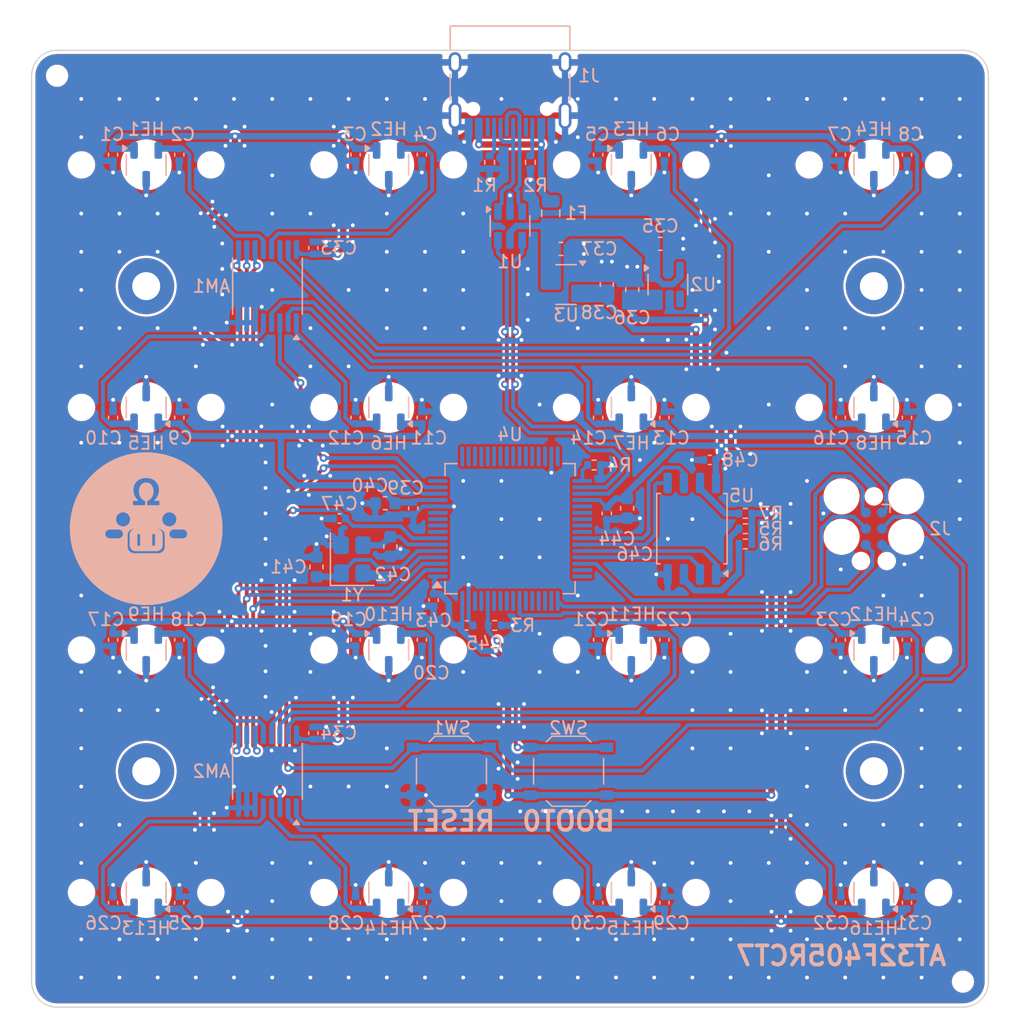
<source format=kicad_pcb>
(kicad_pcb (version 20241229) (generator "pcbnew") (generator_version "9.0")
  (layers (0 "F.Cu" power) (2 "B.Cu" signal) (13 "F.Paste" user) (15 "B.Paste" user) (5 "F.SilkS" user "F.Silkscreen") (7 "B.SilkS" user "B.Silkscreen") (1 "F.Mask" user) (3 "B.Mask" user) (25 "Edge.Cuts" user))
  (net 0 "")
  (net 1 "MUX_SELECT_1")
  (net 2 "+3.3VA")
  (net 3 "MUX_SELECT_0")
  (net 4 "GND")
  (net 5 "MUX_SELECT_2")
  (net 6 "MUX_OUT_1")
  (net 7 "MUX_OUT_2")
  (net 8 "HE1")
  (net 9 "HE2")
  (net 10 "HE3")
  (net 11 "HE4")
  (net 12 "HE5")
  (net 13 "HE6")
  (net 14 "HE7")
  (net 15 "HE9")
  (net 16 "HE10")
  (net 17 "HE11")
  (net 18 "HE12")
  (net 19 "HE13")
  (net 20 "HE14")
  (net 21 "HE15")
  (net 22 "HE16")
  (net 23 "+5V")
  (net 24 "+3.3V")
  (net 25 "HEXT_IN")
  (net 26 "HEXT_OUT")
  (net 27 "VBUS")
  (net 28 "/USB_PLUG_D+")
  (net 29 "/USB_PLUG_D-")
  (net 30 "Net-(J1-CC1)")
  (net 33 "Net-(J1-CC2)")
  (net 34 "SWDIO")
  (net 35 "NRST")
  (net 36 "SWCLK")
  (net 37 "SWO")
  (net 38 "BOOT0")
  (net 39 "Net-(U4-OTGHS1_R)")
  (net 40 "USB_D+")
  (net 41 "USB_D-")
  (net 45 "SPI_CS")
  (net 46 "Net-(U5-~{WP}{slash}IO_{2})")
  (net 71 "Net-(U5-~{HOLD}{slash}~{RESET}{slash}IO_{3})")
  (net 83 "SPI_SCK")
  (net 85 "SPI_MOSI")
  (net 86 "SPI_MISO")
  (net 87 "HE8")
  (footprint "HE16:MX-1U" (layer "F.Cu") (at 9 28.05)
    (property "Reference" "MX5")
    (property "Value" "1U")
  )
  (footprint "HE16:MX-1U" (layer "F.Cu") (at 47.1 66.15)
    (property "Reference" "MX15")
    (property "Value" "1U")
  )
  (footprint "HE16:MX-1U" (layer "F.Cu") (at 66.15 47.1)
    (property "Reference" "MX12")
    (property "Value" "1U")
  )
  (footprint "HE16:MX-1U" (layer "F.Cu") (at 28.05 28.05)
    (property "Reference" "MX6")
    (property "Value" "1U")
  )
  (footprint "HE16:HE16" (layer "F.Cu") (at 0 0)
    (property "Reference" "PCB1")
    (property "Value" "HE16")
    (fp_line (start 0 2) (end 0 73.15) (stroke (width 0.1)) (layer "Edge.Cuts"))
    (fp_line (start 2 0) (end 73.15 0) (stroke (width 0.1)) (layer "Edge.Cuts"))
    (fp_line (start 2 75.15) (end 73.15 75.15) (stroke (width 0.1)) (layer "Edge.Cuts"))
    (fp_line (start 75.15 73.15) (end 75.15 2) (stroke (width 0.1)) (layer "Edge.Cuts"))
    (fp_arc (start 0 2) (mid 0.585786 0.585786) (end 2 0) (stroke (width 0.1)) (layer "Edge.Cuts"))
    (fp_arc (start 2 75.15) (mid 0.585786 74.564214) (end 0 73.15) (stroke (width 0.1)) (layer "Edge.Cuts"))
    (fp_arc (start 73.15 0) (mid 74.564214 0.585786) (end 75.15 2) (stroke (width 0.1)) (layer "Edge.Cuts"))
    (fp_arc (start 75.15 73.15) (mid 74.564214 74.564214) (end 73.15 75.15) (stroke (width 0.1)) (layer "Edge.Cuts"))
  )
  (footprint "HE16:MX-1U" (layer "F.Cu") (at 66.15 9)
    (property "Reference" "MX4")
    (property "Value" "1U")
  )
  (footprint "HE16:MX-1U" (layer "F.Cu") (at 9 66.15)
    (property "Reference" "MX13")
    (property "Value" "1U")
  )
  (footprint "HE16:MX-1U" (layer "F.Cu") (at 28.05 66.15)
    (property "Reference" "MX14")
    (property "Value" "1U")
  )
  (footprint "HE16:MX-1U" (layer "F.Cu") (at 28.05 9)
    (property "Reference" "MX2")
    (property "Value" "1U")
  )
  (footprint "HE16:MX-1U" (layer "F.Cu") (at 28.05 47.1)
    (property "Reference" "MX10")
    (property "Value" "1U")
  )
  (footprint "HE16:MX-1U" (layer "F.Cu") (at 47.1 9)
    (property "Reference" "MX3")
    (property "Value" "1U")
  )
  (footprint "HE16:MX-1U" (layer "F.Cu") (at 47.1 28.05)
    (property "Reference" "MX7")
    (property "Value" "1U")
  )
  (footprint "HE16:MX-1U" (layer "F.Cu") (at 66.15 66.15)
    (property "Reference" "MX16")
    (property "Value" "1U")
  )
  (footprint "HE16:MX-1U" (layer "F.Cu") (at 66.15 28.05)
    (property "Reference" "MX8")
    (property "Value" "1U")
  )
  (footprint "HE16:MX-1U" (layer "F.Cu") (at 9 9)
    (property "Reference" "MX1")
    (property "Value" "1U")
  )
  (footprint "HE16:MX-1U" (layer "F.Cu") (at 9 47.1)
    (property "Reference" "MX9")
    (property "Value" "1U")
  )
  (footprint "HE16:MX-1U" (layer "F.Cu") (at 47.1 47.1)
    (property "Reference" "MX11")
    (property "Value" "1U")
  )
  (footprint "Package_QFP:LQFP-64_10x10mm_P0.5mm" (layer "B.Cu") (at 37.575 37.575)
    (property "Reference" "U4")
    (property "Value" "AT32F405RCT7")
  )
  (footprint "Package_SO:SOIC-8_5.3x5.3mm_P1.27mm" (layer "B.Cu") (at 51.8625 37.575 90)
    (property "Reference" "U5")
    (property "Value" "W25Q32JVSS")
  )
  (footprint "Capacitor_SMD:C_0402_1005Metric" (layer "B.Cu") (at 25.45 28.85 90)
    (property "Reference" "C12")
    (property "Value" "4.7n")
  )
  (footprint "Resistor_SMD:R_0402_1005Metric" (layer "B.Cu") (at 44.175 32.575 180)
    (property "Reference" "R4")
    (property "Value" "12k")
  )
  (footprint "Capacitor_SMD:C_0402_1005Metric" (layer "B.Cu") (at 68.75 28.85 90)
    (property "Reference" "C15")
    (property "Value" "100n")
  )
  (footprint "Capacitor_SMD:C_0402_1005Metric" (layer "B.Cu") (at 22.125 53.625 90)
    (property "Reference" "C34")
    (property "Value" "100n")
  )
  (footprint "Capacitor_SMD:C_0402_1005Metric" (layer "B.Cu") (at 30.65 46.3 -90)
    (property "Reference" "C20")
    (property "Value" "4.7n")
  )
  (footprint "Capacitor_SMD:C_0603_1608Metric" (layer "B.Cu") (at 49.375 15.2)
    (property "Reference" "C35")
    (property "Value" "2.2u")
  )
  (footprint "Capacitor_SMD:C_0402_1005Metric" (layer "B.Cu") (at 25.45 46.3 -90)
    (property "Reference" "C19")
    (property "Value" "100n")
  )
  (footprint "Package_SO:TSSOP-16_4.4x5mm_P0.65mm" (layer "B.Cu") (at 18.525 18.525 90)
    (property "Reference" "AM1")
    (property "Value" "SN74LV4051A")
  )
  (footprint "Capacitor_SMD:C_0402_1005Metric" (layer "B.Cu") (at 6.4 66.95 90)
    (property "Reference" "C26")
    (property "Value" "4.7n")
  )
  (footprint "Package_TO_SOT_SMD:SOT-23-3" (layer "B.Cu") (at 28.05 9 -90)
    (property "Reference" "HE2")
    (property "Value" "MT9102ET")
  )
  (footprint "Package_TO_SOT_SMD:SOT-23-3" (layer "B.Cu") (at 66.15 66.15 90)
    (property "Reference" "HE16")
    (property "Value" "MT9102ET")
  )
  (footprint "Package_TO_SOT_SMD:SOT-23-3" (layer "B.Cu") (at 47.1 47.1 -90)
    (property "Reference" "HE11")
    (property "Value" "MT9102ET")
  )
  (footprint "Capacitor_SMD:C_0402_1005Metric" (layer "B.Cu") (at 44.5 8.2 -90)
    (property "Reference" "C5")
    (property "Value" "100n")
  )
  (footprint "Capacitor_SMD:C_0402_1005Metric" (layer "B.Cu") (at 53.2625 32.175 180)
    (property "Reference" "C48")
    (property "Value" "100n")
  )
  (footprint "Package_TO_SOT_SMD:SOT-23-3" (layer "B.Cu") (at 66.15 47.1 -90)
    (property "Reference" "HE12")
    (property "Value" "MT9102ET")
  )
  (footprint "Capacitor_SMD:C_0402_1005Metric" (layer "B.Cu") (at 63.55 28.85 90)
    (property "Reference" "C16")
    (property "Value" "4.7n")
  )
  (footprint "Connector_USB:USB_C_Receptacle_HRO_TYPE-C-31-M-12" (layer "B.Cu") (at 37.575 2)
    (property "Reference" "J1")
    (property "Value" "TYPE-C-31-M-12")
  )
  (footprint "Connector:Tag-Connect_TC2030-IDC-FP_2x03_P1.27mm_Vertical" (layer "B.Cu") (at 66.15 37.575 -90)
    (property "Reference" "J2")
    (property "Value" "TC2030")
  )
  (footprint "Capacitor_SMD:C_0402_1005Metric" (layer "B.Cu") (at 63.55 8.2 -90)
    (property "Reference" "C7")
    (property "Value" "100n")
  )
  (footprint "Capacitor_SMD:C_0603_1608Metric" (layer "B.Cu") (at 47.175 18.8 90)
    (property "Reference" "C36")
    (property "Value" "2.2u")
  )
  (footprint "Capacitor_SMD:C_0402_1005Metric" (layer "B.Cu") (at 25.45 8.2 -90)
    (property "Reference" "C3")
    (property "Value" "100n")
  )
  (footprint "Capacitor_SMD:C_0402_1005Metric" (layer "B.Cu") (at 30.65 66.95 90)
    (property "Reference" "C27")
    (property "Value" "100n")
  )
  (footprint "Package_TO_SOT_SMD:SOT-23-3" (layer "B.Cu") (at 28.05 66.15 90)
    (property "Reference" "HE14")
    (property "Value" "MT9102ET")
  )
  (footprint "Capacitor_SMD:C_0603_1608Metric" (layer "B.Cu") (at 46.775 35.975 -90)
    (property "Reference" "C46")
    (property "Value" "10u")
  )
  (footprint "Capacitor_SMD:C_0402_1005Metric" (layer "B.Cu") (at 6.4 8.2 -90)
    (property "Reference" "C1")
    (property "Value" "100n")
  )
  (footprint "Capacitor_SMD:C_0402_1005Metric" (layer "B.Cu") (at 44.5 46.3 -90)
    (property "Reference" "C21")
    (property "Value" "100n")
  )
  (footprint "Resistor_SMD:R_0402_1005Metric" (layer "B.Cu") (at 56.0625 36.375)
    (property "Reference" "R7")
    (property "Value" "5.1k")
  )
  (footprint "Capacitor_SMD:C_0603_1608Metric" (layer "B.Cu") (at 22.375 40.575 90)
    (property "Reference" "C41")
    (property "Value" "30p")
  )
  (footprint "Resistor_SMD:R_0402_1005Metric" (layer "B.Cu") (at 35.975 8.8 -90)
    (property "Reference" "R1")
    (property "Value" "5.1k")
  )
  (footprint "Capacitor_SMD:C_0402_1005Metric" (layer "B.Cu") (at 44.5 66.95 90)
    (property "Reference" "C30")
    (property "Value" "4.7n")
  )
  (footprint "Package_TO_SOT_SMD:SOT-23-3" (layer "B.Cu") (at 47.1 66.15 90)
    (property "Reference" "HE15")
    (property "Value" "MT9102ET")
  )
  (footprint "Capacitor_SMD:C_0402_1005Metric" (layer "B.Cu") (at 30.65 8.2 -90)
    (property "Reference" "C4")
    (property "Value" "4.7n")
  )
  (footprint "Capacitor_SMD:C_0402_1005Metric" (layer "B.Cu") (at 11.6 28.85 90)
    (property "Reference" "C9")
    (property "Value" "100n")
  )
  (footprint "Capacitor_SMD:C_0402_1005Metric" (layer "B.Cu") (at 49.7 8.2 -90)
    (property "Reference" "C6")
    (property "Value" "4.7n")
  )
  (footprint "Package_TO_SOT_SMD:SOT-23-3" (layer "B.Cu") (at 9 47.1 -90)
    (property "Reference" "HE9")
    (property "Value" "MT9102ET")
  )
  (footprint "Capacitor_SMD:C_0402_1005Metric" (layer "B.Cu") (at 6.4 46.3 -90)
    (property "Reference" "C17")
    (property "Value" "100n")
  )
  (footprint "Package_TO_SOT_SMD:SOT-23-3" (layer "B.Cu") (at 66.15 9 -90)
    (property "Reference" "HE4")
    (property "Value" "MT9102ET")
  )
  (footprint "Capacitor_SMD:C_0402_1005Metric" (layer "B.Cu") (at 63.55 66.95 90)
    (property "Reference" "C32")
    (property "Value" "4.7n")
  )
  (footprint "Package_TO_SOT_SMD:SOT-23-3" (layer "B.Cu") (at 28.05 47.1 -90)
    (property "Reference" "HE10")
    (property "Value" "MT9102ET")
  )
  (footprint "Package_TO_SOT_SMD:SOT-23-5" (layer "B.Cu") (at 49.975 18.4 -90)
    (property "Reference" "U2")
    (property "Value" "TLV75733PDBV")
  )
  (footprint "Package_TO_SOT_SMD:SOT-23-3" (layer "B.Cu") (at 28.05 28.05 90)
    (property "Reference" "HE6")
    (property "Value" "MT9102ET")
  )
  (footprint "Capacitor_SMD:C_0402_1005Metric" (layer "B.Cu") (at 29.975 35.975 -90)
    (property "Reference" "C39")
    (property "Value" "100n")
  )
  (footprint "Capacitor_SMD:C_0603_1608Metric" (layer "B.Cu") (at 28.175 38.975 -90)
    (property "Reference" "C42")
    (property "Value" "30p")
  )
  (footprint "Button_Switch_SMD:SW_Push_1P1T_XKB_TS-1187A" (layer "B.Cu") (at 32.975 56.625 180)
    (property "Reference" "SW1")
    (property "Value" "TS-1187A-B-A-B")
  )
  (footprint "Capacitor_SMD:C_0402_1005Metric" (layer "B.Cu") (at 34.175 45.175)
    (property "Reference" "C45")
    (property "Value" "100n")
  )
  (footprint "Capacitor_SMD:C_0402_1005Metric" (layer "B.Cu") (at 68.75 46.3 -90)
    (property "Reference" "C24")
    (property "Value" "4.7n")
  )
  (footprint "Capacitor_SMD:C_0402_1005Metric" (layer "B.Cu") (at 11.6 8.2 -90)
    (property "Reference" "C2")
    (property "Value" "4.7n")
  )
  (footprint "Fuse:Fuse_0805_2012Metric" (layer "B.Cu") (at 40.775 12.8 -90)
    (property "Reference" "F1")
    (property "Value" "BSMD0805-050-24V")
  )
  (footprint "Resistor_SMD:R_0402_1005Metric" (layer "B.Cu") (at 36.375 45.175)
    (property "Reference" "R3")
    (property "Value" "10k")
  )
  (footprint "Package_TO_SOT_SMD:SOT-23-3" (layer "B.Cu") (at 9 28.05 90)
    (property "Reference" "HE5")
    (property "Value" "MT9102ET")
  )
  (footprint "Capacitor_SMD:C_0603_1608Metric" (layer "B.Cu") (at 27.775 35.575 180)
    (property "Reference" "C40")
    (property "Value" "1u")
  )
  (footprint "HE16:ToolingHole" (layer "B.Cu") (at 2 2 180)
    (property "Reference" "TH1")
    (property "Value" "ToolingHole")
  )
  (footprint "Capacitor_SMD:C_0402_1005Metric" (layer "B.Cu") (at 49.7 66.95 90)
    (property "Reference" "C29")
    (property "Value" "100n")
  )
  (footprint "Capacitor_SMD:C_0402_1005Metric" (layer "B.Cu") (at 63.55 46.3 -90)
    (property "Reference" "C23")
    (property "Value" "100n")
  )
  (footprint "Capacitor_SMD:C_0402_1005Metric" (layer "B.Cu") (at 11.6 66.95 90)
    (property "Reference" "C25")
    (property "Value" "100n")
  )
  (footprint "Package_TO_SOT_SMD:SOT-23-3" (layer "B.Cu") (at 47.1 28.05 90)
    (property "Reference" "HE7")
    (property "Value" "MT9102ET")
  )
  (footprint "Capacitor_SMD:C_0402_1005Metric" (layer "B.Cu") (at 44.5 28.85 90)
    (property "Reference" "C14")
    (property "Value" "4.7n")
  )
  (footprint "Package_TO_SOT_SMD:SOT-23-3" (layer "B.Cu") (at 9 9 -90)
    (property "Reference" "HE1")
    (property "Value" "MT9102ET")
  )
  (footprint "HE16:ToolingHole" (layer "B.Cu") (at 73.15 73.15 180)
    (property "Reference" "TH2")
    (property "Value" "ToolingHole")
  )
  (footprint "Capacitor_SMD:C_0402_1005Metric" (layer "B.Cu") (at 31.575 43.175 -90)
    (property "Reference" "C43")
    (property "Value" "100n")
  )
  (footprint "Capacitor_SMD:C_0402_1005Metric" (layer "B.Cu") (at 68.75 8.2 -90)
    (property "Reference" "C8")
    (property "Value" "4.7n")
  )
  (footprint "Button_Switch_SMD:SW_Push_1P1T_XKB_TS-1187A" (layer "B.Cu") (at 42.175 56.625 180)
    (property "Reference" "SW2")
    (property "Value" "TS-1187A-B-A-B")
  )
  (footprint "Capacitor_SMD:C_0402_1005Metric" (layer "B.Cu") (at 68.75 66.95 90)
    (property "Reference" "C31")
    (property "Value" "100n")
  )
  (footprint "Capacitor_SMD:C_0603_1608Metric" (layer "B.Cu") (at 41.575 15.6)
    (property "Reference" "C37")
    (property "Value" "1u")
  )
  (footprint "Capacitor_SMD:C_0402_1005Metric" (layer "B.Cu") (at 24.175 36.775 180)
    (property "Reference" "C47")
    (property "Value" "100n")
  )
  (footprint "Package_SO:TSSOP-16_4.4x5mm_P0.65mm" (layer "B.Cu") (at 18.525 56.625 90)
    (property "Reference" "AM2")
    (property "Value" "SN74LV4051A")
  )
  (footprint "Crystal:Crystal_SMD_3225-4Pin_3.2x2.5mm" (layer "B.Cu") (at 25.175 39.975 90)
    (property "Reference" "Y1")
    (property "Value" "X322512MSB4SI")
  )
  (footprint "Package_TO_SOT_SMD:SOT-23-3" (layer "B.Cu") (at 47.1 9 -90)
    (property "Reference" "HE3")
    (property "Value" "MT9102ET")
  )
  (footprint "Capacitor_SMD:C_0402_1005Metric" (layer "B.Cu") (at 49.7 28.85 90)
    (property "Reference" "C13")
    (property "Value" "100n")
  )
  (footprint "Capacitor_SMD:C_0402_1005Metric" (layer "B.Cu") (at 6.4 28.85 90)
    (property "Reference" "C10")
    (property "Value" "4.7n")
  )
  (footprint "Package_TO_SOT_SMD:SOT-23-3" (layer "B.Cu") (at 9 66.15 90)
    (property "Reference" "HE13")
    (property "Value" "MT9102ET")
  )
  (footprint "Resistor_SMD:R_0402_1005Metric" (layer "B.Cu") (at 56.0625 37.575 180)
    (property "Reference" "R5")
    (property "Value" "5.1k")
  )
  (footprint "Resistor_SMD:R_0402_1005Metric" (layer "B.Cu") (at 39.175 8.8 90)
    (property "Reference" "R2")
    (property "Value" "5.1k")
  )
  (footprint "Resistor_SMD:R_0402_1005Metric" (layer "B.Cu") (at 56.0625 38.775 180)
    (property "Reference" "R6")
    (property "Value" "5.1k")
  )
  (footprint "Package_TO_SOT_SMD:SOT-23-3" (layer "B.Cu") (at 66.15 28.05 90)
    (property "Reference" "HE8")
    (property "Value" "MT9102ET")
  )
  (footprint "Capacitor_SMD:C_0402_1005Metric" (layer "B.Cu") (at 49.7 46.3 -90)
    (property "Reference" "C22")
    (property "Value" "4.7n")
  )
  (footprint "Capacitor_SMD:C_0402_1005Metric" (layer "B.Cu") (at 22.125 15.525 90)
    (property "Reference" "C33")
    (property "Value" "100n")
  )
  (footprint "Capacitor_SMD:C_0402_1005Metric" (layer "B.Cu") (at 25.45 66.95 90)
    (property "Reference" "C28")
    (property "Value" "4.7n")
  )
  (footprint "Package_TO_SOT_SMD:SOT-23-3" (layer "B.Cu") (at 41.975 18.4 180)
    (property "Reference" "U3")
    (property "Value" "XC6206P332MR-G")
  )
  (footprint "Capacitor_SMD:C_0603_1608Metric" (layer "B.Cu") (at 45.175 18.4 90)
    (property "Reference" "C38")
    (property "Value" "1u")
  )
  (footprint "Capacitor_SMD:C_0402_1005Metric" (layer "B.Cu") (at 11.6 46.3 -90)
    (property "Reference" "C18")
    (property "Value" "4.7n")
  )
  (footprint "Capacitor_SMD:C_0402_1005Metric" (layer "B.Cu") (at 30.65 28.85 90)
    (property "Reference" "C11")
    (property "Value" "100n")
  )
  (footprint "Capacitor_SMD:C_0402_1005Metric" (layer "B.Cu") (at 45.175 36.375 -90)
    (property "Reference" "C44")
    (property "Value" "100n")
  )
  (footprint "Package_TO_SOT_SMD:SOT-23-6" (layer "B.Cu") (at 37.575 13.8 -90)
    (property "Reference" "U1")
    (property "Value" "USBLC6-2SC6")
  )
  (gr_poly (pts (xy 9.000001 31.583414) (xy 9.000002 31.583414) (xy 9.000003 31.583414) (xy 9.000003 31.583415) (xy 9.308329 31.591211) (xy 9.612608 31.614349) (xy 9.912462 31.652452) (xy 10.207517 31.705143) (xy 10.497394 31.772047) (xy 10.781717 31.852786) (xy 11.060111 31.946984) (xy 11.332198 32.054265) (xy 11.597603 32.174252) (xy 11.855948 32.306569) (xy 12.106858 32.450839) (xy 12.349955 32.606685) (xy 12.584864 32.773733) (xy 12.811207 32.951604) (xy 13.028609 33.139922) (xy 13.236693 33.338312) (xy 13.435082 33.546396) (xy 13.623401 33.763798) (xy 13.801272 33.990141) (xy 13.968319 34.22505) (xy 14.124166 34.468147) (xy 14.268435 34.719057) (xy 14.400752 34.977402) (xy 14.520739 35.242807) (xy 14.628019 35.514894) (xy 14.722217 35.793288) (xy 14.802956 36.077611) (xy 14.86986 36.367488) (xy 14.922551 36.662542) (xy 14.960653 36.962396) (xy 14.983791 37.266674) (xy 14.991587 37.575) (xy 14.983791 37.883327) (xy 14.960653 38.187605) (xy 14.922551 38.48746) (xy 14.869859 38.782514) (xy 14.802956 39.072391) (xy 14.722217 39.356715) (xy 14.628019 39.635109) (xy 14.520738 39.907196) (xy 14.400751 40.172601) (xy 14.268434 40.430946) (xy 14.124164 40.681856) (xy 13.968318 40.924953) (xy 13.80127 41.159862) (xy 13.623399 41.386206) (xy 13.435081 41.603608) (xy 13.236691 41.811692) (xy 13.028607 42.010081) (xy 12.811205 42.1984) (xy 12.584861 42.376271) (xy 12.349953 42.543318) (xy 12.106855 42.699165) (xy 11.855945 42.843435) (xy 11.5976 42.975752) (xy 11.332195 43.095738) (xy 11.060107 43.203019) (xy 10.781713 43.297217) (xy 10.49739 43.377956) (xy 10.207512 43.444859) (xy 9.912458 43.497551) (xy 9.612603 43.535653) (xy 9.308324 43.558791) (xy 8.999998 43.566587) (xy 8.691672 43.558791) (xy 8.387393 43.535653) (xy 8.087538 43.49755) (xy 7.792484 43.444859) (xy 7.502607 43.377955) (xy 7.218284 43.297216) (xy 6.93989 43.203018) (xy 6.667802 43.095737) (xy 6.402398 42.97575) (xy 6.144052 42.843434) (xy 5.893143 42.699163) (xy 5.650046 42.543317) (xy 5.415137 42.376269) (xy 5.188793 42.198398) (xy 4.971391 42.01008) (xy 4.763308 41.81169) (xy 4.564918 41.603606) (xy 4.3766 41.386204) (xy 4.198729 41.159861) (xy 4.031682 40.924952) (xy 3.875835 40.681855) (xy 3.731565 40.430945) (xy 3.599249 40.1726) (xy 3.479262 39.907196) (xy 3.371981 39.635108) (xy 3.277783 39.356715) (xy 3.197045 39.072391) (xy 3.130141 38.782514) (xy 3.07745 38.48746) (xy 3.039348 38.187606) (xy 3.023953 37.985155) (xy 5.777364 37.985155) (xy 5.77785 38.003299) (xy 5.779293 38.0212) (xy 5.78167 38.038834) (xy 5.784956 38.05618) (xy 5.78913 38.073217) (xy 5.794168 38.089922) (xy 5.800047 38.106275) (xy 5.806743 38.122253) (xy 5.814233 38.137834) (xy 5.822495 38.152997) (xy 5.831504 38.16772) (xy 5.841238 38.181981) (xy 5.851674 38.195759) (xy 5.862788 38.209031) (xy 5.874557 38.221776) (xy 5.886957 38.233972) (xy 5.899967 38.245598) (xy 5.913561 38.256631) (xy 5.927718 38.26705) (xy 5.942414 38.276834) (xy 5.957626 38.285959) (xy 5.973331 38.294406) (xy 5.989505 38.302151) (xy 6.006125 38.309173) (xy 6.023168 38.315451) (xy 6.04061 38.320962) (xy 6.05843 38.325685) (xy 6.076602 38.329598) (xy 6.095105 38.332679) (xy 6.113915 38.334907) (xy 6.133008 38.33626) (xy 6.152362 38.336715) (xy 6.808608 38.336715) (xy 6.827962 38.33626) (xy 6.847055 38.334907) (xy 6.865865 38.332679) (xy 6.884368 38.329598) (xy 6.90254 38.325685) (xy 6.92036 38.320962) (xy 6.937802 38.315451) (xy 6.954845 38.309173) (xy 6.971465 38.302151) (xy 6.987639 38.294406) (xy 7.003344 38.285959) (xy 7.018556 38.276834) (xy 7.033252 38.26705) (xy 7.047409 38.256631) (xy 7.061003 38.245598) (xy 7.074013 38.233972) (xy 7.086413 38.221776) (xy 7.098182 38.209031) (xy 7.109296 38.195759) (xy 7.119732 38.181981) (xy 7.129466 38.16772) (xy 7.138475 38.152997) (xy 7.146737 38.137834) (xy 7.154227 38.122253) (xy 7.160923 38.106275) (xy 7.162337 38.102341) (xy 7.535166 38.102341) (xy 7.535166 38.981242) (xy 7.53585 39.008459) (xy 7.537879 39.035309) (xy 7.541221 39.06176) (xy 7.545843 39.08778) (xy 7.551712 39.113335) (xy 7.558797 39.138394) (xy 7.567064 39.162923) (xy 7.57648 39.186889) (xy 7.587013 39.210261) (xy 7.598631 39.233006) (xy 7.611301 39.25509) (xy 7.624989 39.276482) (xy 7.639664 39.297148) (xy 7.655293 39.317056) (xy 7.671843 39.336174) (xy 7.689281 39.354468) (xy 7.707576 39.371907) (xy 7.726694 39.388457) (xy 7.746602 39.404085) (xy 7.767268 39.41876) (xy 7.78866 39.432449) (xy 7.810744 39.445118) (xy 7.833489 39.456736) (xy 7.85686 39.46727) (xy 7.880827 39.476686) (xy 7.905356 39.484953) (xy 7.930414 39.492037) (xy 7.95597 39.497907) (xy 7.981989 39.502529) (xy 8.00844 39.505871) (xy 8.03529 39.5079) (xy 8.062507 39.508583) (xy 9.937495 39.508583) (xy 9.964712 39.5079) (xy 9.991562 39.505871) (xy 10.018013 39.502529) (xy 10.044033 39.497907) (xy 10.069588 39.492037) (xy 10.094646 39.484953) (xy 10.119175 39.476686) (xy 10.143142 39.46727) (xy 10.166514 39.456736) (xy 10.189258 39.445118) (xy 10.211342 39.432449) (xy 10.232734 39.41876) (xy 10.2534 39.404085) (xy 10.273309 39.388457) (xy 10.292426 39.371907) (xy 10.310721 39.354468) (xy 10.328159 39.336174) (xy 10.344709 39.317056) (xy 10.360338 39.297148) (xy 10.375013 39.276482) (xy 10.388702 39.25509) (xy 10.401371 39.233006) (xy 10.412989 39.210261) (xy 10.423522 39.186889) (xy 10.432939 39.162923) (xy 10.441205 39.138394) (xy 10.44829 39.113335) (xy 10.45416 39.08778) (xy 10.458782 39.06176) (xy 10.462124 39.035309) (xy 10.464153 39.008459) (xy 10.464836 38.981242) (xy 10.464836 38.102341) (xy 10.464153 38.075125) (xy 10.462123 38.048275) (xy 10.458782 38.021824) (xy 10.45416 37.995804) (xy 10.451714 37.985155) (xy 10.816396 37.985155) (xy 10.816882 38.003299) (xy 10.818325 38.0212) (xy 10.820701 38.038834) (xy 10.823988 38.05618) (xy 10.828162 38.073217) (xy 10.8332 38.089922) (xy 10.839079 38.106275) (xy 10.845775 38.122253) (xy 10.853265 38.137834) (xy 10.861527 38.152997) (xy 10.870536 38.16772) (xy 10.88027 38.181981) (xy 10.890706 38.195759) (xy 10.90182 38.209031) (xy 10.913588 38.221776) (xy 10.925989 38.233972) (xy 10.938999 38.245598) (xy 10.952593 38.256631) (xy 10.96675 38.26705) (xy 10.981446 38.276834) (xy 10.996658 38.285959) (xy 11.012363 38.294406) (xy 11.028536 38.302151) (xy 11.045156 38.309173) (xy 11.062199 38.315451) (xy 11.079642 38.320962) (xy 11.097461 38.325685) (xy 11.115634 38.329598) (xy 11.134137 38.332679) (xy 11.152946 38.334907) (xy 11.17204 38.33626) (xy 11.191394 38.336715) (xy 11.84764 38.336715) (xy 11.866994 38.33626) (xy 11.886087 38.334907) (xy 11.904897 38.332679) (xy 11.9234 38.329598) (xy 11.941573 38.325685) (xy 11.959392 38.320962) (xy 11.976835 38.315451) (xy 11.993878 38.309173) (xy 12.010498 38.302151) (xy 12.026671 38.294406) (xy 12.042376 38.285959) (xy 12.057588 38.276834) (xy 12.072284 38.26705) (xy 12.086441 38.256631) (xy 12.100035 38.245598) (xy 12.113045 38.233972) (xy 12.125446 38.221776) (xy 12.137214 38.209031) (xy 12.148328 38.195759) (xy 12.158764 38.181981) (xy 12.168498 38.16772) (xy 12.177507 38.152997) (xy 12.185769 38.137834) (xy 12.193259 38.122253) (xy 12.199955 38.106275) (xy 12.205834 38.089922) (xy 12.210872 38.073217) (xy 12.215046 38.05618) (xy 12.218332 38.038834) (xy 12.220709 38.0212) (xy 12.222152 38.003299) (xy 12.222638 37.985155) (xy 12.222152 37.967011) (xy 12.220709 37.949111) (xy 12.218332 37.931477) (xy 12.215046 37.91413) (xy 12.210872 37.897094) (xy 12.205834 37.880388) (xy 12.199955 37.864035) (xy 12.193259 37.848058) (xy 12.185769 37.832476) (xy 12.177507 37.817313) (xy 12.168498 37.802591) (xy 12.158764 37.788329) (xy 12.148328 37.774552) (xy 12.137214 37.76128) (xy 12.125445 37.748535) (xy 12.113045 37.736338) (xy 12.100035 37.724713) (xy 12.08644 37.713679) (xy 12.072283 37.70326) (xy 12.057587 37.693477) (xy 12.042375 37.684351) (xy 12.026671 37.675905) (xy 12.010497 37.66816) (xy 11.993877 37.661137) (xy 11.976834 37.65486) (xy 11.959392 37.649349) (xy 11.941572 37.644626) (xy 11.9234 37.640712) (xy 11.904897 37.637631) (xy 11.886087 37.635403) (xy 11.866994 37.63405) (xy 11.84764 37.633595) (xy 11.191394 37.633595) (xy 11.17204 37.63405) (xy 11.152946 37.635403) (xy 11.134137 37.637631) (xy 11.115634 37.640712) (xy 11.097461 37.644626) (xy 11.079642 37.649349) (xy 11.062199 37.65486) (xy 11.045156 37.661137) (xy 11.028536 37.66816) (xy 11.012362 37.675905) (xy 10.996658 37.684351) (xy 10.981446 37.693477) (xy 10.96675 37.70326) (xy 10.952593 37.713679) (xy 10.938998 37.724713) (xy 10.925989 37.736338) (xy 10.913588 37.748535) (xy 10.901819 37.76128) (xy 10.890705 37.774552) (xy 10.88027 37.788329) (xy 10.870536 37.802591) (xy 10.861526 37.817313) (xy 10.853265 37.832476) (xy 10.845775 37.848058) (xy 10.839078 37.864035) (xy 10.8332 37.880388) (xy 10.828162 37.897094) (xy 10.823988 37.91413) (xy 10.820701 37.931477) (xy 10.818325 37.949111) (xy 10.816882 37.967011) (xy 10.816396 37.985155) (xy 10.451714 37.985155) (xy 10.44829 37.970249) (xy 10.441205 37.945191) (xy 10.432939 37.920662) (xy 10.423522 37.896695) (xy 10.412989 37.873323) (xy 10.401371 37.850579) (xy 10.388702 37.828494) (xy 10.375013 37.807103) (xy 10.360338 37.786436) (xy 10.344709 37.766528) (xy 10.328159 37.747411) (xy 10.310721 37.729116) (xy 10.292426 37.711678) (xy 10.273308 37.695128) (xy 10.2534 37.679499) (xy 10.232734 37.664824) (xy 10.211342 37.651135) (xy 10.189258 37.638466) (xy 10.166513 37.626848) (xy 10.143141 37.616315) (xy 10.119175 37.606898) (xy 10.094646 37.598631) (xy 10.069588 37.591547) (xy 10.044032 37.585677) (xy 10.018013 37.581055) (xy 9.991562 37.577713) (xy 9.964712 37.575684) (xy 9.937495 37.575001) (xy 9.820308 37.575001) (xy 9.844501 37.575608) (xy 9.868368 37.577412) (xy 9.89188 37.580382) (xy 9.915008 37.584491) (xy 9.937724 37.589708) (xy 9.959998 37.596006) (xy 9.981801 37.603354) (xy 10.003105 37.611724) (xy 10.02388 37.621087) (xy 10.044097 37.631414) (xy 10.063728 37.642676) (xy 10.082743 37.654843) (xy 10.101113 37.667888) (xy 10.118809 37.68178) (xy 10.135803 37.696491) (xy 10.152064 37.711992) (xy 10.167565 37.728254) (xy 10.182276 37.745247) (xy 10.196168 37.762944) (xy 10.209213 37.781314) (xy 10.221381 37.800329) (xy 10.232642 37.819959) (xy 10.242969 37.840176) (xy 10.252332 37.860951) (xy 10.260702 37.882255) (xy 10.268051 37.904059) (xy 10.274348 37.926333) (xy 10.279565 37.949048) (xy 10.283674 37.972177) (xy 10.286644 37.995689) (xy 10.288448 38.019556) (xy 10.289056 38.043748) (xy 10.289056 38.864056) (xy 10.288448 38.888248) (xy 10.286644 38.912115) (xy 10.283674 38.935627) (xy 10.279565 38.958756) (xy 10.274348 38.981471) (xy 10.268051 39.003745) (xy 10.260702 39.025549) (xy 10.252332 39.046852) (xy 10.242969 39.067627) (xy 10.232642 39.087845) (xy 10.221381 39.107475) (xy 10.209213 39.12649) (xy 10.196168 39.14486) (xy 10.182276 39.162556) (xy 10.167565 39.17955) (xy 10.152064 39.195811) (xy 10.135803 39.211312) (xy 10.118809 39.226023) (xy 10.101113 39.239915) (xy 10.082743 39.25296) (xy 10.063728 39.265127) (xy 10.044097 39.276389) (xy 10.02388 39.286716) (xy 10.003105 39.296079) (xy 9.981801 39.304449) (xy 9.959998 39.311797) (xy 9.937724 39.318094) (xy 9.915008 39.323312) (xy 9.89188 39.32742) (xy 9.868368 39.330391) (xy 9.844501 39.332194) (xy 9.820308 39.332802) (xy 8.179694 39.332802) (xy 8.155501 39.332194) (xy 8.131634 39.330391) (xy 8.108122 39.32742) (xy 8.084994 39.323312) (xy 8.062278 39.318094) (xy 8.040004 39.311797) (xy 8.018201 39.304449) (xy 7.996897 39.296079) (xy 7.976122 39.286716) (xy 7.955905 39.276389) (xy 7.936274 39.265127) (xy 7.917259 39.25296) (xy 7.898889 39.239915) (xy 7.881193 39.226023) (xy 7.864199 39.211312) (xy 7.847938 39.195811) (xy 7.832437 39.17955) (xy 7.817726 39.162556) (xy 7.803834 39.14486) (xy 7.790789 39.12649) (xy 7.778621 39.107475) (xy 7.76736 39.087845) (xy 7.757033 39.067627) (xy 7.74767 39.046852) (xy 7.7393 39.025549) (xy 7.731951 39.003745) (xy 7.725654 38.981471) (xy 7.720437 38.958756) (xy 7.716328 38.935627) (xy 7.713358 38.912115) (xy 7.711554 38.888248) (xy 7.710946 38.864056) (xy 7.710946 38.078904) (xy 8.29688 38.078904) (xy 8.29688 38.828899) (xy 8.297002 38.833737) (xy 8.297363 38.83851) (xy 8.297957 38.843213) (xy 8.298778 38.847839) (xy 8.299822 38.852382) (xy 8.301081 38.856836) (xy 8.302551 38.861197) (xy 8.304225 38.865458) (xy 8.306098 38.869613) (xy 8.308163 38.873656) (xy 8.310415 38.877582) (xy 8.312849 38.881385) (xy 8.315458 38.885059) (xy 8.318236 38.888599) (xy 8.321178 38.891997) (xy 8.324279 38.89525) (xy 8.327531 38.89835) (xy 8.33093 38.901292) (xy 8.334469 38.90407) (xy 8.338143 38.906679) (xy 8.341946 38.909113) (xy 8.345872 38.911365) (xy 8.349915 38.913431) (xy 8.35407 38.915303) (xy 8.358331 38.916977) (xy 8.362692 38.918447) (xy 8.367147 38.919706) (xy 8.37169 38.92075) (xy 8.376315 38.921572) (xy 8.381018 38.922166) (xy 8.385791 38.922526) (xy 8.39063 38.922648) (xy 8.437505 38.922648) (xy 8.442343 38.922526) (xy 8.447116 38.922166) (xy 8.451819 38.921572) (xy 8.456444 38.92075) (xy 8.460988 38.919706) (xy 8.465442 38.918447) (xy 8.469803 38.916977) (xy 8.474064 38.915303) (xy 8.478219 38.913431) (xy 8.482262 38.911365) (xy 8.486188 38.909113) (xy 8.489991 38.906679) (xy 8.493665 38.90407) (xy 8.497205 38.901292) (xy 8.500603 38.89835) (xy 8.503856 38.89525) (xy 8.506956 38.891997) (xy 8.509898 38.888599) (xy 8.512676 38.885059) (xy 8.515285 38.881385) (xy 8.517719 38.877582) (xy 8.519971 38.873656) (xy 8.522037 38.869613) (xy 8.523909 38.865458) (xy 8.525583 38.861197) (xy 8.527053 38.856836) (xy 8.528312 38.852382) (xy 8.529356 38.847839) (xy 8.530177 38.843213) (xy 8.530772 38.83851) (xy 8.531132 38.833737) (xy 8.531254 38.828899) (xy 8.531254 38.078904) (xy 9.468748 38.078904) (xy 9.468748 38.828899) (xy 9.46887 38.833737) (xy 9.46923 38.83851) (xy 9.469825 38.843213) (xy 9.470646 38.847839) (xy 9.47169 38.852382) (xy 9.472949 38.856836) (xy 9.474419 38.861197) (xy 9.476093 38.865458) (xy 9.477965 38.869613) (xy 9.480031 38.873656) (xy 9.482283 38.877582) (xy 9.484717 38.881385) (xy 9.487326 38.885059) (xy 9.490104 38.888599) (xy 9.493046 38.891997) (xy 9.496146 38.89525) (xy 9.499399 38.89835) (xy 9.502797 38.901292) (xy 9.506337 38.90407) (xy 9.510011 38.906679) (xy 9.513814 38.909113) (xy 9.51774 38.911365) (xy 9.521783 38.913431) (xy 9.525938 38.915303) (xy 9.530199 38.916977) (xy 9.53456 38.918447) (xy 9.539014 38.919706) (xy 9.543558 38.92075) (xy 9.548183 38.921572) (xy 9.552886 38.922166) (xy 9.557659 38.922526) (xy 9.562497 38.922648) (xy 9.609372 38.922648) (xy 9.614211 38.922526) (xy 9.618984 38.922166) (xy 9.623687 38.921572) (xy 9.628312 38.92075) (xy 9.632856 38.919706) (xy 9.63731 38.918447) (xy 9.641671 38.916977) (xy 9.645932 38.915303) (xy 9.650087 38.913431) (xy 9.65413 38.911365) (xy 9.658056 38.909113) (xy 9.661859 38.906679) (xy 9.665533 38.90407) (xy 9.669073 38.901292) (xy 9.672471 38.89835) (xy 9.675724 38.89525) (xy 9.678824 38.891997) (xy 9.681766 38.888599) (xy 9.684544 38.885059) (xy 9.687153 38.881385) (xy 9.689587 38.877582) (xy 9.691839 38.873656) (xy 9.693905 38.869613) (xy 9.695777 38.865458) (xy 9.697451 38.861197) (xy 9.698921 38.856836) (xy 9.70018 38.852382) (xy 9.701224 38.847839) (xy 9.702045 38.843213) (xy 9.702639 38.83851) (xy 9.703 38.833737) (xy 9.703122 38.828899) (xy 9.703122 38.078904) (xy 9.703 38.074065) (xy 9.702639 38.069292) (xy 9.702045 38.064589) (xy 9.701224 38.059964) (xy 9.70018 38.05542) (xy 9.698921 38.050966) (xy 9.697451 38.046605) (xy 9.695777 38.042344) (xy 9.693904 38.038189) (xy 9.691839 38.034146) (xy 9.689587 38.03022) (xy 9.687153 38.026417) (xy 9.684544 38.022743) (xy 9.681766 38.019203) (xy 9.678824 38.015805) (xy 9.675723 38.012552) (xy 9.672471 38.009452) (xy 9.669072 38.00651) (xy 9.665533 38.003732) (xy 9.661859 38.001123) (xy 9.658056 37.998689) (xy 9.65413 37.996437) (xy 9.650087 37.994372) (xy 9.645932 37.992499) (xy 9.641671 37.990825) (xy 9.63731 37.989355) (xy 9.632855 37.988096) (xy 9.628312 37.987052) (xy 9.623687 37.986231) (xy 9.618984 37.985637) (xy 9.614211 37.985276) (xy 9.609372 37.985154) (xy 9.562497 37.985154) (xy 9.562497 37.985155) (xy 9.557659 37.985277) (xy 9.552886 37.985637) (xy 9.548183 37.986231) (xy 9.543557 37.987053) (xy 9.539014 37.988097) (xy 9.534559 37.989356) (xy 9.530199 37.990826) (xy 9.525938 37.9925) (xy 9.521783 37.994372) (xy 9.517739 37.996438) (xy 9.513813 37.99869) (xy 9.51001 38.001123) (xy 9.506336 38.003732) (xy 9.502797 38.006511) (xy 9.499399 38.009453) (xy 9.496146 38.012553) (xy 9.493046 38.015805) (xy 9.490104 38.019204) (xy 9.487325 38.022743) (xy 9.484717 38.026417) (xy 9.482283 38.03022) (xy 9.480031 38.034146) (xy 9.477965 38.03819) (xy 9.476093 38.042345) (xy 9.474419 38.046606) (xy 9.472949 38.050966) (xy 9.47169 38.055421) (xy 9.470646 38.059964) (xy 9.469824 38.06459) (xy 9.46923 38.069292) (xy 9.46887 38.074066) (xy 9.468748 38.078904) (xy 8.531254 38.078904) (xy 8.531132 38.074065) (xy 8.530772 38.069292) (xy 8.530177 38.064589) (xy 8.529356 38.059964) (xy 8.528312 38.05542) (xy 8.527053 38.050966) (xy 8.525583 38.046605) (xy 8.523909 38.042344) (xy 8.522037 38.038189) (xy 8.519971 38.034146) (xy 8.517719 38.03022) (xy 8.515285 38.026417) (xy 8.512676 38.022743) (xy 8.509898 38.019203) (xy 8.506956 38.015805) (xy 8.503856 38.012552) (xy 8.500603 38.009452) (xy 8.497205 38.00651) (xy 8.493665 38.003732) (xy 8.489991 38.001123) (xy 8.486188 37.998689) (xy 8.482262 37.996437) (xy 8.478219 37.994372) (xy 8.474064 37.992499) (xy 8.469803 37.990825) (xy 8.465442 37.989355) (xy 8.460988 37.988096) (xy 8.456444 37.987052) (xy 8.451819 37.986231) (xy 8.447116 37.985637) (xy 8.442343 37.985276) (xy 8.437505 37.985154) (xy 8.39063 37.985154) (xy 8.39063 37.985155) (xy 8.385791 37.985277) (xy 8.381018 37.985637) (xy 8.376315 37.986231) (xy 8.37169 37.987053) (xy 8.367147 37.988097) (xy 8.362692 37.989356) (xy 8.358331 37.990826) (xy 8.35407 37.9925) (xy 8.349915 37.994372) (xy 8.345872 37.996438) (xy 8.341946 37.99869) (xy 8.338143 38.001123) (xy 8.334469 38.003732) (xy 8.33093 38.006511) (xy 8.327531 38.009453) (xy 8.324279 38.012553) (xy 8.321178 38.015805) (xy 8.318236 38.019204) (xy 8.315458 38.022743) (xy 8.312849 38.026417) (xy 8.310415 38.03022) (xy 8.308163 38.034146) (xy 8.306098 38.03819) (xy 8.304225 38.042345) (xy 8.302551 38.046606) (xy 8.301081 38.050966) (xy 8.299822 38.055421) (xy 8.298778 38.059964) (xy 8.297957 38.06459) (xy 8.297363 38.069292) (xy 8.297002 38.074066) (xy 8.29688 38.078904) (xy 7.710946 38.078904) (xy 7.710946 38.043748) (xy 7.711554 38.019556) (xy 7.713358 37.995689) (xy 7.716328 37.972177) (xy 7.720437 37.949048) (xy 7.725654 37.926332) (xy 7.731951 37.904058) (xy 7.7393 37.882255) (xy 7.74767 37.860951) (xy 7.757033 37.840176) (xy 7.76736 37.819959) (xy 7.778621 37.800328) (xy 7.790789 37.781313) (xy 7.803834 37.762943) (xy 7.817726 37.745247) (xy 7.832437 37.728254) (xy 7.847938 37.711992) (xy 7.864199 37.696491) (xy 7.881193 37.68178) (xy 7.898889 37.667888) (xy 7.917259 37.654843) (xy 7.936274 37.642676) (xy 7.955905 37.631414) (xy 7.976122 37.621087) (xy 7.996897 37.611724) (xy 8.018201 37.603354) (xy 8.040004 37.596006) (xy 8.062278 37.589708) (xy 8.084994 37.584491) (xy 8.108122 37.580382) (xy 8.131634 37.577412) (xy 8.155501 37.575608) (xy 8.179694 37.575001) (xy 8.062507 37.575001) (xy 8.03529 37.575684) (xy 8.00844 37.577713) (xy 7.981989 37.581055) (xy 7.95597 37.585677) (xy 7.930414 37.591547) (xy 7.905356 37.598631) (xy 7.880827 37.606898) (xy 7.85686 37.616314) (xy 7.833489 37.626848) (xy 7.810744 37.638466) (xy 7.78866 37.651135) (xy 7.767268 37.664824) (xy 7.746602 37.679499) (xy 7.726694 37.695127) (xy 7.707576 37.711677) (xy 7.689281 37.729116) (xy 7.671843 37.74741) (xy 7.655293 37.766528) (xy 7.639664 37.786436) (xy 7.624989 37.807102) (xy 7.611301 37.828494) (xy 7.598631 37.850578) (xy 7.587013 37.873323) (xy 7.57648 37.896695) (xy 7.567064 37.920661) (xy 7.558797 37.94519) (xy 7.551712 37.970249) (xy 7.545843 37.995804) (xy 7.541221 38.021823) (xy 7.537879 38.048275) (xy 7.53585 38.075125) (xy 7.535166 38.102341) (xy 7.162337 38.102341) (xy 7.166802 38.089922) (xy 7.17184 38.073217) (xy 7.176014 38.05618) (xy 7.1793 38.038834) (xy 7.181677 38.0212) (xy 7.18312 38.003299) (xy 7.183606 37.985155) (xy 7.18312 37.967011) (xy 7.181677 37.949111) (xy 7.1793 37.931477) (xy 7.176014 37.91413) (xy 7.17184 37.897094) (xy 7.166802 37.880388) (xy 7.160923 37.864035) (xy 7.154227 37.848058) (xy 7.146737 37.832476) (xy 7.138475 37.817313) (xy 7.129466 37.802591) (xy 7.119732 37.788329) (xy 7.109296 37.774552) (xy 7.098182 37.76128) (xy 7.086413 37.748535) (xy 7.074013 37.736338) (xy 7.061003 37.724713) (xy 7.047409 37.713679) (xy 7.033252 37.70326) (xy 7.018556 37.693477) (xy 7.003344 37.684351) (xy 6.987639 37.675905) (xy 6.971465 37.66816) (xy 6.954845 37.661137) (xy 6.937802 37.65486) (xy 6.92036 37.649349) (xy 6.90254 37.644626) (xy 6.884368 37.640712) (xy 6.865865 37.637631) (xy 6.847055 37.635403) (xy 6.827962 37.63405) (xy 6.808608 37.633595) (xy 6.152362 37.633595) (xy 6.133008 37.63405) (xy 6.113915 37.635403) (xy 6.095105 37.637631) (xy 6.076602 37.640712) (xy 6.05843 37.644626) (xy 6.04061 37.649349) (xy 6.023168 37.65486) (xy 6.006125 37.661137) (xy 5.989505 37.66816) (xy 5.973331 37.675905) (xy 5.957626 37.684351) (xy 5.942414 37.693477) (xy 5.927718 37.70326) (xy 5.913561 37.713679) (xy 5.899967 37.724713) (xy 5.886957 37.736338) (xy 5.874557 37.748535) (xy 5.862788 37.76128) (xy 5.851674 37.774552) (xy 5.841238 37.788329) (xy 5.831504 37.802591) (xy 5.822495 37.817313) (xy 5.814233 37.832476) (xy 5.806743 37.848058) (xy 5.800047 37.864035) (xy 5.794168 37.880388) (xy 5.78913 37.897094) (xy 5.784956 37.91413) (xy 5.78167 37.931477) (xy 5.779293 37.949111) (xy 5.77785 37.967011) (xy 5.777364 37.985155) (xy 3.023953 37.985155) (xy 3.01621 37.883328) (xy 3.008414 37.575002) (xy 3.01621 37.266676) (xy 3.039348 36.962397) (xy 3.054573 36.842584) (xy 6.626968 36.842584) (xy 6.627693 36.871228) (xy 6.629842 36.899497) (xy 6.633382 36.927354) (xy 6.638277 36.954766) (xy 6.644493 36.981696) (xy 6.651994 37.008111) (xy 6.660745 37.033974) (xy 6.670712 37.059252) (xy 6.681859 37.083909) (xy 6.694151 37.10791) (xy 6.707555 37.13122) (xy 6.722033 37.153805) (xy 6.737552 37.175629) (xy 6.754077 37.196657) (xy 6.771573 37.216854) (xy 6.790004 37.236186) (xy 6.809335 37.254617) (xy 6.829533 37.272112) (xy 6.850561 37.288637) (xy 6.872384 37.304156) (xy 6.894969 37.318635) (xy 6.918279 37.332038) (xy 6.94228 37.344331) (xy 6.966937 37.355478) (xy 6.992215 37.365445) (xy 7.018079 37.374196) (xy 7.044493 37.381697) (xy 7.071424 37.387912) (xy 7.098835 37.392807) (xy 7.126693 37.396347) (xy 7.154961 37.398497) (xy 7.183606 37.399221) (xy 7.211208 37.398537) (xy 7.238623 37.396497) (xy 7.265804 37.393121) (xy 7.292708 37.388427) (xy 7.319286 37.382434) (xy 7.345496 37.37516) (xy 7.371289 37.366626) (xy 7.396622 37.35685) (xy 7.421448 37.34585) (xy 7.445721 37.333646) (xy 7.469397 37.320256) (xy 7.492428 37.3057) (xy 7.514771 37.289995) (xy 7.536379 37.273162) (xy 7.557207 37.25522) (xy 7.577208 37.236186) (xy 7.596242 37.216184) (xy 7.614185 37.195357) (xy 7.631017 37.173749) (xy 7.646722 37.151406) (xy 7.661278 37.128375) (xy 7.674668 37.104699) (xy 7.686872 37.080426) (xy 7.697872 37.0556) (xy 7.707648 37.030267) (xy 7.716182 37.004474) (xy 7.723456 36.978265) (xy 7.729449 36.951686) (xy 7.734143 36.924783) (xy 7.737519 36.897601) (xy 7.739559 36.870186) (xy 7.740243 36.842584) (xy 10.259759 36.842584) (xy 10.260483 36.871228) (xy 10.262633 36.899497) (xy 10.266172 36.927354) (xy 10.271068 36.954766) (xy 10.277283 36.981696) (xy 10.284784 37.008111) (xy 10.293535 37.033974) (xy 10.303502 37.059252) (xy 10.314649 37.083909) (xy 10.326942 37.10791) (xy 10.340345 37.13122) (xy 10.354824 37.153805) (xy 10.370343 37.175629) (xy 10.386868 37.196657) (xy 10.404363 37.216854) (xy 10.422794 37.236186) (xy 10.442126 37.254617) (xy 10.462323 37.272112) (xy 10.483351 37.288637) (xy 10.505175 37.304156) (xy 10.527759 37.318635) (xy 10.55107 37.332038) (xy 10.575071 37.344331) (xy 10.599728 37.355478) (xy 10.625005 37.365445) (xy 10.650869 37.374196) (xy 10.677284 37.381697) (xy 10.704214 37.387912) (xy 10.731626 37.392807) (xy 10.759483 37.396347) (xy 10.787751 37.398497) (xy 10.816396 37.399221) (xy 10.843998 37.398537) (xy 10.871413 37.396497) (xy 10.898594 37.393121) (xy 10.925498 37.388427) (xy 10.952076 37.382434) (xy 10.978286 37.37516) (xy 11.004079 37.366626) (xy 11.029412 37.35685) (xy 11.054238 37.34585) (xy 11.078511 37.333646) (xy 11.102187 37.320256) (xy 11.125219 37.3057) (xy 11.147561 37.289995) (xy 11.169169 37.273162) (xy 11.189997 37.25522) (xy 11.209998 37.236186) (xy 11.229032 37.216184) (xy 11.246975 37.195357) (xy 11.263808 37.173749) (xy 11.279512 37.151406) (xy 11.294068 37.128374) (xy 11.307458 37.104699) (xy 11.319662 37.080425) (xy 11.330662 37.0556) (xy 11.340439 37.030267) (xy 11.348973 37.004474) (xy 11.356246 36.978264) (xy 11.362239 36.951685) (xy 11.366933 36.924782) (xy 11.37031 36.897601) (xy 11.372349 36.870186) (xy 11.373034 36.842584) (xy 11.372349 36.814982) (xy 11.37031 36.787567) (xy 11.366933 36.760385) (xy 11.362239 36.733482) (xy 11.356246 36.706903) (xy 11.348973 36.680694) (xy 11.340439 36.6549) (xy 11.330662 36.629568) (xy 11.319662 36.604742) (xy 11.307458 36.580469) (xy 11.294068 36.556793) (xy 11.279512 36.533761) (xy 11.263808 36.511418) (xy 11.246975 36.489811) (xy 11.229032 36.468983) (xy 11.209998 36.448982) (xy 11.189997 36.429948) (xy 11.169169 36.412005) (xy 11.147561 36.395172) (xy 11.125219 36.379468) (xy 11.102187 36.364912) (xy 11.078511 36.351522) (xy 11.054238 36.339318) (xy 11.029412 36.328318) (xy 11.004079 36.318541) (xy 10.978286 36.310007) (xy 10.952076 36.302734) (xy 10.925498 36.296741) (xy 10.898594 36.292047) (xy 10.871413 36.28867) (xy 10.843998 36.28663) (xy 10.816396 36.285946) (xy 10.788794 36.28663) (xy 10.761379 36.28867) (xy 10.734197 36.292047) (xy 10.707294 36.296741) (xy 10.680715 36.302734) (xy 10.654506 36.310007) (xy 10.628712 36.318541) (xy 10.60338 36.328318) (xy 10.578554 36.339318) (xy 10.554281 36.351522) (xy 10.530605 36.364912) (xy 10.507573 36.379468) (xy 10.485231 36.395172) (xy 10.463623 36.412005) (xy 10.442795 36.429948) (xy 10.422794 36.448982) (xy 10.40376 36.468983) (xy 10.385818 36.489811) (xy 10.368985 36.511418) (xy 10.353281 36.533761) (xy 10.338724 36.556793) (xy 10.325334 36.580469) (xy 10.31313 36.604742) (xy 10.30213 36.629568) (xy 10.292354 36.6549) (xy 10.28382 36.680694) (xy 10.276546 36.706903) (xy 10.270553 36.733482) (xy 10.265859 36.760385) (xy 10.262483 36.787567) (xy 10.260443 36.814982) (xy 10.259759 36.842584) (xy 7.740243 36.842584) (xy 7.739559 36.814982) (xy 7.737519 36.787567) (xy 7.734143 36.760386) (xy 7.729449 36.733482) (xy 7.723456 36.706903) (xy 7.716182 36.680694) (xy 7.707648 36.654901) (xy 7.697872 36.629568) (xy 7.686872 36.604742) (xy 7.674668 36.580469) (xy 7.661278 36.556793) (xy 7.646722 36.533761) (xy 7.631017 36.511418) (xy 7.614185 36.489811) (xy 7.596242 36.468983) (xy 7.577208 36.448982) (xy 7.557207 36.429948) (xy 7.536379 36.412005) (xy 7.514771 36.395172) (xy 7.492428 36.379468) (xy 7.469396 36.364912) (xy 7.445721 36.351522) (xy 7.421447 36.339318) (xy 7.396622 36.328318) (xy 7.371289 36.318541) (xy 7.345495 36.310007) (xy 7.319286 36.302734) (xy 7.292707 36.296741) (xy 7.265804 36.292047) (xy 7.238622 36.28867) (xy 7.211208 36.28663) (xy 7.183605 36.285946) (xy 7.156003 36.28663) (xy 7.128589 36.28867) (xy 7.101407 36.292047) (xy 7.074504 36.296741) (xy 7.047925 36.302734) (xy 7.021716 36.310007) (xy 6.995922 36.318541) (xy 6.97059 36.328318) (xy 6.945764 36.339318) (xy 6.92149 36.351522) (xy 6.897815 36.364912) (xy 6.874783 36.379468) (xy 6.85244 36.395172) (xy 6.830832 36.412005) (xy 6.810005 36.429948) (xy 6.790003 36.448982) (xy 6.77097 36.468983) (xy 6.753027 36.489811) (xy 6.736194 36.511418) (xy 6.72049 36.533761) (xy 6.705933 36.556793) (xy 6.692544 36.580469) (xy 6.68034 36.604742) (xy 6.66934 36.629568) (xy 6.659563 36.6549) (xy 6.651029 36.680694) (xy 6.643756 36.706903) (xy 6.637763 36.733482) (xy 6.633069 36.760385) (xy 6.629692 36.787567) (xy 6.627653 36.814982) (xy 6.626968 36.842584) (xy 3.054573 36.842584) (xy 3.077451 36.662542) (xy 3.130142 36.367488) (xy 3.197045 36.077611) (xy 3.277784 35.793287) (xy 3.371982 35.514894) (xy 3.423999 35.382967) (xy 7.95832 35.382967) (xy 7.95832 35.738853) (xy 8.925089 35.738853) (xy 8.925089 35.398828) (xy 8.895114 35.387049) (xy 8.866062 35.374402) (xy 8.837933 35.360889) (xy 8.810727 35.346509) (xy 8.784444 35.331262) (xy 8.759084 35.315148) (xy 8.734647 35.298167) (xy 8.711132 35.28032) (xy 8.688541 35.261606) (xy 8.666873 35.242025) (xy 8.646128 35.221578) (xy 8.626306 35.200264) (xy 8.607407 35.178083) (xy 8.589431 35.155036) (xy 8.572378 35.131122) (xy 8.556248 35.106342) (xy 8.541243 35.080701) (xy 8.527207 35.054564) (xy 8.514138 35.027933) (xy 8.502037 35.000806) (xy 8.490904 34.973184) (xy 8.480739 34.945067) (xy 8.471542 34.916455) (xy 8.463313 34.887348) (xy 8.456052 34.857745) (xy 8.449759 34.827647) (xy 8.444434 34.797054) (xy 8.440077 34.765965) (xy 8.436689 34.734381) (xy 8.434268 34.702301) (xy 8.432816 34.669727) (xy 8.432332 34.636656) (xy 8.432895 34.602539) (xy 8.434583 34.568985) (xy 8.437397 34.535994) (xy 8.441337 34.503565) (xy 8.446403 34.471699) (xy 8.452594 34.440396) (xy 8.45991 34.409656) (xy 8.468352 34.379478) (xy 8.47792 34.349864) (xy 8.488614 34.320812) (xy 8.500433 34.292323) (xy 8.513378 34.264396) (xy 8.527448 34.237033) (xy 8.542644 34.210232) (xy 8.558965 34.183994) (xy 8.576412 34.158319) (xy 8.594951 34.133719) (xy 8.614547 34.110706) (xy 8.635202 34.08928) (xy 8.656915 34.069441) (xy 8.679687 34.051189) (xy 8.703516 34.034524) (xy 8.728403 34.019446) (xy 8.754348 34.005955) (xy 8.781352 33.994051) (xy 8.809413 33.983734) (xy 8.838533 33.975005) (xy 8.86871 33.967863) (xy 8.899946 33.962307) (xy 8.932239 33.958339) (xy 8.965591 33.955959) (xy 9.000001 33.955165) (xy 9.034579 33.955964) (xy 9.068078 33.958362) (xy 9.100495 33.962358) (xy 9.131832 33.967953) (xy 9.162088 33.975146) (xy 9.191264 33.983937) (xy 9.219359 33.994327) (xy 9.233002 34.000122) (xy 9.246374 34.006316) (xy 9.259476 34.012909) (xy 9.272308 34.019902) (xy 9.28487 34.027295) (xy 9.297162 34.035087) (xy 9.309183 34.043279) (xy 9.320934 34.051871) (xy 9.332416 34.060862) (xy 9.343627 34.070252) (xy 9.354568 34.080042) (xy 9.365238 34.090232) (xy 9.385769 34.11181) (xy 9.40522 34.134987) (xy 9.42359 34.159761) (xy 9.441037 34.1856) (xy 9.457358 34.211967) (xy 9.472554 34.238863) (xy 9.486624 34.266288) (xy 9.499569 34.294243) (xy 9.511388 34.322726) (xy 9.522081 34.351738) (xy 9.531649 34.38128) (xy 9.540092 34.41135) (xy 9.547408 34.44195) (xy 9.553599 34.473078) (xy 9.558665 34.504736) (xy 9.562605 34.536922) (xy 9.565419 34.569638) (xy 9.567107 34.602883) (xy 9.56767 34.636656) (xy 9.56718 34.669552) (xy 9.565711 34.701964) (xy 9.563262 34.733891) (xy 9.559834 34.765335) (xy 9.555427 34.796294) (xy 9.55004 34.826769) (xy 9.543674 34.85676) (xy 9.536328 34.886267) (xy 9.528003 34.91529) (xy 9.518699 34.943829) (xy 9.508416 34.971884) (xy 9.497154 34.999455) (xy 9.484912 35.026542) (xy 9.471691 35.053145) (xy 9.457491 35.079264) (xy 9.442312 35.1049) (xy 9.426357 35.129855) (xy 9.409467 35.153932) (xy 9.391643 35.177131) (xy 9.372885 35.199453) (xy 9.353192 35.220896) (xy 9.332565 35.241462) (xy 9.311004 35.26115) (xy 9.288509 35.279959) (xy 9.265079 35.297891) (xy 9.240715 35.314945) (xy 9.215417 35.331121) (xy 9.189185 35.346419) (xy 9.162018 35.360838) (xy 9.133918 35.37438) (xy 9.104883 35.387043) (xy 9.074913 35.398829) (xy 9.074913 35.738853) (xy 10.041681 35.738853) (xy 10.041681 35.382967) (xy 9.63107 35.382967) (xy 9.676606 35.333384) (xy 9.719204 35.283329) (xy 9.758864 35.232802) (xy 9.795586 35.181802) (xy 9.82937 35.130329) (xy 9.860216 35.078384) (xy 9.888124 35.025966) (xy 9.913094 34.973076) (xy 9.935127 34.919712) (xy 9.954221 34.865876) (xy 9.970378 34.811567) (xy 9.983597 34.756785) (xy 9.993879 34.701531) (xy 10.001222 34.645803) (xy 10.005629 34.589602) (xy 10.007098 34.532928) (xy 10.00604 34.483367) (xy 10.002866 34.434819) (xy 9.997576 34.387284) (xy 9.99017 34.340761) (xy 9.980648 34.295252) (xy 9.96901 34.250755) (xy 9.955256 34.207271) (xy 9.939386 34.1648) (xy 9.921399 34.123342) (xy 9.901297 34.082897) (xy 9.879078 34.043466) (xy 9.854743 34.005047) (xy 9.828292 33.967642) (xy 9.799724 33.93125) (xy 9.76904 33.895872) (xy 9.73624 33.861507) (xy 9.701622 33.828707) (xy 9.665485 33.798023) (xy 9.627827 33.769456) (xy 9.58865 33.743005) (xy 9.547954 33.71867) (xy 9.505738 33.696451) (xy 9.462002 33.676348) (xy 9.416747 33.658362) (xy 9.369972 33.642492) (xy 9.321678 33.628738) (xy 9.271864 33.6171) (xy 9.22053 33.607578) (xy 9.167677 33.600172) (xy 9.113304 33.594882) (xy 9.057412 33.591708) (xy 9.000001 33.59065) (xy 8.942071 33.591714) (xy 8.885706 33.594904) (xy 8.830906 33.600223) (xy 8.77767 33.607668) (xy 8.725999 33.617241) (xy 8.675892 33.628941) (xy 8.62735 33.642768) (xy 8.580372 33.658723) (xy 8.534959 33.676805) (xy 8.491111 33.697015) (xy 8.448827 33.719352) (xy 8.408107 33.743816) (xy 8.368953 33.770408) (xy 8.331363 33.799127) (xy 8.295337 33.829974) (xy 8.260877 33.862949) (xy 8.228251 33.897477) (xy 8.197731 33.932985) (xy 8.169316 33.969472) (xy 8.143005 34.006939) (xy 8.1188 34.045386) (xy 8.096699 34.084812) (xy 8.076704 34.125217) (xy 8.058813 34.166602) (xy 8.043028 34.208965) (xy 8.029347 34.252309) (xy 8.017771 34.296631) (xy 8.008299 34.341932) (xy 8.000933 34.388213) (xy 7.995671 34.435472) (xy 7.992514 34.483711) (xy 7.991462 34.532928) (xy 7.992931 34.589602) (xy 7.997337 34.645803) (xy 8.004681 34.701531) (xy 8.014962 34.756786) (xy 8.028181 34.811567) (xy 8.044338 34.865876) (xy 8.063433 34.919712) (xy 8.085465 34.973076) (xy 8.110435 35.025966) (xy 8.138344 35.078384) (xy 8.16919 35.130329) (xy 8.202973 35.181802) (xy 8.239695 35.232802) (xy 8.279355 35.283329) (xy 8.321953 35.333384) (xy 8.36749 35.382967) (xy 7.95832 35.382967) (xy 3.423999 35.382967) (xy 3.479263 35.242806) (xy 3.59925 34.977402) (xy 3.731567 34.719056) (xy 3.875837 34.468147) (xy 4.031683 34.225049) (xy 4.198731 33.99014) (xy 4.376602 33.763797) (xy 4.56492 33.546395) (xy 4.76331 33.338311) (xy 4.971394 33.139921) (xy 5.188796 32.951603) (xy 5.415139 32.773731) (xy 5.650048 32.606684) (xy 5.893145 32.450837) (xy 6.144055 32.306567) (xy 6.4024 32.174251) (xy 6.667805 32.054264) (xy 6.939892 31.946983) (xy 7.218286 31.852785) (xy 7.50261 31.772046) (xy 7.792487 31.705142) (xy 8.087541 31.652451) (xy 8.387396 31.614348) (xy 8.691674 31.591211) (xy 9.000001 31.583414)) (stroke (width 0.016749)) (fill yes) (layer "B.SilkS"))
  (gr_text "AT32F405RCT7" (at 72 72 0) (layer "B.SilkS") (effects (font (size 1.5 1.5) (thickness 0.3) (bold yes)) (justify left bottom mirror)))
  (gr_text "BOOT0" (at 42.175 61.425 0) (layer "B.SilkS") (effects (font (size 1.5 1.5) (thickness 0.3) (bold yes)) (justify bottom mirror)))
  (gr_text "RESET" (at 32.975 61.425 0) (layer "B.SilkS") (effects (font (size 1.5 1.5) (thickness 0.3) (bold yes)) (justify bottom mirror)))
  (segment (start 16.9 55.025) (end 16.9 44.293657) (width 0.3) (layer "F.Cu") (net 1))
  (segment (start 16.75 44.143657) (end 16.75 43.224) (width 0.3) (layer "F.Cu") (net 1))
  (segment (start 16.9 44.293657) (end 16.75 44.143657) (width 0.3) (layer "F.Cu") (net 1))
  (segment (start 16.9 43.074) (end 16.9 16.925) (width 0.3) (layer "F.Cu") (net 1))
  (segment (start 16.75 43.224) (end 16.9 43.074) (width 0.3) (layer "F.Cu") (net 1))
  (via (at 16.9 43.074) (size 0.6) (drill 0.3) (layers "F.Cu" "B.Cu") (net 1))
  (via (at 16.9 16.925) (size 0.6) (drill 0.3) (layers "F.Cu" "B.Cu") (net 1))
  (via (at 16.9 55.025) (size 0.6) (drill 0.3) (layers "F.Cu" "B.Cu") (net 1))
  (segment (start 17.175003 42.774997) (end 28.266482 42.774997) (width 0.3) (layer "B.Cu") (net 1))
  (segment (start 16.9 43.074) (end 16.9 43.05) (width 0.3) (layer "B.Cu") (net 1))
  (segment (start 16.9 43.05) (end 17.175003 42.774997) (width 0.3) (layer "B.Cu") (net 1))
  (segment (start 16.9 55.025) (end 16.9 53.7625) (width 0.3) (layer "B.Cu") (net 1))
  (segment (start 16.9 43.069377) (end 16.904623 43.074) (width 0.3) (layer "B.Cu") (net 1))
  (segment (start 28.266482 42.774997) (end 30.716479 40.325) (width 0.3) (layer "B.Cu") (net 1))
  (segment (start 16.9 16.925) (end 16.9 15.6625) (width 0.3) (layer "B.Cu") (net 1))
  (segment (start 30.716479 40.325) (end 31.9 40.325) (width 0.3) (layer "B.Cu") (net 1))
  (segment (start 54.175 9.975) (end 52.926 11.224) (width 0.5) (layer "F.Cu") (net 2))
  (segment (start 54.925 27.125) (end 52.926 25.126) (width 0.5) (layer "F.Cu") (net 2))
  (segment (start 24.479 53.671) (end 24.479 44.849) (width 0.5) (layer "F.Cu") (net 2))
  (segment (start 13.575 51.775) (end 13.575 62.375) (width 0.5) (layer "F.Cu") (net 2))
  (segment (start 13.575 62.375) (end 16.175 64.975) (width 0.5) (layer "F.Cu") (net 2))
  (segment (start 52.926 25.126) (end 52.926 21.175) (width 0.5) (layer "F.Cu") (net 2))
  (segment (start 13.575 13.575) (end 15.975 11.175) (width 0.5) (layer "F.Cu") (net 2))
  (segment (start 15.749 24.326) (end 15.749 30.301) (width 0.5) (layer "F.Cu") (net 2))
  (segment (start 15.975 11.175) (end 15.975 6.749) (width 0.5) (layer "F.Cu") (net 2))
  (segment (start 15.725 44.849) (end 15.499 44.623) (width 0.5) (layer "F.Cu") (net 2))
  (segment (start 24.045 16.005) (end 24.479 15.571) (width 0.5) (layer "F.Cu") (net 2))
  (segment (start 54.925 30.301) (end 54.925 27.125) (width 0.5) (layer "F.Cu") (net 2))
  (segment (start 13.575 51.775) (end 15.725 49.625) (width 0.5) (layer "F.Cu") (net 2))
  (segment (start 58.8625 35.175) (end 54.925 31.2375) (width 0.5) (layer "F.Cu") (net 2))
  (segment (start 58.8625 44.849) (end 58.8625 35.175) (width 0.5) (layer "F.Cu") (net 2))
  (segment (start 15.725 49.625) (end 15.725 44.849) (width 0.5) (layer "F.Cu") (net 2))
  (segment (start 24.045 54.105) (end 24.479 53.671) (width 0.5) (layer "F.Cu") (net 2))
  (segment (start 52.926 11.224) (end 52.926 21.175) (width 0.5) (layer "F.Cu") (net 2))
  (segment (start 54.175 6.749) (end 54.175 9.975) (width 0.5) (layer "F.Cu") (net 2))
  (segment (start 16.175 64.975) (end 16.175 68.401) (width 0.5) (layer "F.Cu") (net 2))
  (segment (start 54.925 31.2375) (end 54.925 30.301) (width 0.5) (layer "F.Cu") (net 2))
  (segment (start 24.479 15.571) (end 24.479 6.749) (width 0.5) (layer "F.Cu") (net 2))
  (segment (start 15.749 30.301) (end 15.749 41.712922) (width 0.5) (layer "F.Cu") (net 2))
  (segment (start 15.749 41.712922) (end 15.499 41.962922) (width 0.5) (layer "F.Cu") (net 2))
  (segment (start 15.499 44.623) (end 15.499 41.962922) (width 0.5) (layer "F.Cu") (net 2))
  (segment (start 58.8625 68.401) (end 58.8625 44.849) (width 0.5) (layer "F.Cu") (net 2))
  (segment (start 13.575 22.152) (end 15.749 24.326) (width 0.5) (layer "F.Cu") (net 2))
  (segment (start 13.575 22.152) (end 13.575 13.575) (width 0.5) (layer "F.Cu") (net 2))
  (via (at 24.479 6.749) (size 0.6) (drill 0.3) (layers "F.Cu" "B.Cu") (net 2))
  (via (at 54.175 6.749) (size 0.6) (drill 0.3) (layers "F.Cu" "B.Cu") (net 2))
  (via (at 52.926 21.175) (size 0.6) (drill 0.3) (layers "F.Cu" "B.Cu") (net 2))
  (via (at 24.479 44.849) (size 0.6) (drill 0.3) (layers "F.Cu" "B.Cu") (net 2))
  (via (at 58.8625 44.849) (size 0.6) (drill 0.3) (layers "F.Cu" "B.Cu") (net 2))
  (via (at 24.045 54.105) (size 0.6) (drill 0.3) (layers "F.Cu" "B.Cu") (net 2))
  (via (at 58.8625 68.401) (size 0.6) (drill 0.3) (layers "F.Cu" "B.Cu") (net 2))
  (via (at 24.045 16.005) (size 0.6) (drill 0.3) (layers "F.Cu" "B.Cu") (net 2))
  (via (at 54.925 30.301) (size 0.6) (drill 0.3) (layers "F.Cu" "B.Cu") (net 2))
  (via (at 15.975 6.749) (size 0.6) (drill 0.3) (layers "F.Cu" "B.Cu") (net 2))
  (via (at 15.749 30.301) (size 0.6) (drill 0.3) (layers "F.Cu" "B.Cu") (net 2))
  (via (at 16.175 68.401) (size 0.6) (drill 0.3) (layers "F.Cu" "B.Cu") (net 2))
  (via (at 15.725 44.849) (size 0.6) (drill 0.3) (layers "F.Cu" "B.Cu") (net 2))
  (segment (start 63.55 45.82) (end 65.0575 45.82) (width 0.5) (layer "B.Cu") (net 2))
  (segment (start 46.0075 45.82) (end 46.15 45.9625) (width 0.5) (layer "B.Cu") (net 2))
  (segment (start 29.975 35.495) (end 28.63 35.495) (width 0.5) (layer "B.Cu") (net 2))
  (segment (start 27.15 34.175) (end 20.775 34.175) (width 0.5) (layer "B.Cu") (net 2))
  (segment (start 25.45 45.82) (end 24.479 44.849) (width 0.5) (layer "B.Cu") (net 2))
  (segment (start 48.1925 29.33) (end 48.05 29.1875) (width 0.5) (layer "B.Cu") (net 2))
  (segment (start 15.975 6.749) (end 24.479 6.749) (width 0.5) (layer "B.Cu") (net 2))
  (segment (start 44.5 45.82) (end 44.5 45.3) (width 0.5) (layer "B.Cu") (net 2))
  (segment (start 11.6 67.43) (end 10.0925 67.43) (width 0.5) (layer "B.Cu") (net 2))
  (segment (start 50.671 30.301) (end 68.299 30.301) (width 0.5) (layer "B.Cu") (net 2))
  (segment (start 12.571 68.401) (end 11.6 67.43) (width 0.5) (layer "B.Cu") (net 2))
  (segment (start 19.575 30.301) (end 12.571 30.301) (width 0.5) (layer "B.Cu") (net 2))
  (segment (start 7.9075 7.72) (end 8.05 7.8625) (width 0.5) (layer "B.Cu") (net 2))
  (segment (start 52.775 21.175) (end 47.575 21.175) (width 0.5) (layer "B.Cu") (net 2))
  (segment (start 55.775 68.401) (end 49.7 68.401) (width 0.5) (layer "B.Cu") (net 2))
  (segment (start 21.1425 54.105) (end 20.8 53.7625) (width 0.3) (layer "B.Cu") (net 2))
  (segment (start 26.9575 7.72) (end 27.1 7.8625) (width 0.5) (layer "B.Cu") (net 2))
  (segment (start 20.775 34.175) (end 19.575 32.975) (width 0.5) (layer "B.Cu") (net 2))
  (segment (start 48.1925 67.43) (end 48.05 67.2875) (width 0.5) (layer "B.Cu") (net 2))
  (segment (start 24.479 44.849) (end 15.725 44.849) (width 0.5) (layer "B.Cu") (net 2))
  (segment (start 49.7 67.43) (end 48.1925 67.43) (width 0.5) (layer "B.Cu") (net 2))
  (segment (start 44.5 7.72) (end 46.0075 7.72) (width 0.5) (layer "B.Cu") (net 2))
  (segment (start 24.045 54.105) (end 22.125 54.105) (width 0.5) (layer "B.Cu") (net 2))
  (segment (start 6.4 45.82) (end 7.9075 45.82) (width 0.5) (layer "B.Cu") (net 2))
  (segment (start 29.1425 29.33) (end 29 29.1875) (width 0.5) (layer "B.Cu") (net 2))
  (segment (start 67.779 68.401) (end 55.775 68.401) (width 0.5) (layer "B.Cu") (net 2))
  (segment (start 30.145 35.325) (end 29.975 35.495) (width 0.3) (layer "B.Cu") (net 2))
  (segment (start 30.65 67.43) (end 30.65 68.401) (width 0.5) (layer "B.Cu") (net 2))
  (segment (start 44.5 45.3) (end 44.951 44.849) (width 0.5) (layer "B.Cu") (net 2))
  (segment (start 49.7 67.43) (end 49.7 68.401) (width 0.5) (layer "B.Cu") (net 2))
  (segment (start 23.925 16.005) (end 22.125 16.005) (width 0.5) (layer "B.Cu") (net 2))
  (segment (start 6.4 7.72) (end 6.4 7.2) (width 0.5) (layer "B.Cu") (net 2))
  (segment (start 10.0925 67.43) (end 9.95 67.2875) (width 0.5) (layer "B.Cu") (net 2))
  (segment (start 25.45 45.82) (end 26.9575 45.82) (width 0.5) (layer "B.Cu") (net 2))
  (segment (start 30.199 30.301) (end 19.575 30.301) (width 0.5) (layer "B.Cu") (net 2))
  (segment (start 28.55 35.575) (end 27.15 34.175) (width 0.5) (layer "B.Cu") (net 2))
  (segment (start 25.45 7.72) (end 26.9575 7.72) (width 0.5) (layer "B.Cu") (net 2))
  (segment (start 44.951 6.749) (end 44.5 7.2) (width 0.5) (layer "B.Cu") (net 2))
  (segment (start 67.2425 67.43) (end 67.1 67.2875) (width 0.5) (layer "B.Cu") (net 2))
  (segment (start 67.2425 29.33) (end 67.1 29.1875) (width 0.5) (layer "B.Cu") (net 2))
  (segment (start 54.175 6.749) (end 62.579 6.749) (width 0.5) (layer "B.Cu") (net 2))
  (segment (start 63.55 7.72) (end 65.0575 7.72) (width 0.5) (layer "B.Cu") (net 2))
  (segment (start 30.65 29.33) (end 30.65 29.85) (width 0.5) (layer "B.Cu") (net 2))
  (segment (start 28.63 35.495) (end 28.55 35.575) (width 0.5) (layer "B.Cu") (net 2))
  (segment (start 62.579 6.749) (end 63.55 7.72) (width 0.5) (layer "B.Cu") (net 2))
  (segment (start 68.75 67.43) (end 67.2425 67.43) (width 0.5) (layer "B.Cu") (net 2))
  (segment (start 6.851 6.749) (end 15.975 6.749) (width 0.5) (layer "B.Cu") (net 2))
  (segment (start 10.0925 29.33) (end 9.95 29.1875) (width 0.5) (layer "B.Cu") (net 2))
  (segment (start 68.75 29.33) (end 67.2425 29.33) (width 0.5) (layer "B.Cu") (net 2))
  (segment (start 6.4 7.72) (end 7.9075 7.72) (width 0.5) (layer "B.Cu") (net 2))
  (segment (start 11.6 29.33) (end 10.0925 29.33) (width 0.5) (layer "B.Cu") (net 2))
  (segment (start 49.7 29.33) (end 48.1925 29.33) (width 0.5) (layer "B.Cu") (net 2))
  (segment (start 6.851 44.849) (end 6.4 45.3) (width 0.5) (layer "B.Cu") (net 2))
  (segment (start 44.951 44.849) (end 62.579 44.849) (width 0.5) (layer "B.Cu") (net 2))
  (segment (start 19.575 32.975) (end 19.575 30.301) (width 0.5) (layer "B.Cu") (net 2))
  (segment (start 30.65 67.43) (end 29.1425 67.43) (width 0.5) (layer "B.Cu") (net 2))
  (segment (start 46.0075 7.72) (end 46.15 7.8625) (width 0.5) (layer "B.Cu") (net 2))
  (segment (start 26.9575 45.82) (end 27.1 45.9625) (width 0.5) (layer "B.Cu") (net 2))
  (segment (start 62.579 44.849) (end 63.55 45.82) (width 0.5) (layer "B.Cu") (net 2))
  (segment (start 68.299 30.301) (end 68.75 29.85) (width 0.5) (layer "B.Cu") (net 2))
  (segment (start 12.571 30.301) (end 11.6 29.33) (width 0.5) (layer "B.Cu") (net 2))
  (segment (start 15.725 44.849) (end 6.851 44.849) (width 0.5) (layer "B.Cu") (net 2))
  (segment (start 68.75 67.43) (end 67.779 68.401) (width 0.5) (layer "B.Cu") (net 2))
  (segment (start 22.125 54.105) (end 21.1425 54.105) (width 0.3) (layer "B.Cu") (net 2))
  (segment (start 31.9 35.325) (end 30.145 35.325) (width 0.3) (layer "B.Cu") (net 2))
  (segment (start 44.5 45.82) (end 46.0075 45.82) (width 0.5) (layer "B.Cu") (net 2))
  (segment (start 44.5 7.2) (end 44.5 7.72) (width 0.5) (layer "B.Cu") (net 2))
  (segment (start 22.125 16.005) (end 21.1425 16.005) (width 0.3) (layer "B.Cu") (net 2))
  (segment (start 54.175 6.749) (end 44.951 6.749) (width 0.5) (layer "B.Cu") (net 2))
  (segment (start 30.65 29.33) (end 29.1425 29.33) (width 0.5) (layer "B.Cu") (net 2))
  (segment (start 16.175 68.401) (end 12.571 68.401) (width 0.5) (layer "B.Cu") (net 2))
  (segment (start 47.575 21.175) (end 47.175 20.775) (width 0.5) (layer "B.Cu") (net 2))
  (segment (start 30.65 68.401) (end 16.175 68.401) (width 0.5) (layer "B.Cu") (net 2))
  (segment (start 65.0575 7.72) (end 65.2 7.8625) (width 0.5) (layer "B.Cu") (net 2))
  (segment (start 49.7 29.33) (end 50.671 30.301) (width 0.5) (layer "B.Cu") (net 2))
  (segment (start 6.4 45.3) (end 6.4 45.82) (width 0.5) (layer "B.Cu") (net 2))
  (segment (start 30.65 29.85) (end 30.199 30.301) (width 0.5) (layer "B.Cu") (net 2))
  (segment (start 7.9075 45.82) (end 8.05 45.9625) (width 0.5) (layer "B.Cu") (net 2))
  (segment (start 6.4 7.2) (end 6.851 6.749) (width 0.5) (layer "B.Cu") (net 2))
  (segment (start 47.175 20.775) (end 47.175 19.575) (width 0.5) (layer "B.Cu") (net 2))
  (segment (start 49.7 68.401) (end 30.65 68.401) (width 0.5) (layer "B.Cu") (net 2))
  (segment (start 21.1425 16.005) (end 20.8 15.6625) (width 0.3) (layer "B.Cu") (net 2))
  (segment (start 65.0575 45.82) (end 65.2 45.9625) (width 0.5) (layer "B.Cu") (net 2))
  (segment (start 68.75 29.85) (end 68.75 29.33) (width 0.5) (layer "B.Cu") (net 2))
  (segment (start 29.1425 67.43) (end 29 67.2875) (width 0.5) (layer "B.Cu") (net 2))
  (segment (start 24.479 6.749) (end 25.45 7.72) (width 0.5) (layer "B.Cu") (net 2))
  (segment (start 17.700003 17.045651) (end 17.401 17.344654) (width 0.3) (layer "F.Cu") (net 3))
  (segment (start 17.700003 54.904349) (end 17.700003 55.025) (width 0.3) (layer "F.Cu") (net 3))
  (segment (start 17.551 43.724003) (end 17.401 43.874003) (width 0.3) (layer "F.Cu") (net 3))
  (segment (start 17.401 17.344654) (end 17.401 42.654346) (width 0.3) (layer "F.Cu") (net 3))
  (segment (start 17.401 54.605346) (end 17.401 43.873) (width 0.3) (layer "F.Cu") (net 3))
  (segment (start 17.401 42.654346) (end 17.551 42.804346) (width 0.3) (layer "F.Cu") (net 3))
  (segment (start 17.401 54.605346) (end 17.700003 54.904349) (width 0.3) (layer "F.Cu") (net 3))
  (segment (start 17.551 42.804346) (end 17.551 43.724003) (width 0.3) (layer "F.Cu") (net 3))
  (segment (start 17.700003 16.925) (end 17.700003 17.045651) (width 0.3) (layer "F.Cu") (net 3))
  (via (at 17.700003 16.925) (size 0.6) (drill 0.3) (layers "F.Cu" "B.Cu") (net 3))
  (via (at 17.700003 55.025) (size 0.6) (drill 0.3) (layers "F.Cu" "B.Cu") (net 3))
  (via (at 17.401 43.874003) (size 0.6) (drill 0.3) (layers "F.Cu" "B.Cu") (net 3))
  (segment (start 17.55 53.7625) (end 17.55 54.874997) (width 0.3) (layer "B.Cu") (net 3))
  (segment (start 30.925 40.825) (end 28.474002 43.275997) (width 0.3) (layer "B.Cu") (net 3))
  (segment (start 28.474002 43.275997) (end 17.999006 43.275997) (width 0.3) (layer "B.Cu") (net 3))
  (segment (start 17.999006 43.275997) (end 17.401 43.874003) (width 0.3) (layer "B.Cu") (net 3))
  (segment (start 31.9 40.825) (end 30.925 40.825) (width 0.3) (layer "B.Cu") (net 3))
  (segment (start 17.55 54.874997) (end 17.700003 55.025) (width 0.3) (layer "B.Cu") (net 3))
  (segment (start 17.55 16.774997) (end 17.700003 16.925) (width 0.3) (layer "B.Cu") (net 3))
  (segment (start 17.55 15.6625) (end 17.55 16.774997) (width 0.3) (layer "B.Cu") (net 3))
  (via (at 30.89881 63.825) (size 0.6) (drill 0.3) (layers "F.Cu" "B.Cu") (net 4))
  (via (at 49.7 65.55) (size 0.6) (drill 0.3) (layers "F.Cu" "B.Cu") (net 4))
  (via (at 57.3625 45.599) (size 0.6) (drill 0.3) (layers "F.Cu" "B.Cu") (net 4))
  (via (at 69.89881 69.825) (size 0.6) (drill 0.3) (layers "F.Cu" "B.Cu") (net 4))
  (via (at 11.6 9.6) (size 0.6) (drill 0.3) (layers "F.Cu" "B.Cu") (net 4))
  (via (at 9 25.65) (size 0.6) (drill 0.3) (layers "F.Cu" "B.Cu") (net 4))
  (via (at 18.051 23.126) (size 0.6) (drill 0.3) (layers "F.Cu" "B.Cu") (net 4))
  (via (at 27.89881 12.825) (size 0.6) (drill 0.3) (layers "F.Cu" "B.Cu") (net 4))
  (via (at 23.125 53.145) (size 0.6) (drill 0.3) (layers "F.Cu" "B.Cu") (net 4))
  (via (at 63.55 65.55) (size 0.6) (drill 0.3) (layers "F.Cu" "B.Cu") (net 4))
  (via (at 72.89881 33.825) (size 0.6) (drill 0.3) (layers "F.Cu" "B.Cu") (net 4))
  (via (at 18.89881 3.825) (size 0.6) (drill 0.3) (layers "F.Cu" "B.Cu") (net 4))
  (via (at 54.4925 32.857024) (size 0.6) (drill 0.3) (layers "F.Cu" "B.Cu") (net 4))
  (via (at 30.975 58.5) (size 0.6) (drill 0.3) (layers "F.Cu" "B.Cu") (net 4))
  (via (at 52.176 13.75962) (size 0.6) (drill 0.3) (layers "F.Cu" "B.Cu") (net 4))
  (via (at 36.89881 33.825) (size 0.6) (drill 0.3) (layers "F.Cu" "B.Cu") (net 4))
  (via (at 72.89881 24.825) (size 0.6) (drill 0.3) (layers "F.Cu" "B.Cu") (net 4))
  (via (at 51.89881 48.825) (size 0.6) (drill 0.3) (layers "F.Cu" "B.Cu") (net 4))
  (via (at 59.6125 45.599) (size 0.6) (drill 0.3) (layers "F.Cu" "B.Cu") (net 4))
  (via (at 18.89881 12.825) (size 0.6) (drill 0.3) (layers "F.Cu" "B.Cu") (net 4))
  (via (at 18.85 51.975) (size 0.6) (drill 0.3) (layers "F.Cu" "B.Cu") (net 4))
  (via (at 47.1 49.5) (size 0.6) (drill 0.3) (layers "F.Cu" "B.Cu") (net 4))
  (via (at 13.285049 12.804289) (size 0.6) (drill 0.3) (layers "F.Cu" "B.Cu") (net 4))
  (via (at 18.375 38.375) (size 0.6) (drill 0.3) (layers "F.Cu" "B.Cu") (net 4))
  (via (at 47.575 17) (size 0.6) (drill 0.3) (layers "F.Cu" "B.Cu") (net 4))
  (via (at 54.89881 45.825) (size 0.6) (drill 0.3) (layers "F.Cu" "B.Cu") (net 4))
  (via (at 38.675 53.144) (size 0.6) (drill 0.3) (layers "F.Cu" "B.Cu") (net 4))
  (via (at 39.89881 48.825) (size 0.6) (drill 0.3) (layers "F.Cu" "B.Cu") (net 4))
  (via (at 60.89881 21.825) (size 0.6) (drill 0.3) (layers "F.Cu" "B.Cu") (net 4))
  (via (at 3.89881 72.825) (size 0.6) (drill 0.3) (layers "F.Cu" "B.Cu") (net 4))
  (via (at 51.89881 51.825) (size 0.6) (drill 0.3) (layers "F.Cu" "B.Cu") (net 4))
  (via (at 3.89881 51.825) (size 0.6) (drill 0.3) (layers "F.Cu" "B.Cu") (net 4))
  (via (at 36.89881 72.825) (size 0.6) (drill 0.3) (layers "F.Cu" "B.Cu") (net 4))
  (via (at 46.775 17) (size 0.6) (drill 0.3) (layers "F.Cu" "B.Cu") (net 4))
  (via (at 3.89881 54.825) (size 0.6) (drill 0.3) (layers "F.Cu" "B.Cu") (net 4))
  (via (at 53.676 20.425) (size 0.6) (drill 0.3) (layers "F.Cu" "B.Cu") (net 4))
  (via (at 3.89881 69.825) (size 0.6) (drill 0.3) (layers "F.Cu" "B.Cu") (net 4))
  (via (at 72.89881 6.825) (size 0.6) (drill 0.3) (layers "F.Cu" "B.Cu") (net 4))
  (via (at 25.45 65.55) (size 0.6) (drill 0.3) (layers "F.Cu" "B.Cu") (net 4))
  (via (at 6.4 65.55) (size 0.6) (drill 0.3) (layers "F.Cu" "B.Cu") (net 4))
  (via (at 12.89881 72.825) (size 0.6) (drill 0.3) (layers "F.Cu" "B.Cu") (net 4))
  (via (at 63.89881 69.825) (size 0.6) (drill 0.3) (layers "F.Cu" "B.Cu") (net 4))
  (via (at 54.89881 54.825) (size 0.6) (drill 0.3) (layers "F.Cu" "B.Cu") (net 4))
  (via (at 3.89881 15.825) (size 0.6) (drill 0.3) (layers "F.Cu" "B.Cu") (net 4))
  (via (at 60.89881 63.825) (size 0.6) (drill 0.3) (layers "F.Cu" "B.Cu") (net 4))
  (via (at 66.89881 69.825) (size 0.6) (drill 0.3) (layers "F.Cu" "B.Cu") (net 4))
  (via (at 25.229 15.044) (size 0.6) (drill 0.3) (layers "F.Cu" "B.Cu") (net 4))
  (via (at 62.19055 36.375) (size 0.6) (drill 0.3) (layers "F.Cu" "B.Cu") (net 4))
  (via (at 33.89881 15.825) (size 0.6) (drill 0.3) (layers "F.Cu" "B.Cu") (net 4))
  (via (at 59.6125 67.651) (size 0.6) (drill 0.3) (layers "F.Cu" "B.Cu") (net 4))
  (via (at 42.89881 42.825) (size 0.6) (drill 0.3) (layers "F.Cu" "B.Cu") (net 4))
  (via (at 12.825 61.226) (size 0.6) (drill 0.3) (layers "F.Cu" "B.Cu") (net 4))
  (via (at 18.168708 44.099) (size 0.6) (drill 0.3) (layers "F.Cu" "B.Cu") (net 4))
  (via (at 30.775 43.655) (size 0.6) (drill 0.3) (layers "F.Cu" "B.Cu") (net 4))
  (via (at 35.975 10.2) (size 0.6) (drill 0.3) (layers "F.Cu" "B.Cu") (net 4))
  (via (at 72.89881 30.825) (size 0.6) (drill 0.3) (layers "F.Cu" "B.Cu") (net 4))
  (via (at 51.8625 32.175) (size 0.6) (drill 0.3) (layers "F.Cu" "B.Cu") (net 4))
  (via (at 25.975 35.575) (size 0.6) (drill 0.3) (layers "F.Cu" "B.Cu") (net 4))
  (via (at 24.89881 18.825) (size 0.6) (drill 0.3) (layers "F.Cu" "B.Cu") (net 4))
  (via (at 33.89881 63.825) (size 0.6) (drill 0.3) (layers "F.Cu" "B.Cu") (net 4))
  (via (at 3.89881 6.825) (size 0.6) (drill 0.3) (layers "F.Cu" "B.Cu") (net 4))
  (via (at 21.775 34.925) (size 0.6) (drill 0.3) (layers "F.Cu" "B.Cu") (net 4))
  (via (at 30.89881 3.825) (size 0.6) (drill 0.3) (layers "F.Cu" "B.Cu") (net 4))
  (via (at 43.375 15.2) (size 0.6) (drill 0.3) (layers "F.Cu" "B.Cu") (net 4))
  (via (at 43.375 16) (size 0.6) (drill 0.3) (layers "F.Cu" "B.Cu") (net 4))
  (via (at 63.55 40.775) (size 0.6) (drill 0.3) (layers "F.Cu" "B.Cu") (net 4))
  (via (at 18.375 50.775) (size 0.6) (drill 0.3) (layers "F.Cu" "B.Cu") (net 4))
  (via (at 24.89881 72.825) (size 0.6) (drill 0.3) (layers "F.Cu" "B.Cu") (net 4))
  (via (at 72.89881 9.825) (size 0.6) (drill 0.3) (layers "F.Cu" "B.Cu") (net 4))
  (via (at 30.65 47.7) (size 0.6) (drill 0.3) (layers "F.Cu" "B.Cu") (net 4))
  (via (at 39.89881 39.825) (size 0.6) (drill 0.3) (layers "F.Cu" "B.Cu") (net 4))
  (via (at 69.89881 72.825) (size 0.6) (drill 0.3) (layers "F.Cu" "B.Cu") (net 4))
  (via (at 53.676 13.24038) (size 0.6) (drill 0.3) (layers "F.Cu" "B.Cu") (net 4))
  (via (at 48.89881 72.825) (size 0.6) (drill 0.3) (layers "F.Cu" "B.Cu") (net 4))
  (via (at 38.475 22.75) (size 0.6) (drill 0.3) (layers "F.Cu" "B.Cu") (net 4))
  (via (at 57.3625 51.844) (size 0.6) (drill 0.3) (layers "F.Cu" "B.Cu") (net 4))
  (via (at 56.375 59.775) (size 0.6) (drill 0.3) (layers "F.Cu" "B.Cu") (net 4))
  (via (at 14.204289 11.885049) (size 0.6) (drill 0.3) (layers "F.Cu" "B.Cu") (net 4))
  (via (at 54.575758 23.752001) (size 0.6) (drill 0.3) (layers "F.Cu" "B.Cu") (net 4))
  (via (at 59.6125 51.844) (size 0.6) (drill 0.3) (layers "F.Cu" "B.Cu") (net 4))
  (via (at 20.162081 34.622743) (size 0.6) (drill 0.3) (layers "F.Cu" "B.Cu") (net 4))
  (via (at 6.4 47.7) (size 0.6) (drill 0.3) (layers "F.Cu" "B.Cu") (net 4))
  (via (at 6.89881 72.825) (size 0.6) (drill 0.3) (layers "F.Cu" "B.Cu") (net 4))
  (via (at 30.65 27.45) (size 0.6) (drill 0.3) (layers "F.Cu" "B.Cu") (net 4))
  (via (at 27.89881 69.825) (size 0.6) (drill 0.3) (layers "F.Cu" "B.Cu") (net 4))
  (via (at 14.999 29.551) (size 0.6) (drill 0.3) (layers "F.Cu" "B.Cu") (net 4))
  (via (at 39.89881 36.825) (size 0.6) (drill 0.3) (layers "F.Cu" "B.Cu") (net 4))
  (via (at 36.89881 36.825) (size 0.6) (drill 0.3) (layers "F.Cu" "B.Cu") (net 4))
  (via (at 12.825 21.826) (size 0.6) (drill 0.3) (layers "F.Cu" "B.Cu") (net 4))
  (via (at 23.175 38.175) (size 0.6) (drill 0.3) (layers "F.Cu" "B.Cu") (net 4))
  (via (at 33.89881 21.825) (size 0.6) (drill 0.3) (layers "F.Cu" "B.Cu") (net 4))
  (via (at 57.3625 42.546) (size 0.6) (drill 0.3) (layers "F.Cu" "B.Cu") (net 4))
  (via (at 23.729 44.099) (size 0.6) (drill 0.3) (layers "F.Cu" "B.Cu") (net 4))
  (via (at 39.175 10.2) (size 0.6) (drill 0.3) (layers "F.Cu" "B.Cu") (net 4))
  (via (at 33.89881 33.825) (size 0.6) (drill 0.3) (layers "F.Cu" "B.Cu") (net 4))
  (via (at 33.975 7.2) (size 0.6) (drill 0.3) (layers "F.Cu" "B.Cu") (net 4))
  (via (at 72.89881 3.825) (size 0.6) (drill 0.3) (layers "F.Cu" "B.Cu") (net 4))
  (via (at 68.75 27.45) (size 0.6) (drill 0.3) (layers "F.Cu" "B.Cu") (net 4))
  (via (at 15.89881 72.825) (size 0.6) (drill 0.3) (layers "F.Cu" "B.Cu") (net 4))
  (via (at 57.89881 9.825) (size 0.6) (drill 0.3) (layers "F.Cu" "B.Cu") (net 4))
  (via (at 57.3625 53.645) (size 0.6) (drill 0.3) (layers "F.Cu" "B.Cu") (net 4))
  (via (at 57.89881 15.825) (size 0.6) (drill 0.3) (layers "F.Cu" "B.Cu") (net 4))
  (via (at 25.229 13.744) (size 0.6) (drill 0.3) (layers "F.Cu" "B.Cu") (net 4))
  (via (at 51.89881 36.825) (size 0.6) (drill 0.3) (layers "F.Cu" "B.Cu") (net 4))
  (via (at 66.15 49.5) (size 0.6) (drill 0.3) (layers "F.Cu" "B.Cu") (net 4))
  (via (at 51.89881 18.825) (size 0.6) (drill 0.3) (layers "F.Cu" "B.Cu") (net 4))
  (via (at 38.975 17.175) (size 0.6) (drill 0.3) (layers "F.Cu" "B.Cu") (net 4))
  (via (at 18.89881 9.825) (size 0.6) (drill 0.3) (layers "F.Cu" "B.Cu") (net 4))
  (via (at 3.89881 12.825) (size 0.6) (drill 0.3) (layers "F.Cu" "B.Cu") (net 4))
  (via (at 69.89881 54.825) (size 0.6) (drill 0.3) (layers "F.Cu" "B.Cu") (net 4))
  (via (at 23.729 13.744) (size 0.6) (drill 0.3) (layers "F.Cu" "B.Cu") (net 4))
  (via (at 66.89881 72.825) (size 0.6) (drill 0.3) (layers "F.Cu" "B.Cu") (net 4))
  (via (at 42.375 59.775) (size 0.6) (drill 0.3) (layers "F.Cu" "B.Cu") (net 4))
  (via (at 9.89881 51.825) (size 0.6) (drill 0.3) (layers "F.Cu" "B.Cu") (net 4))
  (via (at 68.55 40.375) (size 0.6) (drill 0.3) (layers "F.Cu" "B.Cu") (net 4))
  (via (at 20.475 29.551) (size 0.6) (drill 0.3) (layers "F.Cu" "B.Cu") (net 4))
  (via (at 53.91266 25.052) (size 0.6) (drill 0.3) (layers "F.Cu" "B.Cu") (net 4))
  (via (at 39.89881 63.825) (size 0.6) (drill 0.3) (layers "F.Cu" "B.Cu") (net 4))
  (via (at 57.89881 63.825) (size 0.6) (drill 0.3) (layers "F.Cu" "B.Cu") (net 4))
  (via (at 34.325 41.975) (size 0.6) (drill 0.3) (layers "F.Cu" "B.Cu") (net 4))
  (via (at 15.89881 57.825) (size 0.6) (drill 0.3) (layers "F.Cu" "B.Cu") (net 4))
  (via (at 38.675 51.343) (size 0.6) (drill 0.3) (layers "F.Cu" "B.Cu") (net 4))
  (via (at 63.89881 51.825) (size 0.6) (drill 0.3) (layers "F.Cu" "B.Cu") (net 4))
  (via (at 23.455284 33.425) (size 0.6) (drill 0.3) (layers "F.Cu" "B.Cu") (net 4))
  (via (at 16.925 67.651) (size 0.6) (drill 0.3) (layers "F.Cu" "B.Cu") (net 4))
  (via (at 58.1125 60.1) (size 0.6) (drill 0.3) (layers "F.Cu" "B.Cu") (net 4))
  (via (at 57.89881 3.825) (size 0.6) (drill 0.3) (layers "F.Cu" "B.Cu") (net 4))
  (via (at 21.89881 72.825) (size 0.6) (drill 0.3) (layers "F.Cu" "B.Cu") (net 4))
  (via (at 42.89881 72.825) (size 0.6) (drill 0.3) (layers "F.Cu" "B.Cu") (net 4))
  (via (at 6.89881 51.825) (size 0.6) (drill 0.3) (layers "F.Cu" "B.Cu") (net 4))
  (via (at 14.395711 52.014951) (size 0.6) (drill 0.3) (layers "F.Cu" "B.Cu") (net 4))
  (via (at 33.89881 18.825) (size 0.6) (drill 0.3) (layers "F.Cu" "B.Cu") (net 4))
  (via (at 48.89881 63.825) (size 0.6) (drill 0.3) (layers "F.Cu" "B.Cu") (net 4))
  (via (at 16.925 69.151) (size 0.6) (drill 0.3) (layers "F.Cu" "B.Cu") (net 4))
  (via (at 63.89881 15.825) (size 0.6) (drill 0.3) (layers "F.Cu" "B.Cu") (net 4))
  (via (at 57.89881 72.825) (size 0.6) (drill 0.3) (layers "F.Cu" "B.Cu") (net 4))
  (via (at 23.729 5.999) (size 0.6) (drill 0.3) (layers "F.Cu" "B.Cu") (net 4))
  (via (at 51.89881 54.825) (size 0.6) (drill 0.3) (layers "F.Cu" "B.Cu") (net 4))
  (via (at 15.749 23.126) (size 0.6) (drill 0.3) (layers "F.Cu" "B.Cu") (net 4))
  (via (at 3.89881 48.825) (size 0.6) (drill 0.3) (layers "F.Cu" "B.Cu") (net 4))
  (via (at 18.051 29.551) (size 0.6) (drill 0.3) (layers "F.Cu" "B.Cu") (net 4))
  (via (at 36.674 56.42212) (size 0.6) (drill 0.3) (layers "F.Cu" "B.Cu") (net 4))
  (via (at 24.89881 24.825) (size 0.6) (drill 0.3) (layers "F.Cu" "B.Cu") (net 4))
  (via (at 66.89881 15.825) (size 0.6) (drill 0.3) (layers "F.Cu" "B.Cu") (net 4))
  (via (at 72.89881 36.825) (size 0.6) (drill 0.3) (layers "F.Cu" "B.Cu") (net 4))
  (via (at 53.676 21.925) (size 0.6) (drill 0.3) (layers "F.Cu" "B.Cu") (net 4))
  (via (at 49.7 47.7) (size 0.6) (drill 0.3) (layers "F.Cu" "B.Cu") (net 4))
  (via (at 48.375 59.775) (size 0.6) (drill 0.3) (layers "F.Cu" "B.Cu") (net 4))
  (via (at 63.89881 72.825) (size 0.6) (drill 0.3) (layers "F.Cu" "B.Cu") (net 4))
  (via (at 14.975 17.175) (size 0.6) (drill 0.3) (layers "F.Cu" "B.Cu") (net 4))
  (via (at 9.89881 30.825) (size 0.6) (drill 0.3) (layers "F.Cu" "B.Cu") (net 4))
  (via (at 11.6 27.45) (size 0.6) (drill 0.3) (layers "F.Cu" "B.Cu") (net 4))
  (via (at 6.4 9.6) (size 0.6) (drill 0.3) (layers "F.Cu" "B.Cu") (net 4))
  (via (at 23.729 50.842) (size 0.6) (drill 0.3) (layers "F.Cu" "B.Cu") (net 4))
  (via (at 66.15 25.65) (size 0.6) (drill 0.3) (layers "F.Cu" "B.Cu") (net 4))
  (via (at 51.89881 69.825) (size 0.6) (drill 0.3) (layers "F.Cu" "B.Cu") (net 4))
  (via (at 27.89881 72.825) (size 0.6) (drill 0.3) (layers "F.Cu" "B.Cu") (net 4))
  (via (at 44.5 65.55) (size 0.6) (drill 0.3) (layers "F.Cu" "B.Cu") (net 4))
  (via (at 21.89881 63.825) (size 0.6) (drill 0.3) (layers "F.Cu" "B.Cu") (net 4))
  (via (at 48.89881 30.825) (size 0.6) (drill 0.3) (layers "F.Cu" "B.Cu") (net 4))
  (via (at 21.89881 69.825) (size 0.6) (drill 0.3) (layers "F.Cu" "B.Cu") (net 4))
  (via (at 39.89881 27.825) (size 0.6) (drill 0.3) (layers "F.Cu" "B.Cu") (net 4))
  (via (at 58.1125 67.651) (size 0.6) (drill 0.3) (layers "F.Cu" "B.Cu") (net 4))
  (via (at 33.89881 39.825) (size 0.6) (drill 0.3) (layers "F.Cu" "B.Cu") (net 4))
  (via (at 69.89881 51.825) (size 0.6) (drill 0.3) (layers "F.Cu" "B.Cu") (net 4))
  (via (at 38.375 59.775) (size 0.6) (drill 0.3) (layers "F.Cu" "B.Cu") (net 4))
  (via (at 52.375 59.775) (size 0.6) (drill 0.3) (layers "F.Cu" "B.Cu") (net 4))
  (via (at 15.425 67.651) (size 0.6) (drill 0.3) (layers "F.Cu" "B.Cu") (net 4))
  (via (at 14.345711 13.864951) (size 0.6) (drill 0.3) (layers "F.Cu" "B.Cu") (net 4))
  (via (at 60.89881 54.825) (size 0.6) (drill 0.3) (layers "F.Cu" "B.Cu") (net 4))
  (via (at 3.89881 57.825) (size 0.6) (drill 0.3) (layers "F.Cu" "B.Cu") (net 4))
  (via (at 59.6125 53.645) (size 0.6) (drill 0.3) (layers "F.Cu" "B.Cu") (net 4))
  (via (at 45.575 32.575) (size 0.6) (drill 0.3) (layers "F.Cu" "B.Cu") (net 4))
  (via (at 68.75 65.55) (size 0.6) (drill 0.3) (layers "F.Cu" "B.Cu") (net 4))
  (via (at 59.612499 61.931738) (size 0.6) (drill 0.3) (layers "F.Cu" "B.Cu") (net 4))
  (via (at 42.89881 21.825) (size 0.6) (drill 0.3) (layers "F.Cu" "B.Cu") (net 4))
  (via (at 36.671893 25.553001) (size 0.6) (drill 0.3) (layers "F.Cu" "B.Cu") (net 4))
  (via (at 54.925 7.521991) (size 0.6) (drill 0.3) (layers "F.Cu" "B.Cu") (net 4))
  (via (at 15.264951 12.945711) (size 0.6) (drill 0.3) (layers "F.Cu" "B.Cu") (net 4))
  (via (at 49.0625 41.1625) (size 0.6) (drill 0.3) (layers "F.Cu" "B.Cu") (net 4))
  (via (at 15.314951 51.095711) (size 0.6) (drill 0.3) (layers "F.Cu" "B.Cu") (net 4))
  (via (at 72.89881 57.825) (size 0.6) (drill 0.3) (layers "F.Cu" "B.Cu") (net 4))
  (via (at 23.729 7.499) (size 0.6) (drill 0.3) (layers "F.Cu" "B.Cu") (net 4))
  (via (at 9 11.4) (size 0.6) (drill 0.3) (layers "F.Cu" "B.Cu") (net 4))
  (via (at 51.425 22.721032) (size 0.6) (drill 0.3) (layers "F.Cu" "B.Cu") (net 4))
  (via (at 69.89881 24.825) (size 0.6) (drill 0.3) (layers "F.Cu" "B.Cu") (net 4))
  (via (at 66.15 11.4) (size 0.6) (drill 0.3) (layers "F.Cu" "B.Cu") (net 4))
  (via (at 53.975 16.175) (size 0.6) (drill 0.3) (layers "F.Cu" "B.Cu") (net 4))
  (via (at 48.89881 69.825) (size 0.6) (drill 0.3) (layers "F.Cu" "B.Cu") (net 4))
  (via (at 69.89881 18.825) (size 0.6) (drill 0.3) (layers "F.Cu" "B.Cu") (net 4))
  (via (at 72.89881 51.825) (size 0.6) (drill 0.3) (layers "F.Cu" "B.Cu") (net 4))
  (via (at 51.425 25.052) (size 0.6) (drill 0.3) (layers "F.Cu" "B.Cu") (net 4))
  (via (at 51.175 15.6) (size 0.6) (drill 0.3) (layers "F.Cu" "B.Cu") (net 4))
  (via (at 69.89881 6.825) (size 0.6) (drill 0.3) (layers "F.Cu" "B.Cu") (net 4))
  (via (at 40.375 59.775) (size 0.6) (drill 0.3) (layers "F.Cu" "B.Cu") (net 4))
  (via (at 72.89881 21.825) (size 0.6) (drill 0.3) (layers "F.Cu" "B.Cu") (net 4))
  (via (at 18.375 34.375) (size 0.6) (drill 0.3) (layers "F.Cu" "B.Cu") (net 4))
  (via (at 72.89881 54.825) (size 0.6) (drill 0.3) (layers "F.Cu" "B.Cu") (net 4))
  (via (at 6.89881 69.825) (size 0.6) (drill 0.3) (layers "F.Cu" "B.Cu") (net 4))
  (via (at 49.7 27.45) (size 0.6) (drill 0.3) (layers "F.Cu" "B.Cu") (net 4))
  (via (at 21.89881 3.825) (size 0.6) (drill 0.3) (layers "F.Cu" "B.Cu") (net 4))
  (via (at 6.89881 60.825) (size 0.6) (drill 0.3) (layers "F.Cu" "B.Cu") (net 4))
  (via (at 47.775 32.175) (size 0.6) (drill 0.3) (layers "F.Cu" "B.Cu") (net 4))
  (via (at 44.375 59.775) (size 0.6) (drill 0.3) (layers "F.Cu" "B.Cu") (net 4))
  (via (at 42.89881 3.825) (size 0.6) (drill 0.3) (layers "F.Cu" "B.Cu") (net 4))
  (via (at 53.675999 15.095238) (size 0.6) (drill 0.3) (layers "F.Cu" "B.Cu") (net 4))
  (via (at 18.85 55) (size 0.6) (drill 0.3) (layers "F.Cu" "B.Cu") (net 4))
  (via (at 18.375 40.375) (size 0.6) (drill 0.3) (layers "F.Cu" "B.Cu") (net 4))
  (via (at 39.89881 72.825) (size 0.6) (drill 0.3) (layers "F.Cu" "B.Cu") (net 4))
  (via (at 21.775 29.551) (size 0.6) (drill 0.3) (layers "F.Cu" "B.Cu") (net 4))
  (via (at 38.174 55.925) (size 0.6) (drill 0.3) (layers "F.Cu" "B.Cu") (net 4))
  (via (at 18.89881 63.825) (size 0.6) (drill 0.3) (layers "F.Cu" "B.Cu") (net 4))
  (via (at 14.999 31.051) (size 0.6) (drill 0.3) (layers "F.Cu" "B.Cu") (net 4))
  (via (at 6.89881 30.825) (size 0.6) (drill 0.3) (layers "F.Cu" "B.Cu") (net 4))
  (via (at 33.175 35.825) (size 0.6) (drill 0.3) (layers "F.Cu" "B.Cu") (net 4))
  (via (at 38.478107 25.553001) (size 0.6) (drill 0.3) (layers "F.Cu" "B.Cu") (net 4))
  (via (at 59.6125 69.151) (size 0.6) (drill 0.3) (layers "F.Cu" "B.Cu") (net 4))
  (via (at 66.89881 60.825) (size 0.6) (drill 0.3) (layers "F.Cu" "B.Cu") (net 4))
  (via (at 51.89881 63.825) (size 0.6) (drill 0.3) (layers "F.Cu" "B.Cu") (net 4))
  (via (at 69.89881 12.825) (size 0.6) (drill 0.3) (layers "F.Cu" "B.Cu") (net 4))
  (via (at 22.375 38.775) (size 0.6) (drill 0.3) (layers "F.Cu" "B.Cu") (net 4))
  (via (at 12.89881 63.825) (size 0.6) (drill 0.3) (layers "F.Cu" "B.Cu") (net 4))
  (via (at 55.675 29.551) (size 0.6) (drill 0.3) (layers "F.Cu" "B.Cu") (net 4))
  (via (at 58.1125 69.151) (size 0.6) (drill 0.3) (layers "F.Cu" "B.Cu") (net 4))
  (via (at 54.89881 72.825) (size 0.6) (drill 0.3) (layers "F.Cu" "B.Cu") (net 4))
  (via (at 33.89881 69.825) (size 0.6) (drill 0.3) (layers "F.Cu" "B.Cu") (net 4))
  (via (at 25.229 53.144) (size 0.6) (drill 0.3) (layers "F.Cu" "B.Cu") (net 4))
  (via (at 14.325 59.926) (size 0.6) (drill 0.3) (layers "F.Cu" "B.Cu") (net 4))
  (via (at 37.575 11.4) (size 0.6) (drill 0.3) (layers "F.Cu" "B.Cu") (net 4))
  (via (at 3.89881 21.825) (size 0.6) (drill 0.3) (layers "F.Cu" "B.Cu") (net 4))
  (via (at 9.89881 72.825) (size 0.6) (drill 0.3) (layers "F.Cu" "B.Cu") (net 4))
  (via (at 3.89881 63.825) (size 0.6) (drill 0.3) (layers "F.Cu" "B.Cu") (net 4))
  (via (at 36.89881 39.825) (size 0.6) (drill 0.3) (layers "F.Cu" "B.Cu") (net 4))
  (via (at 44.775 16.6) (size 0.6) (drill 0.3) (layers "F.Cu" "B.Cu") (net 4))
  (via (at 60.89881 60.825) (size 0.6) (drill 0.3) (layers "F.Cu" "B.Cu") (net 4))
  (via (at 47.1 63.75) (size 0.6) (drill 0.3) (layers "F.Cu" "B.Cu") (net 4))
  (via (at 47.975 22.75) (size 0.6) (drill 0.3) (layers "F.Cu" "B.Cu") (net 4))
  (via (at 36.89881 69.825) (size 0.6) (drill 0.3) (layers "F.Cu" "B.Cu") (net 4))
  (via (at 21.415883 33.41588) (size 0.6) (drill 0.3) (layers "F.Cu" "B.Cu") (net 4))
  (via (at 6.89881 3.825) (size 0.6) (drill 0.3) (layers "F.Cu" "B.Cu") (net 4))
  (via (at 30.89881 72.825) (size 0.6) (drill 0.3) (layers "F.Cu" "B.Cu") (net 4))
  (via (at 14.975 15.175) (size 0.6) (drill 0.3) (layers "F.Cu" "B.Cu") (net 4))
  (via (at 25.45 47.7) (size 0.6) (drill 0.3) (layers "F.Cu" "B.Cu") (net 4))
  (via (at 27.89881 54.825) (size 0.6) (drill 0.3) (layers "F.Cu" "B.Cu") (net 4))
  (via (at 30.89881 15.825) (size 0.6) (drill 0.3) (layers "F.Cu" "B.Cu") (net 4))
  (via (at 54.89881 63.825) (size 0.6) (drill 0.3) (layers "F.Cu" "B.Cu") (net 4))
  (via (at 21.89881 48.825) (size 0.6) (drill 0.3) (layers "F.Cu" "B.Cu") (net 4))
  (via (at 30.89881 6.825) (size 0.6) (drill 0.3) (layers "F.Cu" "B.Cu") (net 4))
  (via (at 59.6125 60.1) (size 0.6) (drill 0.3) (layers "F.Cu" "B.Cu") (net 4))
  (via (at 36.89881 66.825) (size 0.6) (drill 0.3) (layers "F.Cu" "B.Cu") (net 4))
  (via (at 45.89881 72.825) (size 0.6) (drill 0.3) (layers "F.Cu" "B.Cu") (net 4))
  (via (at 53.425 5.999) (size 0.6) (drill 0.3) (layers "F.Cu" "B.Cu") (net 4))
  (via (at 21.89881 57.825) (size 0.6) (drill 0.3) (layers "F.Cu" "B.Cu") (net 4))
  (via (at 28.05 11.4) (size 0.6) (drill 0.3) (layers "F.Cu" "B.Cu") (net 4))
  (via (at 6.89881 21.825) (size 0.6) (drill 0.3) (layers "F.Cu" "B.Cu") (net 4))
  (via (at 18.375 32.375) (size 0.6) (drill 0.3) (layers "F.Cu" "B.Cu") (net 4))
  (via (at 45.89881 69.825) (size 0.6) (drill 0.3) (layers "F.Cu" "B.Cu") (net 4))
  (via (at 20.767773 50.842) (size 0.6) (drill 0.3) (layers "F.Cu" "B.Cu") (net 4))
  (via (at 39.89881 45.825) (size 0.6) (drill 0.3) (layers "F.Cu" "B.Cu") (net 4))
  (via (at 3.89881 60.825) (size 0.6) (drill 0.3) (layers "F.Cu" "B.Cu") (net 4))
  (via (at 60.89881 72.825) (size 0.6) (drill 0.3) (layers "F.Cu" "B.Cu") (net 4))
  (via (at 18.89881 66.825) (size 0.6) (drill 0.3) (layers "F.Cu" "B.Cu") (net 4))
  (via (at 15.325 59.4875) (size 0.6) (drill 0.3) (layers "F.Cu" "B.Cu") (net 4))
  (via (at 27.89881 3.825) (size 0.6) (drill 0.3) (layers "F.Cu" "B.Cu") (net 4))
  (via (at 20.651 45.599) (size 0.6) (drill 0.3) (layers "F.Cu" "B.Cu") (net 4))
  (via (at 15.225 7.499) (size 0.6) (drill 0.3) (layers "F.Cu" "B.Cu") (net 4))
  (via (at 52.176 20.425) (size 0.6) (drill 0.3) (layers "F.Cu" "B.Cu") (net 4))
  (via (at 54.89881 66.825) (size 0.6) (drill 0.3) (layers "F.Cu" "B.Cu") (net 4))
  (via (at 11.6 65.55) (size 0.6) (drill 0.3) (layers "F.Cu" "B.Cu") (net 4))
  (via (at 63.89881 21.825) (size 0.6) (drill 0.3) (layers "F.Cu" "B.Cu") (net 4))
  (via (at 30.65 65.55) (size 0.6) (drill 0.3) (layers "F.Cu" "B.Cu") (net 4))
  (via (at 72.89881 60.825) (size 0.6) (drill 0.3) (layers "F.Cu" "B.Cu") (net 4))
  (via (at 60.89881 33.825) (size 0.6) (drill 0.3) (layers "F.Cu" "B.Cu") (net 4))
  (via (at 54.89881 3.825) (size 0.6) (drill 0.3) (layers "F.Cu" "B.Cu") (net 4))
  (via (at 16.725 5.999) (size 0.6) (drill 0.3) (layers "F.Cu" "B.Cu") (net 4))
  (via (at 54.925 5.999) (size 0.6) (drill 0.3) (layers "F.Cu" "B.Cu") (net 4))
  (via (at 27.89881 15.825) (size 0.6) (drill 0.3) (layers "F.Cu" "B.Cu") (net 4))
  (via (at 66.89881 21.825) (size 0.6) (drill 0.3) (layers "F.Cu" "B.Cu") (net 4))
  (via (at 45.575 16.6) (size 0.6) (drill 0.3) (layers "F.Cu" "B.Cu") (net 4))
  (via (at 38.975 19.175) (size 0.6) (drill 0.3) (layers "F.Cu" "B.Cu") (net 4))
  (via (at 68.75 47.7) (size 0.6) (drill 0.3) (layers "F.Cu" "B.Cu") (net 4))
  (via (at 25.45 27.45) (size 0.6) (drill 0.3) (layers "F.Cu" "B.Cu") (net 4))
  (via (at 21.89881 21.825) (size 0.6) (drill 0.3) (layers "F.Cu" "B.Cu") (net 4))
  (via (at 14.975 19.175) (size 0.6) (drill 0.3) (layers "F.Cu" "B.Cu") (net 4))
  (via (at 63.55 47.7) (size 0.6) (drill 0.3) (layers "F.Cu" "B.Cu") (net 4))
  (via (at 28.05 49.5) (size 0.6) (drill 0.3) (layers "F.Cu" "B.Cu") (net 4))
  (via (at 28.05 25.65) (size 0.6) (drill 0.3) (layers "F.Cu" "B.Cu") (net 4))
  (via (at 9.89881 3.825) (size 0.6) (drill 0.3) (layers "F.Cu" "B.Cu") (net 4))
  (via (at 18.375 48.775) (size 0.6) (drill 0.3) (layers "F.Cu" "B.Cu") (net 4))
  (via (at 57.89881 12.825) (size 0.6) (drill 0.3) (layers "F.Cu" "B.Cu") (net 4))
  (via (at 63.89881 3.825) (size 0.6) (drill 0.3) (layers "F.Cu" "B.Cu") (net 4))
  (via (at 30.89881 69.825) (size 0.6) (drill 0.3) (layers "F.Cu" "B.Cu") (net 4))
  (via (at 51.89881 72.825) (size 0.6) (drill 0.3) (layers "F.Cu" "B.Cu") (net 4))
  (via (at 58.1125 61.4) (size 0.6) (drill 0.3) (layers "F.Cu" "B.Cu") (net 4))
  (via (at 15.325 21.3875) (size 0.6) (drill 0.3) (layers "F.Cu" "B.Cu") (net 4))
  (via (at 69.89881 15.825) (size 0.6) (drill 0.3) (layers "F.Cu" "B.Cu") (net 4))
  (via (at 27.89881 18.825) (size 0.6) (drill 0.3) (layers "F.Cu" "B.Cu") (net 4))
  (via (at 57.89881 21.825) (size 0.6) (drill 0.3) (layers "F.Cu" "B.Cu") (net 4))
  (via (at 63.89881 63.825) (size 0.6) (drill 0.3) (layers "F.Cu" "B.Cu") (net 4))
  (via (at 60.89881 48.825) (size 0.6) (drill 0.3) (layers "F.Cu" "B.Cu") (net 4))
  (via (at 42.89881 69.825) (size 0.6) (drill 0.3) (layers "F.Cu" "B.Cu") (net 4))
  (via (at 60.89881 57.825) (size 0.6) (drill 0.3) (layers "F.Cu" "B.Cu") (net 4))
  (via (at 63.55 9.6) (size 0.6) (drill 0.3) (layers "F.Cu" "B.Cu") (net 4))
  (via (at 36.89881 63.825) (size 0.6) (drill 0.3) (layers "F.Cu" "B.Cu") (net 4))
  (via (at 33.89881 72.825) (size 0.6) (drill 0.3) (layers "F.Cu" "B.Cu") (net 4))
  (via (at 49.975 22.75) (size 0.6) (drill 0.3) (layers "F.Cu" "B.Cu") (net 4))
  (via (at 72.89881 66.825) (size 0.6) (drill 0.3) (layers "F.Cu" "B.Cu") (net 4))
  (via (at 51.89881 3.825) (size 0.6) (drill 0.3) (layers "F.Cu" "B.Cu") (net 4))
  (via (at 20.683913 54.999962) (size 0.6) (drill 0.3) (layers "F.Cu" "B.Cu") (net 4))
  (via (at 12.89881 24.825) (size 0.6) (drill 0.3) (layers "F.Cu" "B.Cu") (net 4))
  (via (at 23.729 45.599) (size 0.6) (drill 0.3) (layers "F.Cu" "B.Cu") (net 4))
  (via (at 38.975 21.175) (size 0.6) (drill 0.3) (layers "F.Cu" "B.Cu") (net 4))
  (via (at 28.05 63.75) (size 0.6) (drill 0.3) (layers "F.Cu" "B.Cu") (net 4))
  (via (at 63.89881 60.825) (size 0.6) (drill 0.3) (layers "F.Cu" "B.Cu") (net 4))
  (via (at 9.89881 15.825) (size 0.6) (drill 0.3) (layers "F.Cu" "B.Cu") (net 4))
  (via (at 21.01488 31.051) (size 0.6) (drill 0.3) (layers "F.Cu" "B.Cu") (net 4))
  (via (at 30.89881 21.825) (size 0.6) (drill 0.3) (layers "F.Cu" "B.Cu") (net 4))
  (via (at 23.125 15.045) (size 0.6) (drill 0.3) (layers "F.Cu" "B.Cu") (net 4))
  (via (at 42.89881 6.825) (size 0.6) (drill 0.3) (layers "F.Cu" "B.Cu") (net 4))
  (via (at 50.375 59.775) (size 0.6) (drill 0.3) (layers "F.Cu" "B.Cu") (net 4))
  (via (at 44.5 27.45) (size 0.6) (drill 0.3) (layers "F.Cu" "B.Cu") (net 4))
  (via (at 24.89881 69.825) (size 0.6) (drill 0.3) (layers "F.Cu" "B.Cu") (net 4))
  (via (at 44.5 47.7) (size 0.6) (drill 0.3) (layers "F.Cu" "B.Cu") (net 4))
  (via (at 13.456169 23.126) (size 0.6) (drill 0.3) (layers "F.Cu" "B.Cu") (net 4))
  (via (at 66.89881 3.825) (size 0.6) (drill 0.3) (layers "F.Cu" "B.Cu") (net 4))
  (via (at 57.89881 27.825) (size 0.6) (drill 0.3) (layers "F.Cu" "B.Cu") (net 4))
  (via (at 60.89881 12.825) (size 0.6) (drill 0.3) (layers "F.Cu" "B.Cu") (net 4))
  (via (at 39.89881 66.825) (size 0.6) (drill 0.3) (layers "F.Cu" "B.Cu") (net 4))
  (via (at 40.825 33.175) (size 0.6) (drill 0.3) (layers "F.Cu" "B.Cu") (net 4))
  (via (at 9.89881 21.825) (size 0.6) (drill 0.3) (layers "F.Cu" "B.Cu") (net 4))
  (via (at 18.89881 72.825) (size 0.6) (drill 0.3) (layers "F.Cu" "B.Cu") (net 4))
  (via (at 15.425 69.151) (size 0.6) (drill 0.3) (layers "F.Cu" "B.Cu") (net 4))
  (via (at 63.89881 48.825) (size 0.6) (drill 0.3) (layers "F.Cu" "B.Cu") (net 4))
  (via (at 14.975 45.599284) (size 0.6) (drill 0.3) (layers "F.Cu" "B.Cu") (net 4))
  (via (at 53.425 7.499) (size 0.6) (drill 0.3) (layers "F.Cu" "B.Cu") (net 4))
  (via (at 47.1 25.65) (size 0.6) (drill 0.3) (layers "F.Cu" "B.Cu") (net 4))
  (via (at 54.375 59.775) (size 0.6) (drill 0.3) (layers "F.Cu" "B.Cu") (net 4))
  (via (at 21.89881 45.825) (size 0.6) (drill 0.3) (layers "F.Cu" "B.Cu") (net 4))
  (via (at 63.55 27.45) (size 0.6) (drill 0.3) (layers "F.Cu" "B.Cu") (net 4))
  (via (at 18.051 41.623997) (size 0.6) (drill 0.3) (layers "F.Cu" "B.Cu") (net 4))
  (via (at 3.89881 30.825) (size 0.6) (drill 0.3) (layers "F.Cu" "B.Cu") (net 4))
  (via (at 33.89881 12.825) (size 0.6) (drill 0.3) (layers "F.Cu" "B.Cu") (net 4))
  (via (at 12.825 59.926) (size 0.6) (drill 0.3) (layers "F.Cu" "B.Cu") (net 4))
  (via (at 9.89881 69.825) (size 0.6) (drill 0.3) (layers "F.Cu" "B.Cu") (net 4))
  (via (at 18.89881 69.825) (size 0.6) (drill 0.3) (layers "F.Cu" "B.Cu") (net 4))
  (via (at 63.89881 24.825) (size 0.6) (drill 0.3) (layers "F.Cu" "B.Cu") (net 4))
  (via (at 21.89881 12.825) (size 0.6) (drill 0.3) (layers "F.Cu" "B.Cu") (net 4))
  (via (at 22.869238 31.050999) (size 0.6) (drill 0.3) (layers "F.Cu" "B.Cu") (net 4))
  (via (at 20.651 44.099) (size 0.6) (drill 0.3) (layers "F.Cu" "B.Cu") (net 4))
  (via (at 22.775 36.775) (size 0.6) (drill 0.3) (layers "F.Cu" "B.Cu") (net 4))
  (via (at 72.89881 69.825) (size 0.6) (drill 0.3) (layers "F.Cu" "B.Cu") (net 4))
  (via (at 66.89881 42.825) (size 0.6) (drill 0.3) (layers "F.Cu" "B.Cu") (net 4))
  (via (at 69.89881 63.825) (size 0.6) (drill 0.3) (layers "F.Cu" "B.Cu") (net 4))
  (via (at 59.6125 35.625) (size 0.6) (drill 0.3) (layers "F.Cu" "B.Cu") (net 4))
  (via (at 63.89881 12.825) (size 0.6) (drill 0.3) (layers "F.Cu" "B.Cu") (net 4))
  (via (at 47.1 11.4) (size 0.6) (drill 0.3) (layers "F.Cu" "B.Cu") (net 4))
  (via (at 48.89881 3.825) (size 0.6) (drill 0.3) (layers "F.Cu" "B.Cu") (net 4))
  (via (at 18.051 31.051) (size 0.6) (drill 0.3) (layers "F.Cu" "B.Cu") (net 4))
  (via (at 15.89881 3.825) (size 0.6) (drill 0.3) (layers "F.Cu" "B.Cu") (net 4))
  (via (at 27.89881 21.825) (size 0.6) (drill 0.3) (layers "F.Cu" "B.Cu") (net 4))
  (via (at 68.75 9.6) (size 0.6) (drill 0.3) (layers "F.Cu" "B.Cu") (net 4))
  (via (at 30.65 9.6) (size 0.6) (drill 0.3) (layers "F.Cu" "B.Cu") (net 4))
  (via (at 14.325 61.226) (size 0.6) (drill 0.3) (layers "F.Cu" "B.Cu") (net 4))
  (via (at 36.674 53.144) (size 0.6) (drill 0.3) (layers "F.Cu" "B.Cu") (net 4))
  (via (at 25.229 50.842) (size 0.6) (drill 0.3) (layers "F.Cu" "B.Cu") (net 4))
  (via (at 69.89881 57.825) (size 0.6) (drill 0.3) (layers "F.Cu" "B.Cu") (net 4))
  (via (at 14.254289 50.035049) (size 0.6) (drill 0.3) (layers "F.Cu" "B.Cu") (net 4))
  (via (at 54.89881 51.825) (size 0.6) (drill 0.3) (layers "F.Cu" "B.Cu") (net 4))
  (via (at 69.89881 42.825) (size 0.6) (drill 0.3) (layers "F.Cu" "B.Cu") (net 4))
  (via (at 60.89881 51.825) (size 0.6) (drill 0.3) (layers "F.Cu" "B.Cu") (net 4))
  (via (at 12.89881 69.825) (size 0.6) (drill 0.3) (layers "F.Cu" "B.Cu") (net 4))
  (via (at 18.077258 20.150167) (size 0.6) (drill 0.3) (layers "F.Cu" "B.Cu") (net 4))
  (via (at 72.89881 18.825) (size 0.6) (drill 0.3) (layers "F.Cu" "B.Cu") (net 4))
  (via (at 54.89881 69.825) (size 0.6) (drill 0.3) (layers "F.Cu" "B.Cu") (net 4))
  (via (at 52.176001 11.756762) (size 0.6) (drill 0.3) (layers "F.Cu" "B.Cu") (net 4))
  (via (at 18.89881 18.825) (size 0.6) (drill 0.3) (layers "F.Cu" "B.Cu") (net 4))
  (via (at 18.375 46.775) (size 0.6) (drill 0.3) (layers "F.Cu" "B.Cu") (net 4))
  (via (at 6.89881 48.825) (size 0.6) (drill 0.3) (layers "F.Cu" "B.Cu") (net 4))
  (via (at 38.174 57.225) (size 0.6) (drill 0.3) (layers "F.Cu" "B.Cu") (net 4))
  (via (at 72.89881 15.825) (size 0.6) (drill 0.3) (layers "F.Cu" "B.Cu") (net 4))
  (via (at 6.89881 15.825) (size 0.6) (drill 0.3) (layers "F.Cu" "B.Cu") (net 4))
  (via (at 20.651 41.623997) (size 0.6) (drill 0.3) (layers "F.Cu" "B.Cu") (net 4))
  (via (at 3.89881 18.825) (size 0.6) (drill 0.3) (layers "F.Cu" "B.Cu") (net 4))
  (via (at 25.45 9.6) (size 0.6) (drill 0.3) (layers "F.Cu" "B.Cu") (net 4))
  (via (at 11.6 47.7) (size 0.6) (drill 0.3) (layers "F.Cu" "B.Cu") (net 4))
  (via (at 60.89881 18.825) (size 0.6) (drill 0.3) (layers "F.Cu" "B.Cu") (net 4))
  (via (at 69.89881 60.825) (size 0.6) (drill 0.3) (layers "F.Cu" "B.Cu") (net 4))
  (via (at 33.89881 48.825) (size 0.6) (drill 0.3) (layers "F.Cu" "B.Cu") (net 4))
  (via (at 49.7 9.6) (size 0.6) (drill 0.3) (layers "F.Cu" "B.Cu") (net 4))
  (via (at 18.051 45.599) (size 0.6) (drill 0.3) (layers "F.Cu" "B.Cu") (net 4))
  (via (at 36.674 51.343) (size 0.6) (drill 0.3) (layers "F.Cu" "B.Cu") (net 4))
  (via (at 36.675 22.75) (size 0.6) (drill 0.3) (layers "F.Cu" "B.Cu") (net 4))
  (via (at 24.89881 57.825) (size 0.6) (drill 0.3) (layers "F.Cu" "B.Cu") (net 4))
  (via (at 9 63.75) (size 0.6) (drill 0.3) (layers "F.Cu" "B.Cu") (net 4))
  (via (at 3.89881 42.825) (size 0.6) (drill 0.3) (layers "F.Cu" "B.Cu") (net 4))
  (via (at 34.975 58.5) (size 0.6) (drill 0.3) (layers "F.Cu" "B.Cu") (net 4))
  (via (at 18.375 36.375) (size 0.6) (drill 0.3) (layers "F.Cu" "B.Cu") (net 4))
  (via (at 69.89881 21.825) (size 0.6) (drill 0.3) (layers "F.Cu" "B.Cu") (net 4))
  (via (at 21.89881 24.825) (size 0.6) (drill 0.3) (layers "F.Cu" "B.Cu") (net 4))
  (via (at 45.89881 3.825) (size 0.6) (drill 0.3) (layers "F.Cu" "B.Cu") (net 4))
  (via (at 53.425 29.551) (size 0.6) (drill 0.3) (layers "F.Cu" "B.Cu") (net 4))
  (via (at 6.89881 12.825) (size 0.6) (drill 0.3) (layers "F.Cu" "B.Cu") (net 4))
  (via (at 57.347874 37.125) (size 0.6) (drill 0.3) (layers "F.Cu" "B.Cu") (net 4))
  (via (at 41.175 7.2) (size 0.6) (drill 0.3) (layers "F.Cu" "B.Cu") (net 4))
  (via (at 46.375 59.775) (size 0.6) (drill 0.3) (layers "F.Cu" "B.Cu") (net 4))
  (via (at 53.975 18.175) (size 0.6) (drill 0.3) (layers "F.Cu" "B.Cu") (net 4))
  (via (at 72.89881 12.825) (size 0.6) (drill 0.3) (layers "F.Cu" "B.Cu") (net 4))
  (via (at 6.4 27.45) (size 0.6) (drill 0.3) (layers "F.Cu" "B.Cu") (net 4))
  (via (at 16.725 7.499) (size 0.6) (drill 0.3) (layers "F.Cu" "B.Cu") (net 4))
  (via (at 3.89881 3.825) (size 0.6) (drill 0.3) (layers "F.Cu" "B.Cu") (net 4))
  (via (at 60.89881 69.825) (size 0.6) (drill 0.3) (layers "F.Cu" "B.Cu") (net 4))
  (via (at 37.775 45.175) (size 0.6) (drill 0.3) (layers "F.Cu" "B.Cu") (net 4))
  (via (at 9.89881 12.825) (size 0.6) (drill 0.3) (layers "F.Cu" "B.Cu") (net 4))
  (via (at 27.89881 57.825) (size 0.6) (drill 0.3) (layers "F.Cu" "B.Cu") (net 4))
  (via (at 59.6125 37.125) (size 0.6) (drill 0.3) (layers "F.Cu" "B.Cu") (net 4))
  (via (at 72.89881 27.825) (size 0.6) (drill 0.3) (layers "F.Cu" "B.Cu") (net 4))
  (via (at 49.975 38.375) (size 0.6) (drill 0.3) (layers "F.Cu" "B.Cu") (net 4))
  (via (at 69.89881 30.825) (size 0.6) (drill 0.3) (layers "F.Cu" "B.Cu") (net 4))
  (via (at 39.89881 69.825) (size 0.6) (drill 0.3) (layers "F.Cu" "B.Cu") (net 4))
  (via (at 18.89881 27.825) (size 0.6) (drill 0.3) (layers "F.Cu" "B.Cu") (net 4))
  (via (at 72.89881 63.825) (size 0.6) (drill 0.3) (layers "F.Cu" "B.Cu") (net 4))
  (via (at 28.975 39.175) (size 0.6) (drill 0.3) (layers "F.Cu" "B.Cu") (net 4))
  (via (at 57.260476 35.625) (size 0.6) (drill 0.3) (layers "F.Cu" "B.Cu") (net 4))
  (via (at 24.89881 3.825) (size 0.6) (drill 0.3) (layers "F.Cu" "B.Cu") (net 4))
  (via (at 30.89881 18.825) (size 0.6) (drill 0.3) (layers "F.Cu" "B.Cu") (net 4))
  (via (at 42.89881 48.825) (size 0.6) (drill 0.3) (layers "F.Cu" "B.Cu") (net 4))
  (via (at 47.775 36.75) (size 0.6) (drill 0.3) (layers "F.Cu" "B.Cu") (net 4))
  (via (at 44.5 9.6) (size 0.6) (drill 0.3) (layers "F.Cu" "B.Cu") (net 4))
  (via (at 13.335049 50.954289) (size 0.6) (drill 0.3) (layers "F.Cu" "B.Cu") (net 4))
  (via (at 9 49.5) (size 0.6) (drill 0.3) (layers "F.Cu" "B.Cu") (net 4))
  (via (at 56.44916 31.701) (size 0.6) (drill 0.3) (layers "F.Cu" "B.Cu") (net 4))
  (via (at 3.89881 24.825) (size 0.6) (drill 0.3) (layers "F.Cu" "B.Cu") (net 4))
  (via (at 14.749 44.099) (size 0.6) (drill 0.3) (layers "F.Cu" "B.Cu") (net 4))
  (via (at 36.89881 3.825) (size 0.6) (drill 0.3) (layers "F.Cu" "B.Cu") (net 4))
  (via (at 69.89881 3.825) (size 0.6) (drill 0.3) (layers "F.Cu" "B.Cu") (net 4))
  (via (at 69.89881 39.825) (size 0.6) (drill 0.3) (layers "F.Cu" "B.Cu") (net 4))
  (via (at 54.89881 12.825) (size 0.6) (drill 0.3) (layers "F.Cu" "B.Cu") (net 4))
  (via (at 54.89881 48.825) (size 0.6) (drill 0.3) (layers "F.Cu" "B.Cu") (net 4))
  (via (at 66.15 63.75) (size 0.6) (drill 0.3) (layers "F.Cu" "B.Cu") (net 4))
  (via (at 27.375 41.375) (size 0.6) (drill 0.3) (layers "F.Cu" "B.Cu") (net 4))
  (via (at 51.175 14.8) (size 0.6) (drill 0.3) (layers "F.Cu" "B.Cu") (net 4))
  (via (at 12.89881 3.825) (size 0.6) (drill 0.3) (layers "F.Cu" "B.Cu") (net 4))
  (via (at 15.225 5.999) (size 0.6) (drill 0.3) (layers "F.Cu" "B.Cu") (net 4))
  (via (at 60.89881 3.825) (size 0.6) (drill 0.3) (layers "F.Cu" "B.Cu") (net 4))
  (via (at 59.6125 42.546) (size 0.6) (drill 0.3) (layers "F.Cu" "B.Cu") (net 4))
  (segment (start 11.6 46.78) (end 11.6 47.7) (width 0.5) (layer "B.Cu") (net 4))
  (segment (start 26.325 41.375) (end 27.375 41.375) (width 0.5) (layer "B.Cu") (net 4))
  (segment (start 49.7 46.78) (end 49.7 47.7) (width 0.5) (layer "B.Cu") (net 4))
  (segment (start 23.695 36.775) (end 22.775 36.775) (width 0.5) (layer "B.Cu") (net 4))
  (segment (start 34.325 44.845) (end 34.655 45.175) (width 0.3) (layer "B.Cu") (net 4))
  (segment (start 45.175 36.855) (end 46.67 36.855) (width 0.5) (layer "B.Cu") (net 4))
  (segment (start 11.6 28.37) (end 11.6 27.45) (width 0.5) (layer "B.Cu") (net 4))
  (segment (start 47.1 10.1375) (end 47.1 11.4) (width 0.5) (layer "B.Cu") (net 4))
  (segment (start 34.325 43.25) (end 34.325 44.845) (width 0.3) (layer "B.Cu") (net 4))
  (segment (start 28.05 48.2375) (end 28.05 49.5) (width 0.5) (layer "B.Cu") (net 4))
  (segment (start 6.4 66.47) (end 6.4 65.55) (width 0.5) (layer "B.Cu") (net 4))
  (segment (start 68.75 28.37) (end 68.75 27.45) (width 0.5) (layer "B.Cu") (net 4))
  (segment (start 47.1 48.2375) (end 47.1 49.5) (width 0.5) (layer "B.Cu") (net 4))
  (segment (start 40.825 6.045) (end 40.825 6.85) (width 0.5) (layer "B.Cu") (net 4))
  (segment (start 66.15 65.0125) (end 66.15 63.75) (width 0.5) (layer "B.Cu") (net 4))
  (segment (start 66.15 48.2375) (end 66.15 49.5) (width 0.5) (layer "B.Cu") (net 4))
  (segment (start 49.7 8.68) (end 49.7 9.6) (width 0.5) (layer "B.Cu") (net 4))
  (segment (start 40.825 33.175) (end 40.825 31.9) (width 0.3) (layer "B.Cu") (net 4))
  (segment (start 27 35.575) (end 25.975 35.575) (width 0.5) (layer "B.Cu") (net 4))
  (segment (start 47.1 26.9125) (end 47.1 25.65) (width 0.5) (layer "B.Cu") (net 4))
  (segment (start 66.15 26.9125) (end 66.15 25.65) (width 0.5) (layer "B.Cu") (net 4))
  (segment (start 25.45 66.47) (end 25.45 65.55) (width 0.5) (layer "B.Cu") (net 4))
  (segment (start 35.975 9.31) (end 35.975 10.2) (width 0.5) (layer "B.Cu") (net 4))
  (segment (start 30.65 8.68) (end 30.65 9.6) (width 0.5) (layer "B.Cu") (net 4))
  (segment (start 30.775 43.655) (end 31.575 43.655) (width 0.5) (layer "B.Cu") (net 4))
  (segment (start 68.75 8.68) (end 68.75 9.6) (width 0.5) (layer "B.Cu") (net 4))
  (segment (start 49.7 28.37) (end 49.7 27.45) (width 0.5) (layer "B.Cu") (net 4))
  (segment (start 25.45 46.78) (end 25.45 47.7) (width 0.5) (layer "B.Cu") (net 4))
  (segment (start 46.67 36.855) (end 46.775 36.75) (width 0.5) (layer "B.Cu") (net 4))
  (segment (start 30.975 58.5) (end 29.975 58.5) (width 0.5) (layer "B.Cu") (net 4))
  (segment (start 44.5 28.37) (end 44.5 27.45) (width 0.5) (layer "B.Cu") (net 4))
  (segment (start 34.325 6.85) (end 33.975 7.2) (width 0.5) (layer "B.Cu") (net 4))
  (segment (start 44.685 32.575) (end 45.575 32.575) (width 0.5) (layer "B.Cu") (net 4))
  (segment (start 23.625 38.175) (end 24.325 38.875) (width 0.5) (layer "B.Cu") (net 4))
  (segment (start 30.65 46.78) (end 30.65 47.7) (width 0.5) (layer "B.Cu") (net 4))
  (segment (start 30.095 36.455) (end 29.975 36.455) (width 0.3) (layer "B.Cu") (net 4))
  (segment (start 6.4 28.37) (end 6.4 27.45) (width 0.5) (layer "B.Cu") (net 4))
  (segment (start 31.9 35.825) (end 30.725 35.825) (width 0.3) (layer "B.Cu") (net 4))
  (segment (start 68.75 66.47) (end 68.75 65.55) (width 0.5) (layer "B.Cu") (net 4))
  (segment (start 30.65 66.47) (end 30.65 65.55) (width 0.5) (layer "B.Cu") (net 4))
  (segment (start 25.45 28.37) (end 25.45 27.45) (width 0.5) (layer "B.Cu") (net 4))
  (segment (start 28.4 39.75) (end 28.975 39.175) (width 0.5) (layer "B.Cu") (net 4))
  (segment (start 6.4 46.78) (end 6.4 47.7) (width 0.5) (layer "B.Cu") (net 4))
  (segment (start 40.825 6.85) (end 41.175 7.2) (width 0.5) (layer "B.Cu") (net 4))
  (segment (start 6.4 8.68) (end 6.4 9.6) (width 0.5) (layer "B.Cu") (net 4))
  (segment (start 26.025 41.075) (end 26.325 41.375) (width 0.5) (layer "B.Cu") (net 4))
  (segment (start 47.1 65.0125) (end 47.1 63.75) (width 0.5) (layer "B.Cu") (net 4))
  (segment (start 37.575 12.6625) (end 37.575 11.4) (width 0.5) (layer "B.Cu") (net 4))
  (segment (start 23.125 15.045) (end 22.125 15.045) (width 0.5) (layer "B.Cu") (net 4))
  (segment (start 39.175 9.31) (end 39.175 10.2) (width 0.5) (layer "B.Cu") (net 4))
  (segment (start 11.6 66.47) (end 11.6 65.55) (width 0.5) (layer "B.Cu") (net 4))
  (segment (start 23.125 53.145) (end 22.125 53.145) (width 0.5) (layer "B.Cu") (net 4))
  (segment (start 30.65 28.37) (end 30.65 27.45) (width 0.5) (layer "B.Cu") (net 4))
  (segment (start 9 26.9125) (end 9 25.65) (width 0.5) (layer "B.Cu") (net 4))
  (segment (start 15.325 21.3875) (end 17.55 21.3875) (width 0.3) (layer "B.Cu") (net 4))
  (segment (start 28.05 65.0125) (end 28.05 63.75) (width 0.5) (layer "B.Cu") (net 4))
  (segment (start 22.375 39.8) (end 22.375 38.775) (width 0.5) (layer "B.Cu") (net 4))
  (segment (start 66.15 10.1375) (end 66.15 11.4) (width 0.5) (layer "B.Cu") (net 4))
  (segment (start 30.725 35.825) (end 30.095 36.455) (width 0.3) (layer "B.Cu") (net 4))
  (segment (start 44.5 8.68) (end 44.5 9.6) (width 0.5) (layer "B.Cu") (net 4))
  (segment (start 34.325 41.975) (end 34.325 43.25) (width 0.3) (layer "B.Cu") (net 4))
  (segment (start 63.55 28.37) (end 63.55 27.45) (width 0.5) (layer "B.Cu") (net 4))
  (segment (start 52.7825 32.175) (end 51.8625 32.175) (width 0.5) (layer "B.Cu") (net 4))
  (segment (start 49.0625 41.1625) (end 49.9575 41.1625) (width 0.5) (layer "B.Cu") (net 4))
  (segment (start 63.55 66.47) (end 63.55 65.55) (width 0.5) (layer "B.Cu") (net 4))
  (segment (start 44.5 66.47) (end 44.5 65.55) (width 0.5) (layer "B.Cu") (net 4))
  (segment (start 9 10.1375) (end 9 11.4) (width 0.5) (layer "B.Cu") (net 4))
  (segment (start 63.55 8.68) (end 63.55 9.6) (width 0.5) (layer "B.Cu") (net 4))
  (segment (start 36.885 45.175) (end 37.775 45.175) (width 0.5) (layer "B.Cu") (net 4))
  (segment (start 23.175 38.175) (end 23.625 38.175) (width 0.5) (layer "B.Cu") (net 4))
  (segment (start 11.6 8.68) (end 11.6 9.6) (width 0.5) (layer "B.Cu") (net 4))
  (segment (start 28.05 26.9125) (end 28.05 25.65) (width 0.5) (layer "B.Cu") (net 4))
  (segment (start 34.325 6.045) (end 34.325 6.85) (width 0.5) (layer "B.Cu") (net 4))
  (segment (start 9 48.2375) (end 9 49.5) (width 0.5) (layer "B.Cu") (net 4))
  (segment (start 33.175 35.825) (end 31.9 35.825) (width 0.3) (layer "B.Cu") (net 4))
  (segment (start 28.05 10.1375) (end 28.05 11.4) (width 0.5) (layer "B.Cu") (net 4))
  (segment (start 34.975 58.5) (end 35.975 58.5) (width 0.5) (layer "B.Cu") (net 4))
  (segment (start 68.75 46.78) (end 68.75 47.7) (width 0.5) (layer "B.Cu") (net 4))
  (segment (start 9 65.0125) (end 9 63.75) (width 0.5) (layer "B.Cu") (net 4))
  (segment (start 47.775 36.75) (end 46.775 36.75) (width 0.5) (layer "B.Cu") (net 4))
  (segment (start 44.5 46.78) (end 44.5 47.7) (width 0.5) (layer "B.Cu") (net 4))
  (segment (start 28.175 39.75) (end 28.4 39.75) (width 0.5) (layer "B.Cu") (net 4))
  (segment (start 49.7 66.47) (end 49.7 65.55) (width 0.5) (layer "B.Cu") (net 4))
  (segment (start 15.325 59.4875) (end 17.55 59.4875) (width 0.3) (layer "B.Cu") (net 4))
  (segment (start 25.45 8.68) (end 25.45 9.6) (width 0.5) (layer "B.Cu") (net 4))
  (segment (start 63.55 46.78) (end 63.55 47.7) (width 0.5) (layer "B.Cu") (net 4))
  (segment (start 16.399 17.344654) (end 16.399 42.124997) (width 0.3) (layer "F.Cu") (net 5))
  (segment (start 16.399 54.605346) (end 16.399 44.501178) (width 0.3) (layer "F.Cu") (net 5))
  (segment (start 16.099997 17.045651) (end 16.399 17.344654) (width 0.3) (layer "F.Cu") (net 5))
  (segment (start 16.399 42.124997) (end 16.25 42.273997) (width 0.3) (layer "F.Cu") (net 5))
  (segment (start 16.399 44.501178) (end 16.25 44.352178) (width 0.3) (layer "F.Cu") (net 5))
  (segment (start 16.099997 16.925) (end 16.099997 17.045651) (width 0.3) (layer "F.Cu") (net 5))
  (segment (start 16.099997 54.904349) (end 16.399 54.605346) (width 0.3) (layer "F.Cu") (net 5))
  (segment (start 16.099997 55.025) (end 16.099997 54.904349) (width 0.3) (layer "F.Cu") (net 5))
  (segment (start 16.25 44.352178) (end 16.25 42.273997) (width 0.3) (layer "F.Cu") (net 5))
  (via (at 16.099997 16.925) (size 0.6) (drill 0.3) (layers "F.Cu" "B.Cu") (net 5))
  (via (at 16.099997 55.025) (size 0.6) (drill 0.3) (layers "F.Cu" "B.Cu") (net 5))
  (via (at 16.25 42.273997) (size 0.6) (drill 0.3) (layers "F.Cu" "B.Cu") (net 5))
  (segment (start 30.507959 39.825) (end 31.9 39.825) (width 0.3) (layer "B.Cu") (net 5))
  (segment (start 16.25 54.874997) (end 16.099997 55.025) (width 0.3) (layer "B.Cu") (net 5))
  (segment (start 16.25 16.774997) (end 16.099997 16.925) (width 0.3) (layer "B.Cu") (net 5))
  (segment (start 28.058962 42.273997) (end 30.507959 39.825) (width 0.3) (layer "B.Cu") (net 5))
  (segment (start 16.25 15.6625) (end 16.25 16.774997) (width 0.3) (layer "B.Cu") (net 5))
  (segment (start 16.25 53.7625) (end 16.25 54.874997) (width 0.3) (layer "B.Cu") (net 5))
  (segment (start 16.25 42.273997) (end 28.058962 42.273997) (width 0.3) (layer "B.Cu") (net 5))
  (segment (start 21.125 30.226) (end 22.925 32.026) (width 0.3) (layer "F.Cu") (net 6))
  (segment (start 21.125 26.125) (end 21.125 30.226) (width 0.3) (layer "F.Cu") (net 6))
  (via (at 22.925 32.026) (size 0.6) (drill 0.3) (layers "F.Cu" "B.Cu") (net 6))
  (via (at 21.125 26.125) (size 0.6) (drill 0.3) (layers "F.Cu" "B.Cu") (net 6))
  (segment (start 28.626 32.026) (end 30.925 34.325) (width 0.3) (layer "B.Cu") (net 6))
  (segment (start 21.125 26.125) (end 19.5 24.5) (width 0.3) (layer "B.Cu") (net 6))
  (segment (start 19.5 24.5) (end 19.5 21.3875) (width 0.3) (layer "B.Cu") (net 6))
  (segment (start 22.925 32.026) (end 28.626 32.026) (width 0.3) (layer "B.Cu") (net 6))
  (segment (start 30.925 34.325) (end 31.9 34.325) (width 0.3) (layer "B.Cu") (net 6))
  (segment (start 22.925 32.826003) (end 19.5 36.251003) (width 0.3) (layer "F.Cu") (net 7))
  (segment (start 19.5 36.251003) (end 19.5 58.225) (width 0.3) (layer "F.Cu") (net 7))
  (via (at 19.5 58.225) (size 0.6) (drill 0.3) (layers "F.Cu" "B.Cu") (net 7))
  (via (at 22.925 32.826003) (size 0.6) (drill 0.3) (layers "F.Cu" "B.Cu") (net 7))
  (segment (start 23.075003 32.676) (end 28.56748 32.676) (width 0.3) (layer "B.Cu") (net 7))
  (segment (start 30.71648 34.825) (end 31.9 34.825) (width 0.3) (layer "B.Cu") (net 7))
  (segment (start 22.925 32.826003) (end 23.075003 32.676) (width 0.3) (layer "B.Cu") (net 7))
  (segment (start 19.5 58.225) (end 19.5 59.4875) (width 0.3) (layer "B.Cu") (net 7))
  (segment (start 28.56748 32.676) (end 30.71648 34.825) (width 0.3) (layer "B.Cu") (net 7))
  (segment (start 17.848999 14.574) (end 18.2 14.925001) (width 0.3) (layer "B.Cu") (net 8))
  (segment (start 11.6 7.72) (end 11.92 7.72) (width 0.3) (layer "B.Cu") (net 8))
  (segment (start 11.6 7.72) (end 10.0925 7.72) (width 0.5) (layer "B.Cu") (net 8))
  (segment (start 11.92 7.72) (end 12.4 8.2) (width 0.3) (layer "B.Cu") (net 8))
  (segment (start 12.4 11) (end 15.974 14.574) (width 0.3) (layer "B.Cu") (net 8))
  (segment (start 15.974 14.574) (end 17.848999 14.574) (width 0.3) (layer "B.Cu") (net 8))
  (segment (start 12.4 8.2) (end 12.4 11) (width 0.3) (layer "B.Cu") (net 8))
  (segment (start 18.2 14.925001) (end 18.2 15.6625) (width 0.3) (layer "B.Cu") (net 8))
  (segment (start 10.0925 7.72) (end 9.95 7.8625) (width 0.5) (layer "B.Cu") (net 8))
  (segment (start 31.45 8.2) (end 31.45 11) (width 0.3) (layer "B.Cu") (net 9))
  (segment (start 30.97 7.72) (end 31.45 8.2) (width 0.3) (layer "B.Cu") (net 9))
  (segment (start 30.65 7.72) (end 30.97 7.72) (width 0.3) (layer "B.Cu") (net 9))
  (segment (start 19.381001 14.394) (end 18.85 14.925001) (width 0.3) (layer "B.Cu") (net 9))
  (segment (start 28.056 14.394) (end 19.381001 14.394) (width 0.3) (layer "B.Cu") (net 9))
  (segment (start 30.65 7.72) (end 29.1425 7.72) (width 0.5) (layer "B.Cu") (net 9))
  (segment (start 18.85 14.925001) (end 18.85 15.6625) (width 0.3) (layer "B.Cu") (net 9))
  (segment (start 31.45 11) (end 28.056 14.394) (width 0.3) (layer "B.Cu") (net 9))
  (segment (start 29.1425 7.72) (end 29 7.8625) (width 0.5) (layer "B.Cu") (net 9))
  (segment (start 27.150001 23.4) (end 20.15 16.399999) (width 0.3) (layer "B.Cu") (net 10))
  (segment (start 50.5 11) (end 54.775 15.275) (width 0.3) (layer "B.Cu") (net 10))
  (segment (start 49.7 7.72) (end 50.02 7.72) (width 0.3) (layer "B.Cu") (net 10))
  (segment (start 20.15 16.399999) (end 20.15 15.6625) (width 0.3) (layer "B.Cu") (net 10))
  (segment (start 50.5 8.2) (end 50.5 11) (width 0.3) (layer "B.Cu") (net 10))
  (segment (start 53.3 23.4) (end 27.150001 23.4) (width 0.3) (layer "B.Cu") (net 10))
  (segment (start 49.7 7.72) (end 48.1925 7.72) (width 0.5) (layer "B.Cu") (net 10))
  (segment (start 54.775 15.275) (end 54.775 21.925) (width 0.3) (layer "B.Cu") (net 10))
  (segment (start 50.02 7.72) (end 50.5 8.2) (width 0.3) (layer "B.Cu") (net 10))
  (segment (start 54.775 21.925) (end 53.3 23.4) (width 0.3) (layer "B.Cu") (net 10))
  (segment (start 48.1925 7.72) (end 48.05 7.8625) (width 0.5) (layer "B.Cu") (net 10))
  (segment (start 69.07 7.72) (end 69.55 8.2) (width 0.3) (layer "B.Cu") (net 11))
  (segment (start 19.5 16.458519) (end 19.5 15.6625) (width 0.3) (layer "B.Cu") (net 11))
  (segment (start 26.942481 23.901) (end 19.5 16.458519) (width 0.3) (layer "B.Cu") (net 11))
  (segment (start 53.50752 23.901) (end 26.942481 23.901) (width 0.3) (layer "B.Cu") (net 11))
  (segment (start 69.55 11) (end 66.75 13.8) (width 0.3) (layer "B.Cu") (net 11))
  (segment (start 68.75 7.72) (end 67.2425 7.72) (width 0.5) (layer "B.Cu") (net 11))
  (segment (start 67.2425 7.72) (end 67.1 7.8625) (width 0.5) (layer "B.Cu") (net 11))
  (segment (start 68.75 7.72) (end 69.07 7.72) (width 0.3) (layer "B.Cu") (net 11))
  (segment (start 66.75 13.8) (end 63.608521 13.8) (width 0.3) (layer "B.Cu") (net 11))
  (segment (start 63.608521 13.8) (end 53.50752 23.901) (width 0.3) (layer "B.Cu") (net 11))
  (segment (start 69.55 8.2) (end 69.55 11) (width 0.3) (layer "B.Cu") (net 11))
  (segment (start 18.2 22.124999) (end 18.2 21.3875) (width 0.3) (layer "B.Cu") (net 12))
  (segment (start 5.6 28.85) (end 5.6 26.05) (width 0.3) (layer "B.Cu") (net 12))
  (segment (start 6.08 29.33) (end 5.6 28.85) (width 0.3) (layer "B.Cu") (net 12))
  (segment (start 5.6 26.05) (end 9.174 22.476) (width 0.3) (layer "B.Cu") (net 12))
  (segment (start 7.9075 29.33) (end 8.05 29.1875) (width 0.5) (layer "B.Cu") (net 12))
  (segment (start 9.174 22.476) (end 17.848999 22.476) (width 0.3) (layer "B.Cu") (net 12))
  (segment (start 6.4 29.33) (end 7.9075 29.33) (width 0.5) (layer "B.Cu") (net 12))
  (segment (start 6.4 29.33) (end 6.08 29.33) (width 0.3) (layer "B.Cu") (net 12))
  (segment (start 17.848999 22.476) (end 18.2 22.124999) (width 0.3) (layer "B.Cu") (net 12))
  (segment (start 20.8 22.2) (end 20.8 21.3875) (width 0.3) (layer "B.Cu") (net 13))
  (segment (start 25.45 29.33) (end 25.140001 29.33) (width 0.3) (layer "B.Cu") (net 13))
  (segment (start 24.65 26.05) (end 20.8 22.2) (width 0.3) (layer "B.Cu") (net 13))
  (segment (start 25.45 29.33) (end 26.9575 29.33) (width 0.5) (layer "B.Cu") (net 13))
  (segment (start 25.140001 29.33) (end 24.65 28.839999) (width 0.3) (layer "B.Cu") (net 13))
  (segment (start 24.65 28.839999) (end 24.65 26.05) (width 0.3) (layer "B.Cu") (net 13))
  (segment (start 26.9575 29.33) (end 27.1 29.1875) (width 0.5) (layer "B.Cu") (net 13))
  (segment (start 44.5 29.33) (end 46.0075 29.33) (width 0.5) (layer "B.Cu") (net 14))
  (segment (start 21.92344 20.299) (end 20.501001 20.299) (width 0.3) (layer "B.Cu") (net 14))
  (segment (start 44.190001 29.33) (end 43.7 28.839999) (width 0.3) (layer "B.Cu") (net 14))
  (segment (start 42.553 24.903) (end 26.527438 24.903001) (width 0.3) (layer "B.Cu") (net 14))
  (segment (start 44.5 29.33) (end 44.190001 29.33) (width 0.3) (layer "B.Cu") (net 14))
  (segment (start 20.501001 20.299) (end 20.15 20.650001) (width 0.3) (layer "B.Cu") (net 14))
  (segment (start 46.0075 29.33) (end 46.15 29.1875) (width 0.5) (layer "B.Cu") (net 14))
  (segment (start 20.15 20.650001) (end 20.15 21.3875) (width 0.3) (layer "B.Cu") (net 14))
  (segment (start 26.527438 24.903001) (end 24.78722 23.16278) (width 0.3) (layer "B.Cu") (net 14))
  (segment (start 43.7 26.05) (end 42.553 24.903) (width 0.3) (layer "B.Cu") (net 14))
  (segment (start 43.7 28.839999) (end 43.7 26.05) (width 0.3) (layer "B.Cu") (net 14))
  (segment (start 24.78722 23.16278) (end 21.92344 20.299) (width 0.3) (layer "B.Cu") (net 14))
  (segment (start 11.6 45.82) (end 11.92 45.82) (width 0.3) (layer "B.Cu") (net 15))
  (segment (start 10.0925 45.82) (end 9.95 45.9625) (width 0.5) (layer "B.Cu") (net 15))
  (segment (start 18.2 53.025001) (end 18.2 53.7625) (width 0.3) (layer "B.Cu") (net 15))
  (segment (start 15.974 52.674) (end 17.848999 52.674) (width 0.3) (layer "B.Cu") (net 15))
  (segment (start 11.6 45.82) (end 10.0925 45.82) (width 0.5) (layer "B.Cu") (net 15))
  (segment (start 12.4 49.1) (end 15.974 52.674) (width 0.3) (layer "B.Cu") (net 15))
  (segment (start 17.848999 52.674) (end 18.2 53.025001) (width 0.3) (layer "B.Cu") (net 15))
  (segment (start 11.92 45.82) (end 12.4 46.3) (width 0.3) (layer "B.Cu") (net 15))
  (segment (start 12.4 46.3) (end 12.4 49.1) (width 0.3) (layer "B.Cu") (net 15))
  (segment (start 30.97 45.82) (end 31.311 46.161) (width 0.3) (layer "B.Cu") (net 16))
  (segment (start 31.311 46.161) (end 31.311 49.039) (width 0.3) (layer "B.Cu") (net 16))
  (segment (start 31.311 49.039) (end 28.858 51.492) (width 0.3) (layer "B.Cu") (net 16))
  (segment (start 29.1425 45.82) (end 29 45.9625) (width 0.5) (layer "B.Cu") (net 16))
  (segment (start 20.265959 51.492) (end 18.85 52.907959) (width 0.3) (layer "B.Cu") (net 16))
  (segment (start 28.858 51.492) (end 20.265959 51.492) (width 0.3) (layer "B.Cu") (net 16))
  (segment (start 18.85 52.907959) (end 18.85 53.7625) (width 0.3) (layer "B.Cu") (net 16))
  (segment (start 30.65 45.82) (end 30.97 45.82) (width 0.3) (layer "B.Cu") (net 16))
  (segment (start 30.65 45.82) (end 29.1425 45.82) (width 0.5) (layer "B.Cu") (net 16))
  (segment (start 19.5 52.96648) (end 19.5 53.7625) (width 0.3) (layer "B.Cu") (net 17))
  (segment (start 50.5 49.1) (end 47.607 51.993) (width 0.3) (layer "B.Cu") (net 17))
  (segment (start 50.02 45.82) (end 50.5 46.3) (width 0.3) (layer "B.Cu") (net 17))
  (segment (start 48.1925 45.82) (end 48.05 45.9625) (width 0.5) (layer "B.Cu") (net 17))
  (segment (start 49.7 45.82) (end 48.1925 45.82) (width 0.5) (layer "B.Cu") (net 17))
  (segment (start 50.5 46.3) (end 50.5 49.1) (width 0.3) (layer "B.Cu") (net 17))
  (segment (start 20.47348 51.993) (end 19.5 52.96648) (width 0.3) (layer "B.Cu") (net 17))
  (segment (start 47.607 51.993) (end 20.47348 51.993) (width 0.3) (layer "B.Cu") (net 17))
  (segment (start 49.7 45.82) (end 50.02 45.82) (width 0.3) (layer "B.Cu") (net 17))
  (segment (start 68.75 45.82) (end 69.07 45.82) (width 0.3) (layer "B.Cu") (net 18))
  (segment (start 69.55 46.3) (end 69.55 49.1) (width 0.3) (layer "B.Cu") (net 18))
  (segment (start 69.07 45.82) (end 69.55 46.3) (width 0.3) (layer "B.Cu") (net 18))
  (segment (start 66.156 52.494) (end 20.681001 52.494) (width 0.3) (layer "B.Cu") (net 18))
  (segment (start 69.55 49.1) (end 66.156 52.494) (width 0.3) (layer "B.Cu") (net 18))
  (segment (start 67.2425 45.82) (end 67.1 45.9625) (width 0.5) (layer "B.Cu") (net 18))
  (segment (start 20.681001 52.494) (end 20.15 53.025001) (width 0.3) (layer "B.Cu") (net 18))
  (segment (start 20.15 53.025001) (end 20.15 53.7625) (width 0.3) (layer "B.Cu") (net 18))
  (segment (start 68.75 45.82) (end 67.2425 45.82) (width 0.5) (layer "B.Cu") (net 18))
  (segment (start 18.2 60.224999) (end 18.2 59.4875) (width 0.3) (layer "B.Cu") (net 19))
  (segment (start 9.174 60.576) (end 17.848999 60.576) (width 0.3) (layer "B.Cu") (net 19))
  (segment (start 6.4 67.43) (end 6.08 67.43) (width 0.3) (layer "B.Cu") (net 19))
  (segment (start 7.9075 67.43) (end 8.05 67.2875) (width 0.5) (layer "B.Cu") (net 19))
  (segment (start 5.6 66.95) (end 5.6 64.15) (width 0.3) (layer "B.Cu") (net 19))
  (segment (start 17.848999 60.576) (end 18.2 60.224999) (width 0.3) (layer "B.Cu") (net 19))
  (segment (start 6.08 67.43) (end 5.6 66.95) (width 0.3) (layer "B.Cu") (net 19))
  (segment (start 6.4 67.43) (end 7.9075 67.43) (width 0.5) (layer "B.Cu") (net 19))
  (segment (start 5.6 64.15) (end 9.174 60.576) (width 0.3) (layer "B.Cu") (net 19))
  (segment (start 24.65 66.95) (end 24.65 64.15) (width 0.3) (layer "B.Cu") (net 20))
  (segment (start 20.377001 61.752) (end 18.85 60.224999) (width 0.3) (layer "B.Cu") (net 20))
  (segment (start 24.65 64.15) (end 22.252 61.752) (width 0.3) (layer "B.Cu") (net 20))
  (segment (start 18.85 60.224999) (end 18.85 59.4875) (width 0.3) (layer "B.Cu") (net 20))
  (segment (start 25.13 67.43) (end 24.65 66.95) (width 0.3) (layer "B.Cu") (net 20))
  (segment (start 25.45 67.43) (end 25.13 67.43) (width 0.3) (layer "B.Cu") (net 20))
  (segment (start 25.45 67.43) (end 26.9575 67.43) (width 0.5) (layer "B.Cu") (net 20))
  (segment (start 22.252 61.752) (end 20.377001 61.752) (width 0.3) (layer "B.Cu") (net 20))
  (segment (start 26.9575 67.43) (end 27.1 67.2875) (width 0.5) (layer "B.Cu") (net 20))
  (segment (start 44.5 67.43) (end 44.18 67.43) (width 0.3) (layer "B.Cu") (net 21))
  (segment (start 46.0075 67.43) (end 46.15 67.2875) (width 0.5) (layer "B.Cu") (net 21))
  (segment (start 40.801 61.251) (end 21.176001 61.251) (width 0.3) (layer "B.Cu") (net 21))
  (segment (start 43.7 66.95) (end 43.7 64.15) (width 0.3) (layer "B.Cu") (net 21))
  (segment (start 21.176001 61.251) (end 20.15 60.224999) (width 0.3) (layer "B.Cu") (net 21))
  (segment (start 44.18 67.43) (end 43.7 66.95) (width 0.3) (layer "B.Cu") (net 21))
  (segment (start 43.7 64.15) (end 40.801 61.251) (width 0.3) (layer "B.Cu") (net 21))
  (segment (start 44.5 67.43) (end 46.0075 67.43) (width 0.5) (layer "B.Cu") (net 21))
  (segment (start 20.15 60.224999) (end 20.15 59.4875) (width 0.3) (layer "B.Cu") (net 21))
  (segment (start 20.8 60.166479) (end 20.8 59.4875) (width 0.3) (layer "B.Cu") (net 22))
  (segment (start 63.23 67.43) (end 62.75 66.95) (width 0.3) (layer "B.Cu") (net 22))
  (segment (start 62.75 64.15) (end 59.35 60.75) (width 0.3) (layer "B.Cu") (net 22))
  (segment (start 63.55 67.43) (end 63.23 67.43) (width 0.3) (layer "B.Cu") (net 22))
  (segment (start 63.55 67.43) (end 65.0575 67.43) (width 0.5) (layer "B.Cu") (net 22))
  (segment (start 59.35 60.75) (end 21.383521 60.75) (width 0.3) (layer "B.Cu") (net 22))
  (segment (start 62.75 66.95) (end 62.75 64.15) (width 0.3) (layer "B.Cu") (net 22))
  (segment (start 21.383521 60.75) (end 20.8 60.166479) (width 0.3) (layer "B.Cu") (net 22))
  (segment (start 65.0575 67.43) (end 65.2 67.2875) (width 0.5) (layer "B.Cu") (net 22))
  (segment (start 50.3781 18.376) (end 49.5719 18.376) (width 0.5) (layer "B.Cu") (net 23))
  (segment (start 50.925 17.2625) (end 50.925 17.8291) (width 0.5) (layer "B.Cu") (net 23))
  (segment (start 50.925 17.8291) (end 50.3781 18.376) (width 0.5) (layer "B.Cu") (net 23))
  (segment (start 49.025 17.8291) (end 49.025 17.2625) (width 0.5) (layer "B.Cu") (net 23))
  (segment (start 37.575 14.275001) (end 38.050001 13.8) (width 0.5) (layer "B.Cu") (net 23))
  (segment (start 37.575 14.9375) (end 37.575 14.275001) (width 0.5) (layer "B.Cu") (net 23))
  (segment (start 40.7125 13.8) (end 40.775 13.7375) (width 0.5) (layer "B.Cu") (net 23))
  (segment (start 38.050001 13.8) (end 40.7125 13.8) (width 0.5) (layer "B.Cu") (net 23))
  (segment (start 49.5719 18.376) (end 49.025 17.8291) (width 0.5) (layer "B.Cu") (net 23))
  (segment (start 37.424 58.474) (end 37.424 50.726) (width 0.5) (layer "F.Cu") (net 24))
  (segment (start 58.1125 36.375) (end 58.1125 35.416364) (width 0.5) (layer "F.Cu") (net 24))
  (segment (start 54.175 31.478864) (end 54.175 31.051) (width 0.5) (layer "F.Cu") (net 24))
  (segment (start 52.175 25.375) (end 52.175 21.925) (width 0.5) (layer "F.Cu") (net 24))
  (segment (start 54.175 27.375) (end 52.175 25.375) (width 0.5) (layer "F.Cu") (net 24))
  (segment (start 54.175 31.051) (end 54.175 27.375) (width 0.5) (layer "F.Cu") (net 24))
  (segment (start 58.1125 36.375) (end 58.1125 58.5) (width 0.5) (layer "F.Cu") (net 24))
  (segment (start 58.1125 35.416364) (end 54.175 31.478864) (width 0.5) (layer "F.Cu") (net 24))
  (segment (start 37.424 50.726) (end 37.424 48.143239) (width 0.5) (layer "F.Cu") (net 24))
  (segment (start 37.424 48.143239) (end 36.455382 47.174621) (width 0.5) (layer "F.Cu") (net 24))
  (via (at 54.175 31.051) (size 0.6) (drill 0.3) (layers "F.Cu" "B.Cu") (net 24))
  (via (at 36.455382 47.174621) (size 0.6) (drill 0.3) (layers "F.Cu" "B.Cu") (net 24))
  (via (at 58.1125 36.375) (size 0.6) (drill 0.3) (layers "F.Cu" "B.Cu") (net 24))
  (via (at 37.424 58.5) (size 0.6) (drill 0.3) (layers "F.Cu" "B.Cu") (net 24))
  (via (at 58.1125 58.5) (size 0.6) (drill 0.3) (layers "F.Cu" "B.Cu") (net 24))
  (via (at 52.175 21.925) (size 0.6) (drill 0.3) (layers "F.Cu" "B.Cu") (net 24))
  (segment (start 33.695 45.484999) (end 33.695 45.175) (width 0.5) (layer "B.Cu") (net 24))
  (segment (start 54.175 31.051) (end 50.500856 31.051) (width 0.5) (layer "B.Cu") (net 24))
  (segment (start 52.175 21.925) (end 47.333636 21.925) (width 0.5) (layer "B.Cu") (net 24))
  (segment (start 56.5725 36.375) (end 56.5725 38.775) (width 0.5) (layer "B.Cu") (net 24))
  (segment (start 53.7425 32.175) (end 54.175 31.7425) (width 0.5) (layer "B.Cu") (net 24))
  (segment (start 32.095 42.695) (end 31.575 42.695) (width 0.5) (layer "B.Cu") (net 24))
  (segment (start 39.175 58.5) (end 45.175 58.5) (width 0.5) (layer "B.Cu") (net 24))
  (segment (start 33.695 45.175) (end 33.175 45.175) (width 0.5) (layer "B.Cu") (net 24))
  (segment (start 32.775 43.375) (end 32.095 42.695) (width 0.5) (layer "B.Cu") (net 24))
  (segment (start 43.25 35.325) (end 44.605 35.325) (width 0.3) (layer "B.Cu") (net 24))
  (segment (start 33.825 43.25) (end 33.825 45.045) (width 0.3) (layer "B.Cu") (net 24))
  (segment (start 31.575 41.65) (end 31.9 41.325) (width 0.3) (layer "B.Cu") (net 24))
  (segment (start 67.12155 35.96845) (end 66.785 36.305) (width 0.3) (layer "B.Cu") (net 24))
  (segment (start 35.384622 47.174621) (end 33.695 45.484999) (width 0.5) (layer "B.Cu") (net 24))
  (segment (start 54.175 31.051) (end 63.851 31.051) (width 0.3) (layer "B.Cu") (net 24))
  (segment (start 58.1125 58.5) (end 45.175 58.5) (width 0.5) (layer "B.Cu") (net 24))
  (segment (start 46.775 34.776856) (end 46.775 35.2) (width 0.5) (layer "B.Cu") (net 24))
  (segment (start 45.87 35.2) (end 45.175 35.895) (width 0.5) (layer "B.Cu") (net 24))
  (segment (start 45.175 19.766364) (end 45.175 19.175) (width 0.5) (layer "B.Cu") (net 24))
  (segment (start 44.605 35.325) (end 45.175 35.895) (width 0.3) (layer "B.Cu") (net 24))
  (segment (start 39.175 58.5) (end 37.424 58.5) (width 0.5) (layer "B.Cu") (net 24))
  (segment (start 47.333636 21.925) (end 45.175 19.766364) (width 0.5) (layer "B.Cu") (net 24))
  (segment (start 50.500856 31.051) (end 46.775 34.776856) (width 0.5) (layer "B.Cu") (net 24))
  (segment (start 36.455382 47.174621) (end 35.384622 47.174621) (width 0.5) (layer "B.Cu") (net 24))
  (segment (start 53.7425 32.175) (end 53.7425 33.9625) (width 0.5) (layer "B.Cu") (net 24))
  (segment (start 46.775 35.2) (end 45.87 35.2) (width 0.5) (layer "B.Cu") (net 24))
  (segment (start 53.7425 33.9625) (end 53.7675 33.9875) (width 0.5) (layer "B.Cu") (net 24))
  (segment (start 54.175 31.7425) (end 54.175 31.051) (width 0.5) (layer "B.Cu") (net 24))
  (segment (start 33.175 45.175) (end 32.775 44.775) (width 0.5) (layer "B.Cu") (net 24))
  (segment (start 56.5725 36.375) (end 58.1125 36.375) (width 0.5) (layer "B.Cu") (net 24))
  (segment (start 67.12155 34.32155) (end 67.12155 35.96845) (width 0.3) (layer "B.Cu") (net 24))
  (segment (start 32.775 44.775) (end 32.775 43.375) (width 0.5) (layer "B.Cu") (net 24))
  (segment (start 63.851 31.051) (end 67.12155 34.32155) (width 0.3) (layer "B.Cu") (net 24))
  (segment (start 31.575 42.695) (end 31.575 41.65) (width 0.3) (layer "B.Cu") (net 24))
  (segment (start 25.376 40.024) (end 26.63087 40.024) (width 0.3) (layer "B.Cu") (net 25))
  (segment (start 24.325 41.075) (end 25.376 40.024) (width 0.3) (layer "B.Cu") (net 25))
  (segment (start 22.375 41.35) (end 24.05 41.35) (width 0.5) (layer "B.Cu") (net 25))
  (segment (start 27.18187 40.575) (end 29.049438 40.575) (width 0.3) (layer "B.Cu") (net 25))
  (segment (start 26.63087 40.024) (end 27.18187 40.575) (width 0.3) (layer "B.Cu") (net 25))
  (segment (start 30.299438 39.325) (end 31.9 39.325) (width 0.3) (layer "B.Cu") (net 25))
  (segment (start 24.05 41.35) (end 24.325 41.075) (width 0.5) (layer "B.Cu") (net 25))
  (segment (start 29.049438 40.575) (end 30.299438 39.325) (width 0.3) (layer "B.Cu") (net 25))
  (segment (start 28.920654 38.2) (end 28.175 38.2) (width 0.3) (layer "B.Cu") (net 26))
  (segment (start 27.5 38.875) (end 28.175 38.2) (width 0.5) (layer "B.Cu") (net 26))
  (segment (start 29.545654 38.825) (end 28.920654 38.2) (width 0.3) (layer "B.Cu") (net 26))
  (segment (start 31.9 38.825) (end 29.545654 38.825) (width 0.3) (layer "B.Cu") (net 26))
  (segment (start 26.025 38.875) (end 27.5 38.875) (width 0.5) (layer "B.Cu") (net 26))
  (segment (start 35.125 7.4) (end 40.025 7.4) (width 0.5) (layer "F.Cu") (net 27))
  (via (at 35.125 7.4) (size 0.6) (drill 0.3) (layers "F.Cu" "B.Cu") (net 27))
  (via (at 40.025 7.4) (size 0.6) (drill 0.3) (layers "F.Cu" "B.Cu") (net 27))
  (segment (start 35.125 7.4) (end 35.125 6.045) (width 0.5) (layer "B.Cu") (net 27))
  (segment (start 40.025 7.4) (end 40.025 6.045) (width 0.5) (layer "B.Cu") (net 27))
  (segment (start 40.025 11.1125) (end 40.775 11.8625) (width 0.5) (layer "B.Cu") (net 27))
  (segment (start 40.025 7.4) (end 40.025 11.1125) (width 0.5) (layer "B.Cu") (net 27))
  (segment (start 38.075 4.9) (end 37.575 4.9) (width 0.3) (layer "B.Cu") (net 28))
  (segment (start 38.226 11.130346) (end 38.010858 10.915203) (width 0.3) (layer "B.Cu") (net 28))
  (segment (start 38.325 5.15) (end 38.075 4.9) (width 0.3) (layer "B.Cu") (net 28))
  (segment (start 38.525 12.6625) (end 38.525 12.3) (width 0.3) (layer "B.Cu") (net 28))
  (segment (start 38.525 12.3) (end 38.226 12.001) (width 0.3) (layer "B.Cu") (net 28))
  (segment (start 38.226 12.001) (end 38.226 11.130346) (width 0.3) (layer "B.Cu") (net 28))
  (segment (start 37.325 5.15) (end 37.325 6.045) (width 0.3) (layer "B.Cu") (net 28))
  (segment (start 38.010858 10.915203) (end 38.325 10.601061) (width 0.3) (layer "B.Cu") (net 28))
  (segment (start 38.325 10.601061) (end 38.325 6.045) (width 0.3) (layer "B.Cu") (net 28))
  (segment (start 38.325 6.045) (end 38.325 5.15) (width 0.3) (layer "B.Cu") (net 28))
  (segment (start 37.575 4.9) (end 37.325 5.15) (width 0.3) (layer "B.Cu") (net 28))
  (segment (start 36.924 12.001) (end 36.924 11.130346) (width 0.3) (layer "B.Cu") (net 29))
  (segment (start 36.825 6.95) (end 37.075 7.2) (width 0.3) (layer "B.Cu") (net 29))
  (segment (start 36.625 12.3) (end 36.924 12.001) (width 0.3) (layer "B.Cu") (net 29))
  (segment (start 36.825 6.045) (end 36.825 6.95) (width 0.3) (layer "B.Cu") (net 29))
  (segment (start 37.305346 10.749) (end 37.469953 10.749) (width 0.3) (layer "B.Cu") (net 29))
  (segment (start 37.075 7.2) (end 37.825 7.2) (width 0.3) (layer "B.Cu") (net 29))
  (segment (start 36.625 12.6625) (end 36.625 12.3) (width 0.3) (layer "B.Cu") (net 29))
  (segment (start 37.825 7.2) (end 37.825 6.045) (width 0.3) (layer "B.Cu") (net 29))
  (segment (start 37.469953 10.749) (end 37.825 10.393953) (width 0.3) (layer "B.Cu") (net 29))
  (segment (start 36.924 11.130346) (end 37.305346 10.749) (width 0.3) (layer "B.Cu") (net 29))
  (segment (start 37.825 10.393953) (end 37.825 7.2) (width 0.3) (layer "B.Cu") (net 29))
  (segment (start 36.325 7.94) (end 35.975 8.29) (width 0.3) (layer "B.Cu") (net 30))
  (segment (start 36.325 6.045) (end 36.325 7.94) (width 0.3) (layer "B.Cu") (net 30))
  (segment (start 39.325 8.14) (end 39.175 8.29) (width 0.3) (layer "B.Cu") (net 33))
  (segment (start 39.325 6.045) (end 39.325 8.14) (width 0.3) (layer "B.Cu") (net 33))
  (segment (start 60.245481 43.196) (end 61.54055 41.900931) (width 0.3) (layer "B.Cu") (net 34))
  (segment (start 65.2737 36.0637) (end 65.515 36.305) (width 0.3) (layer "B.Cu") (net 34))
  (segment (start 64.259673 33.46655) (end 65.2737 34.480577) (width 0.3) (layer "B.Cu") (net 34))
  (segment (start 44.325 40.325) (end 47.196 43.196) (width 0.3) (layer "B.Cu") (net 34))
  (segment (start 61.54055 34.886327) (end 62.960327 33.46655) (width 0.3) (layer "B.Cu") (net 34))
  (segment (start 61.54055 41.900931) (end 61.54055 34.886327) (width 0.3) (layer "B.Cu") (net 34))
  (segment (start 65.2737 34.480577) (end 65.2737 36.0637) (width 0.3) (layer "B.Cu") (net 34))
  (segment (start 62.960327 33.46655) (end 64.259673 33.46655) (width 0.3) (layer "B.Cu") (net 34))
  (segment (start 47.196 43.196) (end 60.245481 43.196) (width 0.3) (layer "B.Cu") (net 34))
  (segment (start 43.25 40.325) (end 44.325 40.325) (width 0.3) (layer "B.Cu") (net 34))
  (segment (start 20.001 56.226) (end 20.15 56.375) (width 0.3) (layer "F.Cu") (net 35))
  (segment (start 20.001 36.458523) (end 20.001 56.226) (width 0.3) (layer "F.Cu") (net 35))
  (segment (start 20.324402 36.135121) (end 20.001 36.458523) (width 0.3) (layer "F.Cu") (net 35))
  (segment (start 20.535121 36.135121) (end 20.324402 36.135121) (width 0.3) (layer "F.Cu") (net 35))
  (via (at 20.535121 36.135121) (size 0.6) (drill 0.3) (layers "F.Cu" "B.Cu") (net 35))
  (via (at 20.15 56.375) (size 0.6) (drill 0.3) (layers "F.Cu" "B.Cu") (net 35))
  (segment (start 24.655 36.775) (end 24.655 36.72674) (width 0.3) (layer "B.Cu") (net 35))
  (segment (start 28.35 56.375) (end 29.975 54.75) (width 0.3) (layer "B.Cu") (net 35))
  (segment (start 24.04226 36.114) (end 20.556242 36.114) (width 0.3) (layer "B.Cu") (net 35))
  (segment (start 69.975 49.383521) (end 69.975 49.375) (width 0.3) (layer "B.Cu") (net 35))
  (segment (start 66.363521 52.995) (end 69.975 49.383521) (width 0.3) (layer "B.Cu") (net 35))
  (segment (start 31.9 38.325) (end 29.925 38.325) (width 0.3) (layer "B.Cu") (net 35))
  (segment (start 73.175 40.476877) (end 69.339673 36.64155) (width 0.3) (layer "B.Cu") (net 35))
  (segment (start 37.8 56.575) (end 47.975 56.575) (width 0.3) (layer "B.Cu") (net 35))
  (segment (start 29.975 54.75) (end 35.975 54.75) (width 0.5) (layer "B.Cu") (net 35))
  (segment (start 69.975 49.375) (end 72.175 49.375) (width 0.3) (layer "B.Cu") (net 35))
  (segment (start 24.655 36.72674) (end 24.04226 36.114) (width 0.3) (layer "B.Cu") (net 35))
  (segment (start 20.15 56.375) (end 28.35 56.375) (width 0.3) (layer "B.Cu") (net 35))
  (segment (start 25.255 37.375) (end 24.655 36.775) (width 0.3) (layer "B.Cu") (net 35))
  (segment (start 47.975 56.575) (end 51.555 52.995) (width 0.3) (layer "B.Cu") (net 35))
  (segment (start 28.975 37.375) (end 25.255 37.375) (width 0.3) (layer "B.Cu") (net 35))
  (segment (start 69.339673 36.64155) (end 67.71845 36.64155) (width 0.3) (layer "B.Cu") (net 35))
  (segment (start 35.975 54.75) (end 37.8 56.575) (width 0.3) (layer "B.Cu") (net 35))
  (segment (start 29.925 38.325) (end 28.975 37.375) (width 0.3) (layer "B.Cu") (net 35))
  (segment (start 51.555 52.995) (end 66.363521 52.995) (width 0.3) (layer "B.Cu") (net 35))
  (segment (start 73.175 48.375) (end 73.175 40.476877) (width 0.3) (layer "B.Cu") (net 35))
  (segment (start 67.71845 36.64155) (end 66.785 37.575) (width 0.3) (layer "B.Cu") (net 35))
  (segment (start 72.175 49.375) (end 73.175 48.375) (width 0.3) (layer "B.Cu") (net 35))
  (segment (start 20.556242 36.114) (end 20.535121 36.135121) (width 0.3) (layer "B.Cu") (net 35))
  (segment (start 60.453001 43.697) (end 62.04155 42.108451) (width 0.3) (layer "B.Cu") (net 36))
  (segment (start 41.772 43.697) (end 60.453001 43.697) (width 0.3) (layer "B.Cu") (net 36))
  (segment (start 64.58155 36.64155) (end 65.515 37.575) (width 0.3) (layer "B.Cu") (net 36))
  (segment (start 62.04155 37.560327) (end 62.960327 36.64155) (width 0.3) (layer "B.Cu") (net 36))
  (segment (start 62.04155 42.108451) (end 62.04155 37.560327) (width 0.3) (layer "B.Cu") (net 36))
  (segment (start 41.325 43.25) (end 41.772 43.697) (width 0.3) (layer "B.Cu") (net 36))
  (segment (start 62.960327 36.64155) (end 64.58155 36.64155) (width 0.3) (layer "B.Cu") (net 36))
  (segment (start 65.515 38.845) (end 66.0403 39.3703) (width 0.3) (layer "B.Cu") (net 37))
  (segment (start 60.660521 44.198) (end 41.775 44.198) (width 0.3) (layer "B.Cu") (net 37))
  (segment (start 38.325 44.225) (end 38.325 43.25) (width 0.3) (layer "B.Cu") (net 37))
  (segment (start 38.475 44.375) (end 38.325 44.225) (width 0.3) (layer "B.Cu") (net 37))
  (segment (start 41.598 44.375) (end 38.475 44.375) (width 0.3) (layer "B.Cu") (net 37))
  (segment (start 41.775 44.198) (end 41.598 44.375) (width 0.3) (layer "B.Cu") (net 37))
  (segment (start 62.483521 42.375) (end 60.660521 44.198) (width 0.3) (layer "B.Cu") (net 37))
  (segment (start 64.175 42.375) (end 62.483521 42.375) (width 0.3) (layer "B.Cu") (net 37))
  (segment (start 66.0403 40.5097) (end 64.175 42.375) (width 0.3) (layer "B.Cu") (net 37))
  (segment (start 66.0403 39.3703) (end 66.0403 40.5097) (width 0.3) (layer "B.Cu") (net 37))
  (segment (start 36.575 46.375) (end 38.025 47.825) (width 0.3) (layer "F.Cu") (net 38))
  (segment (start 38.025 47.825) (end 38.025 54.6) (width 0.3) (layer "F.Cu") (net 38))
  (segment (start 38.025 54.6) (end 38.175 54.75) (width 0.3) (layer "F.Cu") (net 38))
  (via (at 36.575 46.375) (size 0.6) (drill 0.3) (layers "F.Cu" "B.Cu") (net 38))
  (via (at 38.175 54.75) (size 0.6) (drill 0.3) (layers "F.Cu" "B.Cu") (net 38))
  (segment (start 38.175 54.75) (end 39.175 54.75) (width 0.3) (layer "B.Cu") (net 38))
  (segment (start 35.865 45.175) (end 35.865 45.665) (width 0.3) (layer "B.Cu") (net 38))
  (segment (start 39.175 54.75) (end 45.175 54.75) (width 0.5) (layer "B.Cu") (net 38))
  (segment (start 35.865 45.665) (end 36.575 46.375) (width 0.3) (layer "B.Cu") (net 38))
  (segment (start 35.825 45.135) (end 35.865 45.175) (width 0.3) (layer "B.Cu") (net 38))
  (segment (start 35.825 43.25) (end 35.825 45.135) (width 0.3) (layer "B.Cu") (net 38))
  (segment (start 43.25 32.99) (end 43.665 32.575) (width 0.3) (layer "B.Cu") (net 39))
  (segment (start 43.25 33.825) (end 43.25 32.99) (width 0.3) (layer "B.Cu") (net 39))
  (segment (start 37.825 22.260393) (end 37.825 26.083664) (width 0.3) (layer "F.Cu") (net 40))
  (segment (start 37.975 22.110393) (end 37.825 22.260393) (width 0.3) (layer "F.Cu") (net 40))
  (segment (start 37.825 26.083664) (end 37.975 26.233664) (width 0.3) (layer "F.Cu") (net 40))
  (via (at 37.975 22.110393) (size 0.6) (drill 0.3) (layers "F.Cu" "B.Cu") (net 40))
  (via (at 37.975 26.233664) (size 0.6) (drill 0.3) (layers "F.Cu" "B.Cu") (net 40))
  (segment (start 42.703554 29.55) (end 44.078554 30.925) (width 0.3) (layer "B.Cu") (net 40))
  (segment (start 37.825 16.631251) (end 37.825 21.960393) (width 0.3) (layer "B.Cu") (net 40))
  (segment (start 37.825 21.960393) (end 37.975 22.110393) (width 0.3) (layer "B.Cu") (net 40))
  (segment (start 37.825 28.071446) (end 39.303554 29.55) (width 0.3) (layer "B.Cu") (net 40))
  (segment (start 39.303554 29.55) (end 42.703554 29.55) (width 0.3) (layer "B.Cu") (net 40))
  (segment (start 38.525 14.9375) (end 38.525 15.931251) (width 0.3) (layer "B.Cu") (net 40))
  (segment (start 45.853554 30.925) (end 46.825 31.896446) (width 0.3) (layer "B.Cu") (net 40))
  (segment (start 44.078554 30.925) (end 45.853554 30.925) (width 0.3) (layer "B.Cu") (net 40))
  (segment (start 46.825 33.303554) (end 45.303554 34.825) (width 0.3) (layer "B.Cu") (net 40))
  (segment (start 46.825 31.896446) (end 46.825 33.303554) (width 0.3) (layer "B.Cu") (net 40))
  (segment (start 45.303554 34.825) (end 43.25 34.825) (width 0.3) (layer "B.Cu") (net 40))
  (segment (start 38.525 15.931251) (end 37.825 16.631251) (width 0.3) (layer "B.Cu") (net 40))
  (segment (start 37.825 26.383664) (end 37.825 28.071446) (width 0.3) (layer "B.Cu") (net 40))
  (segment (start 37.975 26.233664) (end 37.825 26.383664) (width 0.3) (layer "B.Cu") (net 40))
  (segment (start 37.325 26.083664) (end 37.175 26.233664) (width 0.3) (layer "F.Cu") (net 41))
  (segment (start 37.175 22.110393) (end 37.325 22.260393) (width 0.3) (layer "F.Cu") (net 41))
  (segment (start 37.325 22.260393) (end 37.325 26.083664) (width 0.3) (layer "F.Cu") (net 41))
  (via (at 37.175 22.110393) (size 0.6) (drill 0.3) (layers "F.Cu" "B.Cu") (net 41))
  (via (at 37.175 26.233664) (size 0.6) (drill 0.3) (layers "F.Cu" "B.Cu") (net 41))
  (segment (start 46.325 33.096446) (end 45.096446 34.325) (width 0.3) (layer "B.Cu") (net 41))
  (segment (start 37.175 26.233664) (end 37.325 26.383664) (width 0.3) (layer "B.Cu") (net 41))
  (segment (start 37.325 21.960393) (end 37.175 22.110393) (width 0.3) (layer "B.Cu") (net 41))
  (segment (start 45.096446 34.325) (end 43.25 34.325) (width 0.3) (layer "B.Cu") (net 41))
  (segment (start 43.871446 31.425) (end 45.646446 31.425) (width 0.3) (layer "B.Cu") (net 41))
  (segment (start 42.496446 30.05) (end 43.871446 31.425) (width 0.3) (layer "B.Cu") (net 41))
  (segment (start 37.325 26.383664) (end 37.325 28.278554) (width 0.3) (layer "B.Cu") (net 41))
  (segment (start 36.625 15.931251) (end 37.325 16.631251) (width 0.3) (layer "B.Cu") (net 41))
  (segment (start 36.625 14.9375) (end 36.625 15.931251) (width 0.3) (layer "B.Cu") (net 41))
  (segment (start 45.646446 31.425) (end 46.325 32.103554) (width 0.3) (layer "B.Cu") (net 41))
  (segment (start 39.096446 30.05) (end 42.496446 30.05) (width 0.3) (layer "B.Cu") (net 41))
  (segment (start 46.325 32.103554) (end 46.325 33.096446) (width 0.3) (layer "B.Cu") (net 41))
  (segment (start 37.325 28.278554) (end 39.096446 30.05) (width 0.3) (layer "B.Cu") (net 41))
  (segment (start 37.325 16.631251) (end 37.325 21.960393) (width 0.3) (layer "B.Cu") (net 41))
  (segment (start 55.5525 37.575) (end 54.8315 38.296) (width 0.5) (layer "B.Cu") (net 45))
  (segment (start 53.7675 41.1625) (end 54.420758 41.1625) (width 0.5) (layer "B.Cu") (net 45))
  (segment (start 52.742499 39.325) (end 53.7675 40.350001) (width 0.3) (layer "B.Cu") (net 45))
  (segment (start 43.25 39.325) (end 52.742499 39.325) (width 0.3) (layer "B.Cu") (net 45))
  (segment (start 54.8315 38.296) (end 54.8315 40.751758) (width 0.5) (layer "B.Cu") (net 45))
  (segment (start 53.7675 40.350001) (end 53.7675 41.1625) (width 0.3) (layer "B.Cu") (net 45))
  (segment (start 54.420758 41.1625) (end 54.8315 40.751758) (width 0.5) (layer "B.Cu") (net 45))
  (segment (start 51.2275 41.577122) (end 51.2275 41.1625) (width 0.5) (layer "B.Cu") (net 46))
  (segment (start 52.076378 42.426) (end 51.2275 41.577122) (width 0.5) (layer "B.Cu") (net 46))
  (segment (start 55.5525 41.062122) (end 54.188622 42.426) (width 0.5) (layer "B.Cu") (net 46))
  (segment (start 54.188622 42.426) (end 52.076378 42.426) (width 0.5) (layer "B.Cu") (net 46))
  (segment (start 55.5525 38.775) (end 55.5525 41.062122) (width 0.5) (layer "B.Cu") (net 46))
  (segment (start 54.470378 36.375) (end 52.4975 34.402122) (width 0.5) (layer "B.Cu") (net 71))
  (segment (start 55.5525 36.375) (end 54.470378 36.375) (width 0.5) (layer "B.Cu") (net 71))
  (segment (start 52.4975 34.402122) (end 52.4975 33.9875) (width 0.5) (layer "B.Cu") (net 71))
  (segment (start 48.4625 37.86648) (end 48.4625 33.939298) (width 0.3) (layer "B.Cu") (net 83))
  (segment (start 49.631329 32.770469) (end 50.822968 32.770469) (width 0.3) (layer "B.Cu") (net 83))
  (segment (start 50.822968 32.770469) (end 51.2275 33.175001) (width 0.3) (layer "B.Cu") (net 83))
  (segment (start 51.2275 33.175001) (end 51.2275 33.9875) (width 0.3) (layer "B.Cu") (net 83))
  (segment (start 48.4625 33.939298) (end 49.631329 32.770469) (width 0.3) (layer "B.Cu") (net 83))
  (segment (start 43.25 38.325) (end 48.00398 38.325) (width 0.3) (layer "B.Cu") (net 83))
  (segment (start 48.00398 38.325) (end 48.4625 37.86648) (width 0.3) (layer "B.Cu") (net 83))
  (segment (start 48.9635 38.074) (end 48.2125 38.825) (width 0.3) (layer "B.Cu") (net 85))
  (segment (start 49.122818 33.9875) (end 48.9635 34.146818) (width 0.3) (layer "B.Cu") (net 85))
  (segment (start 48.9635 34.146818) (end 48.9635 38.074) (width 0.3) (layer "B.Cu") (net 85))
  (segment (start 48.2125 38.825) (end 43.25 38.825) (width 0.3) (layer "B.Cu") (net 85))
  (segment (start 49.9575 33.9875) (end 49.122818 33.9875) (width 0.3) (layer "B.Cu") (net 85))
  (segment (start 51.7125 39.825) (end 52.4975 40.61) (width 0.3) (layer "B.Cu") (net 86))
  (segment (start 52.4975 40.61) (end 52.4975 41.1625) (width 0.3) (layer "B.Cu") (net 86))
  (segment (start 43.25 39.825) (end 51.7125 39.825) (width 0.3) (layer "B.Cu") (net 86))
  (segment (start 63.23 29.33) (end 62.75 28.85) (width 0.3) (layer "B.Cu") (net 87))
  (segment (start 62.75 26.05) (end 61.102 24.402) (width 0.3) (layer "B.Cu") (net 87))
  (segment (start 26.734961 24.402) (end 22.13096 19.798) (width 0.3) (layer "B.Cu") (net 87))
  (segment (start 65.0575 29.33) (end 65.2 29.1875) (width 0.5) (layer "B.Cu") (net 87))
  (segment (start 63.55 29.33) (end 65.0575 29.33) (width 0.5) (layer "B.Cu") (net 87))
  (segment (start 62.75 28.85) (end 62.75 26.05) (width 0.3) (layer "B.Cu") (net 87))
  (segment (start 22.13096 19.798) (end 19.702001 19.798) (width 0.3) (layer "B.Cu") (net 87))
  (segment (start 63.55 29.33) (end 63.23 29.33) (width 0.3) (layer "B.Cu") (net 87))
  (segment (start 18.85 20.650001) (end 18.85 21.3875) (width 0.3) (layer "B.Cu") (net 87))
  (segment (start 26.73496 24.402) (end 26.734961 24.402) (width 0.3) (layer "B.Cu") (net 87))
  (segment (start 61.102 24.402) (end 26.73496 24.402) (width 0.3) (layer "B.Cu") (net 87))
  (segment (start 19.702001 19.798) (end 18.85 20.650001) (width 0.3) (layer "B.Cu") (net 87))
  (zone (net 0) (net_name "") (layers "F.Cu" "B.Cu") (connect_pads (clearance 0)) (min_thickness 0.25)
    (keepout (tracks allowed) (vias not_allowed) (pads allowed) (copperpour not_allowed) (footprints allowed))
    (fill (thermal_gap 0.5) (thermal_bridge_width 0.5))
    (polygon (pts (arc (start 26.05 47.1) (mid 30.05 47.1) (end 26.05 47.1))))
  )
  (zone (net 0) (net_name "") (layers "F.Cu" "B.Cu") (connect_pads (clearance 0)) (min_thickness 0.25)
    (keepout (tracks allowed) (vias not_allowed) (pads allowed) (copperpour not_allowed) (footprints allowed))
    (fill (thermal_gap 0.5) (thermal_bridge_width 0.5))
    (polygon (pts (arc (start 64.15 47.1) (mid 68.15 47.1) (end 64.15 47.1))))
  )
  (zone (net 0) (net_name "") (layers "F.Cu" "B.Cu") (connect_pads (clearance 0)) (min_thickness 0.25)
    (keepout (tracks allowed) (vias not_allowed) (pads allowed) (copperpour not_allowed) (footprints allowed))
    (fill (thermal_gap 0.5) (thermal_bridge_width 0.5))
    (polygon (pts (arc (start 45.1 47.1) (mid 49.1 47.1) (end 45.1 47.1))))
  )
  (zone (net 0) (net_name "") (layers "F.Cu" "B.Cu") (connect_pads (clearance 0)) (min_thickness 0.25)
    (keepout (tracks allowed) (vias not_allowed) (pads allowed) (copperpour not_allowed) (footprints allowed))
    (fill (thermal_gap 0.5) (thermal_bridge_width 0.5))
    (polygon (pts (arc (start 30.05 28.05) (mid 26.05 28.05) (end 30.05 28.05))))
  )
  (zone (net 0) (net_name "") (layers "F.Cu" "B.Cu") (connect_pads (clearance 0)) (min_thickness 0.25)
    (keepout (tracks allowed) (vias not_allowed) (pads allowed) (copperpour not_allowed) (footprints allowed))
    (fill (thermal_gap 0.5) (thermal_bridge_width 0.5))
    (polygon (pts (arc (start 68.15 28.05) (mid 64.15 28.05) (end 68.15 28.05))))
  )
  (zone (net 0) (net_name "") (layers "F.Cu" "B.Cu") (connect_pads (clearance 0)) (min_thickness 0.25)
    (keepout (tracks allowed) (vias not_allowed) (pads allowed) (copperpour not_allowed) (footprints allowed))
    (fill (thermal_gap 0.5) (thermal_bridge_width 0.5))
    (polygon (pts (arc (start 11 66.15) (mid 7 66.15) (end 11 66.15))))
  )
  (zone (net 0) (net_name "") (layers "F.Cu" "B.Cu") (connect_pads (clearance 0)) (min_thickness 0.25)
    (keepout (tracks allowed) (vias not_allowed) (pads allowed) (copperpour not_allowed) (footprints allowed))
    (fill (thermal_gap 0.5) (thermal_bridge_width 0.5))
    (polygon (pts (arc (start 68.15 66.15) (mid 64.15 66.15) (end 68.15 66.15))))
  )
  (zone (net 4) (net_name "GND") (layers "F.Cu" "B.Cu") (connect_pads (clearance 0.2)) (min_thickness 0.3) (fill yes (thermal_gap 0.5) (thermal_bridge_width 0.5))
    (polygon (pts (xy 0 0) (xy 75.2 0) (xy 75.2 75.2) (xy 0 75.2)))
  )
  (zone (net 0) (net_name "") (layers "F.Cu" "B.Cu") (connect_pads (clearance 0)) (min_thickness 0.25)
    (keepout (tracks allowed) (vias not_allowed) (pads allowed) (copperpour not_allowed) (footprints allowed))
    (fill (thermal_gap 0.5) (thermal_bridge_width 0.5))
    (polygon (pts (arc (start 7 47.1) (mid 11 47.1) (end 7 47.1))))
  )
  (zone (net 0) (net_name "") (layers "F.Cu" "B.Cu") (connect_pads (clearance 0)) (min_thickness 0.25)
    (keepout (tracks allowed) (vias not_allowed) (pads allowed) (copperpour not_allowed) (footprints allowed))
    (fill (thermal_gap 0.5) (thermal_bridge_width 0.5))
    (polygon (pts (arc (start 49.1 28.05) (mid 45.1 28.05) (end 49.1 28.05))))
  )
  (zone (net 0) (net_name "") (layers "F.Cu" "B.Cu") (connect_pads (clearance 0)) (min_thickness 0.25)
    (keepout (tracks allowed) (vias not_allowed) (pads allowed) (copperpour not_allowed) (footprints allowed))
    (fill (thermal_gap 0.5) (thermal_bridge_width 0.5))
    (polygon (pts (arc (start 26.05 9) (mid 30.05 9) (end 26.05 9))))
  )
  (zone (net 0) (net_name "") (layers "F.Cu" "B.Cu") (connect_pads (clearance 0)) (min_thickness 0.25)
    (keepout (tracks allowed) (vias not_allowed) (pads allowed) (copperpour not_allowed) (footprints allowed))
    (fill (thermal_gap 0.5) (thermal_bridge_width 0.5))
    (polygon (pts (arc (start 49.1 66.15) (mid 45.1 66.15) (end 49.1 66.15))))
  )
  (zone (net 0) (net_name "") (layers "F.Cu" "B.Cu") (connect_pads (clearance 0)) (min_thickness 0.25)
    (keepout (tracks allowed) (vias not_allowed) (pads allowed) (copperpour not_allowed) (footprints allowed))
    (fill (thermal_gap 0.5) (thermal_bridge_width 0.5))
    (polygon (pts (arc (start 30.05 66.15) (mid 26.05 66.15) (end 30.05 66.15))))
  )
  (zone (net 0) (net_name "") (layers "F.Cu" "B.Cu") (connect_pads (clearance 0)) (min_thickness 0.25)
    (keepout (tracks allowed) (vias not_allowed) (pads allowed) (copperpour not_allowed) (footprints allowed))
    (fill (thermal_gap 0.5) (thermal_bridge_width 0.5))
    (polygon (pts (arc (start 11 28.05) (mid 7 28.05) (end 11 28.05))))
  )
  (zone (net 0) (net_name "") (layers "F.Cu" "B.Cu") (connect_pads (clearance 0)) (min_thickness 0.25)
    (keepout (tracks allowed) (vias not_allowed) (pads allowed) (copperpour not_allowed) (footprints allowed))
    (fill (thermal_gap 0.5) (thermal_bridge_width 0.5))
    (polygon (pts (arc (start 7 9) (mid 11 9) (end 7 9))))
  )
  (zone (net 0) (net_name "") (layers "F.Cu" "B.Cu") (connect_pads (clearance 0)) (min_thickness 0.25)
    (keepout (tracks allowed) (vias not_allowed) (pads allowed) (copperpour not_allowed) (footprints allowed))
    (fill (thermal_gap 0.5) (thermal_bridge_width 0.5))
    (polygon (pts (arc (start 64.15 9) (mid 68.15 9) (end 64.15 9))))
  )
  (zone (net 0) (net_name "") (layers "F.Cu" "B.Cu") (connect_pads (clearance 0)) (min_thickness 0.25)
    (keepout (tracks allowed) (vias not_allowed) (pads allowed) (copperpour not_allowed) (footprints allowed))
    (fill (thermal_gap 0.5) (thermal_bridge_width 0.5))
    (polygon (pts (arc (start 45.1 9) (mid 49.1 9) (end 45.1 9))))
  )
  (zone (net 24) (net_name "+3.3V") (layer "B.Cu") (priority 3) (connect_pads yes (clearance 0.2)) (min_thickness 0.3) (fill yes (thermal_gap 0.5) (thermal_bridge_width 0.5))
    (polygon (pts (xy 45.775 18.4) (xy 45.775 19.8) (xy 42.375 19.8) (xy 42.375 18.4)))
  )
  (zone (net 4) (net_name "GND") (layer "B.Cu") (priority 1) (connect_pads yes (clearance 0.2)) (min_thickness 0.3) (fill yes (thermal_gap 0.5) (thermal_bridge_width 0.5))
    (polygon (pts (xy 51.575 14.2) (xy 49.375 14.2) (xy 49.375 18.2) (xy 51.575 18.2)))
  )
  (zone (net 2) (net_name "+3.3VA") (layer "B.Cu") (priority 4) (connect_pads yes (clearance 0.2)) (min_thickness 0.3) (fill yes (thermal_gap 0.5) (thermal_bridge_width 0.5))
    (polygon (pts (xy 46.375 18.8) (xy 49.575 18.8) (xy 49.575 20.4) (xy 46.375 20.4)))
  )
  (zone (net 4) (net_name "GND") (layer "B.Cu") (priority 1) (connect_pads yes (clearance 0.2)) (min_thickness 0.3) (fill yes (thermal_gap 0.5) (thermal_bridge_width 0.5))
    (polygon (pts (xy 66.785 38.845) (xy 69.15 38.845) (xy 69.15 41.375) (xy 66.785 41.375)))
  )
  (zone (net 4) (net_name "GND") (layer "B.Cu") (priority 1) (connect_pads yes (clearance 0.2)) (min_thickness 0.3) (fill yes (thermal_gap 0.5) (thermal_bridge_width 0.5))
    (polygon (pts (xy 41.575 15.2) (xy 42.175 14.6) (xy 46.375 14.6) (xy 48.175 16.2) (xy 48.175 18.6) (xy 45.975 18.6) (xy 45.575 18.2) (xy 41.575 18.2)))
  )
  (zone (net 23) (net_name "+5V") (layer "B.Cu") (priority 2) (connect_pads yes (clearance 0.2)) (min_thickness 0.3) (fill yes (thermal_gap 0.5) (thermal_bridge_width 0.5))
    (polygon (pts (xy 39.975 13.2) (xy 48.375 13.2) (xy 49.375 14.2) (xy 49.375 18.2) (xy 48.175 18.2) (xy 48.175 16.2) (xy 46.375 14.6) (xy 42.175 14.6) (xy 41.575 15.2) (xy 41.575 18.8) (xy 39.975 18.8)))
  )
)
</source>
